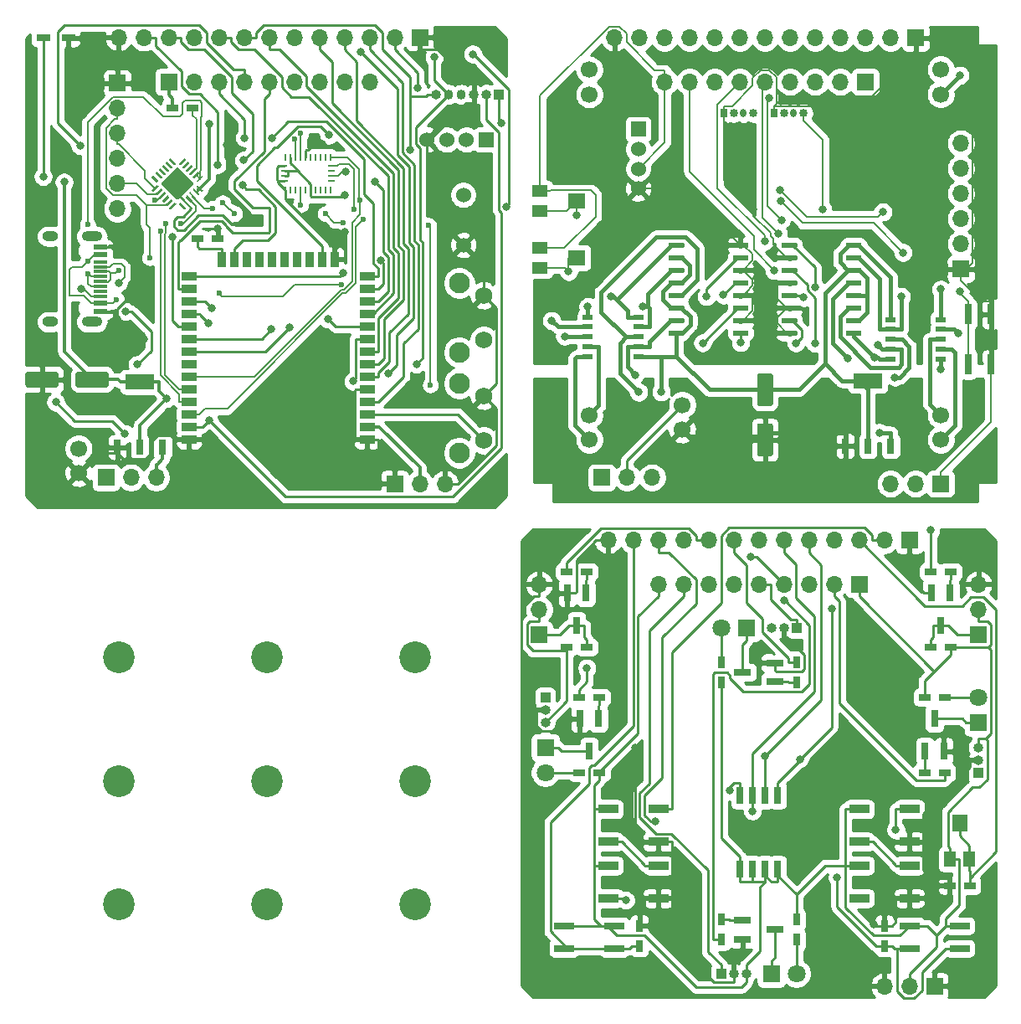
<source format=gtl>
G04 #@! TF.GenerationSoftware,KiCad,Pcbnew,(5.1.5)-3*
G04 #@! TF.CreationDate,2021-04-21T21:21:50+09:00*
G04 #@! TF.ProjectId,animacySwarmRobotics,616e696d-6163-4795-9377-61726d526f62,rev?*
G04 #@! TF.SameCoordinates,Original*
G04 #@! TF.FileFunction,Copper,L1,Top*
G04 #@! TF.FilePolarity,Positive*
%FSLAX46Y46*%
G04 Gerber Fmt 4.6, Leading zero omitted, Abs format (unit mm)*
G04 Created by KiCad (PCBNEW (5.1.5)-3) date 2021-04-21 21:21:50*
%MOMM*%
%LPD*%
G04 APERTURE LIST*
%ADD10C,1.700000*%
%ADD11R,1.500000X1.200000*%
%ADD12R,1.800000X1.600000*%
%ADD13R,1.450000X0.600000*%
%ADD14R,1.450000X0.500000*%
%ADD15R,1.450000X0.300000*%
%ADD16O,2.100000X1.000000*%
%ADD17O,1.600000X1.000000*%
%ADD18R,0.675000X0.254000*%
%ADD19R,0.200000X0.675000*%
%ADD20R,0.600000X0.200000*%
%ADD21R,0.675000X0.170000*%
%ADD22R,0.675000X0.200000*%
%ADD23R,0.200000X0.800000*%
%ADD24R,0.254000X0.675000*%
%ADD25R,0.175000X0.675000*%
%ADD26C,0.100000*%
%ADD27O,1.700000X1.700000*%
%ADD28R,1.700000X1.700000*%
%ADD29C,1.524000*%
%ADD30R,1.200000X0.800000*%
%ADD31R,0.760000X1.800000*%
%ADD32R,2.000000X0.750000*%
%ADD33R,3.000000X1.524000*%
%ADD34R,0.800000X1.524000*%
%ADD35R,0.900000X1.500000*%
%ADD36R,1.524000X0.900000*%
%ADD37R,1.524000X1.524000*%
%ADD38C,2.100000*%
%ADD39C,1.750000*%
%ADD40R,1.400000X0.800000*%
%ADD41R,1.800000X1.800000*%
%ADD42C,1.800000*%
%ADD43R,1.000000X1.000000*%
%ADD44O,1.000000X1.000000*%
%ADD45O,0.900000X1.000000*%
%ADD46C,3.210000*%
%ADD47R,1.800000X0.800000*%
%ADD48R,0.800000X1.800000*%
%ADD49R,0.800000X1.200000*%
%ADD50R,1.600000X1.800000*%
%ADD51R,1.200000X1.500000*%
%ADD52R,2.000000X0.900000*%
%ADD53R,1.100000X0.510000*%
%ADD54R,0.750000X2.000000*%
%ADD55O,0.850000X0.850000*%
%ADD56O,0.700000X0.850000*%
%ADD57R,0.700000X0.850000*%
%ADD58C,0.800000*%
%ADD59C,0.600000*%
%ADD60C,0.250000*%
%ADD61C,0.175200*%
%ADD62C,0.199800*%
%ADD63C,0.300000*%
%ADD64C,0.200000*%
%ADD65C,0.400000*%
%ADD66C,0.254000*%
G04 APERTURE END LIST*
D10*
X138430000Y-55265000D03*
X138430000Y-57765000D03*
D11*
X97900000Y-67580000D03*
X97900000Y-69580000D03*
D12*
X101600000Y-68580000D03*
D11*
X97900000Y-73295000D03*
X97900000Y-75295000D03*
D12*
X101600000Y-74295000D03*
D13*
X53448000Y-79704000D03*
D14*
X53448000Y-78904000D03*
D13*
X53448000Y-74004000D03*
D14*
X53448000Y-73204000D03*
X53448000Y-73204000D03*
D13*
X53448000Y-74004000D03*
D14*
X53448000Y-78904000D03*
D13*
X53448000Y-79704000D03*
D15*
X53448000Y-74704000D03*
X53448000Y-75204000D03*
X53448000Y-75704000D03*
X53448000Y-76704000D03*
X53448000Y-77204000D03*
X53448000Y-77704000D03*
X53448000Y-78204000D03*
X53448000Y-76204000D03*
D16*
X52533000Y-80774000D03*
X52533000Y-72134000D03*
D17*
X48353000Y-72134000D03*
X48353000Y-80774000D03*
D18*
X76809500Y-65036000D03*
D19*
X72172000Y-67448500D03*
D20*
X72034500Y-65036000D03*
D19*
X72172000Y-64123500D03*
D21*
X72034500Y-65536000D03*
X72034500Y-66036000D03*
D22*
X72034500Y-66536000D03*
D19*
X72672000Y-64123500D03*
D23*
X73172000Y-64123500D03*
D19*
X73672000Y-64123500D03*
D23*
X74172000Y-64123500D03*
D24*
X74672000Y-64123500D03*
X75172000Y-64123500D03*
X75672000Y-64123500D03*
X76172000Y-64123500D03*
X76672000Y-64123500D03*
X72672000Y-67448500D03*
X73172000Y-67448500D03*
X73672000Y-67448500D03*
D19*
X74172000Y-67448500D03*
D25*
X74672000Y-67448500D03*
D19*
X75172000Y-67448500D03*
D24*
X75672000Y-67448500D03*
X76172000Y-67448500D03*
X76672000Y-67448500D03*
D18*
X76809500Y-65536000D03*
X76809500Y-66036000D03*
X76809500Y-66536000D03*
G04 #@! TA.AperFunction,SMDPad,CuDef*
D26*
G36*
X61236583Y-65201488D02*
G01*
X61258949Y-65204806D01*
X61280882Y-65210300D01*
X61302170Y-65217917D01*
X61322610Y-65227584D01*
X61342003Y-65239208D01*
X61360164Y-65252677D01*
X61376917Y-65267862D01*
X62748138Y-66639083D01*
X62763323Y-66655836D01*
X62776792Y-66673997D01*
X62788416Y-66693390D01*
X62798083Y-66713830D01*
X62805700Y-66735118D01*
X62811194Y-66757051D01*
X62814512Y-66779417D01*
X62815621Y-66802000D01*
X62814512Y-66824583D01*
X62811194Y-66846949D01*
X62805700Y-66868882D01*
X62798083Y-66890170D01*
X62788416Y-66910610D01*
X62776792Y-66930003D01*
X62763323Y-66948164D01*
X62748138Y-66964917D01*
X61376917Y-68336138D01*
X61360164Y-68351323D01*
X61342003Y-68364792D01*
X61322610Y-68376416D01*
X61302170Y-68386083D01*
X61280882Y-68393700D01*
X61258949Y-68399194D01*
X61236583Y-68402512D01*
X61214000Y-68403621D01*
X61191417Y-68402512D01*
X61169051Y-68399194D01*
X61147118Y-68393700D01*
X61125830Y-68386083D01*
X61105390Y-68376416D01*
X61085997Y-68364792D01*
X61067836Y-68351323D01*
X61051083Y-68336138D01*
X59679862Y-66964917D01*
X59664677Y-66948164D01*
X59651208Y-66930003D01*
X59639584Y-66910610D01*
X59629917Y-66890170D01*
X59622300Y-66868882D01*
X59616806Y-66846949D01*
X59613488Y-66824583D01*
X59612379Y-66802000D01*
X59613488Y-66779417D01*
X59616806Y-66757051D01*
X59622300Y-66735118D01*
X59629917Y-66713830D01*
X59639584Y-66693390D01*
X59651208Y-66673997D01*
X59664677Y-66655836D01*
X59679862Y-66639083D01*
X61051083Y-65267862D01*
X61067836Y-65252677D01*
X61085997Y-65239208D01*
X61105390Y-65227584D01*
X61125830Y-65217917D01*
X61147118Y-65210300D01*
X61169051Y-65204806D01*
X61191417Y-65201488D01*
X61214000Y-65200379D01*
X61236583Y-65201488D01*
G37*
G04 #@! TD.AperFunction*
G04 #@! TA.AperFunction,SMDPad,CuDef*
G36*
X61502969Y-68702022D02*
G01*
X61509036Y-68702922D01*
X61514986Y-68704412D01*
X61520761Y-68706479D01*
X61526305Y-68709101D01*
X61531566Y-68712254D01*
X61536493Y-68715908D01*
X61541037Y-68720027D01*
X62036012Y-69215002D01*
X62040131Y-69219546D01*
X62043785Y-69224473D01*
X62046938Y-69229734D01*
X62049560Y-69235278D01*
X62051627Y-69241053D01*
X62053117Y-69247003D01*
X62054017Y-69253070D01*
X62054318Y-69259196D01*
X62054017Y-69265322D01*
X62053117Y-69271389D01*
X62051627Y-69277339D01*
X62049560Y-69283114D01*
X62046938Y-69288658D01*
X62043785Y-69293919D01*
X62040131Y-69298846D01*
X62036012Y-69303390D01*
X61947623Y-69391779D01*
X61943079Y-69395898D01*
X61938152Y-69399552D01*
X61932891Y-69402705D01*
X61927347Y-69405327D01*
X61921572Y-69407394D01*
X61915622Y-69408884D01*
X61909555Y-69409784D01*
X61903429Y-69410085D01*
X61897303Y-69409784D01*
X61891236Y-69408884D01*
X61885286Y-69407394D01*
X61879511Y-69405327D01*
X61873967Y-69402705D01*
X61868706Y-69399552D01*
X61863779Y-69395898D01*
X61859235Y-69391779D01*
X61364260Y-68896804D01*
X61360141Y-68892260D01*
X61356487Y-68887333D01*
X61353334Y-68882072D01*
X61350712Y-68876528D01*
X61348645Y-68870753D01*
X61347155Y-68864803D01*
X61346255Y-68858736D01*
X61345954Y-68852610D01*
X61346255Y-68846484D01*
X61347155Y-68840417D01*
X61348645Y-68834467D01*
X61350712Y-68828692D01*
X61353334Y-68823148D01*
X61356487Y-68817887D01*
X61360141Y-68812960D01*
X61364260Y-68808416D01*
X61452649Y-68720027D01*
X61457193Y-68715908D01*
X61462120Y-68712254D01*
X61467381Y-68709101D01*
X61472925Y-68706479D01*
X61478700Y-68704412D01*
X61484650Y-68702922D01*
X61490717Y-68702022D01*
X61496843Y-68701721D01*
X61502969Y-68702022D01*
G37*
G04 #@! TD.AperFunction*
G04 #@! TA.AperFunction,SMDPad,CuDef*
G36*
X61828167Y-68367128D02*
G01*
X61832414Y-68367758D01*
X61836579Y-68368801D01*
X61840621Y-68370247D01*
X61844503Y-68372083D01*
X61848185Y-68374290D01*
X61851634Y-68376848D01*
X61854815Y-68379731D01*
X62376307Y-68901223D01*
X62379190Y-68904404D01*
X62381748Y-68907853D01*
X62383955Y-68911535D01*
X62385791Y-68915417D01*
X62387237Y-68919459D01*
X62388280Y-68923624D01*
X62388910Y-68927871D01*
X62389121Y-68932159D01*
X62388910Y-68936447D01*
X62388280Y-68940694D01*
X62387237Y-68944859D01*
X62385791Y-68948901D01*
X62383955Y-68952783D01*
X62381748Y-68956465D01*
X62379190Y-68959914D01*
X62376307Y-68963095D01*
X62314435Y-69024967D01*
X62311254Y-69027850D01*
X62307805Y-69030408D01*
X62304123Y-69032615D01*
X62300241Y-69034451D01*
X62296199Y-69035897D01*
X62292034Y-69036940D01*
X62287787Y-69037570D01*
X62283499Y-69037781D01*
X62279211Y-69037570D01*
X62274964Y-69036940D01*
X62270799Y-69035897D01*
X62266757Y-69034451D01*
X62262875Y-69032615D01*
X62259193Y-69030408D01*
X62255744Y-69027850D01*
X62252563Y-69024967D01*
X61731071Y-68503475D01*
X61728188Y-68500294D01*
X61725630Y-68496845D01*
X61723423Y-68493163D01*
X61721587Y-68489281D01*
X61720141Y-68485239D01*
X61719098Y-68481074D01*
X61718468Y-68476827D01*
X61718257Y-68472539D01*
X61718468Y-68468251D01*
X61719098Y-68464004D01*
X61720141Y-68459839D01*
X61721587Y-68455797D01*
X61723423Y-68451915D01*
X61725630Y-68448233D01*
X61728188Y-68444784D01*
X61731071Y-68441603D01*
X61792943Y-68379731D01*
X61796124Y-68376848D01*
X61799573Y-68374290D01*
X61803255Y-68372083D01*
X61807137Y-68370247D01*
X61811179Y-68368801D01*
X61815344Y-68367758D01*
X61819591Y-68367128D01*
X61823879Y-68366917D01*
X61828167Y-68367128D01*
G37*
G04 #@! TD.AperFunction*
G04 #@! TA.AperFunction,SMDPad,CuDef*
G36*
X62210076Y-67994915D02*
G01*
X62216143Y-67995815D01*
X62222093Y-67997305D01*
X62227868Y-67999372D01*
X62233412Y-68001994D01*
X62238673Y-68005147D01*
X62243600Y-68008801D01*
X62248144Y-68012920D01*
X62743119Y-68507895D01*
X62747238Y-68512439D01*
X62750892Y-68517366D01*
X62754045Y-68522627D01*
X62756667Y-68528171D01*
X62758734Y-68533946D01*
X62760224Y-68539896D01*
X62761124Y-68545963D01*
X62761425Y-68552089D01*
X62761124Y-68558215D01*
X62760224Y-68564282D01*
X62758734Y-68570232D01*
X62756667Y-68576007D01*
X62754045Y-68581551D01*
X62750892Y-68586812D01*
X62747238Y-68591739D01*
X62743119Y-68596283D01*
X62654730Y-68684672D01*
X62650186Y-68688791D01*
X62645259Y-68692445D01*
X62639998Y-68695598D01*
X62634454Y-68698220D01*
X62628679Y-68700287D01*
X62622729Y-68701777D01*
X62616662Y-68702677D01*
X62610536Y-68702978D01*
X62604410Y-68702677D01*
X62598343Y-68701777D01*
X62592393Y-68700287D01*
X62586618Y-68698220D01*
X62581074Y-68695598D01*
X62575813Y-68692445D01*
X62570886Y-68688791D01*
X62566342Y-68684672D01*
X62071367Y-68189697D01*
X62067248Y-68185153D01*
X62063594Y-68180226D01*
X62060441Y-68174965D01*
X62057819Y-68169421D01*
X62055752Y-68163646D01*
X62054262Y-68157696D01*
X62053362Y-68151629D01*
X62053061Y-68145503D01*
X62053362Y-68139377D01*
X62054262Y-68133310D01*
X62055752Y-68127360D01*
X62057819Y-68121585D01*
X62060441Y-68116041D01*
X62063594Y-68110780D01*
X62067248Y-68105853D01*
X62071367Y-68101309D01*
X62159756Y-68012920D01*
X62164300Y-68008801D01*
X62169227Y-68005147D01*
X62174488Y-68001994D01*
X62180032Y-67999372D01*
X62185807Y-67997305D01*
X62191757Y-67995815D01*
X62197824Y-67994915D01*
X62203950Y-67994614D01*
X62210076Y-67994915D01*
G37*
G04 #@! TD.AperFunction*
G04 #@! TA.AperFunction,SMDPad,CuDef*
G36*
X62544726Y-67653802D02*
G01*
X62549580Y-67654522D01*
X62554339Y-67655714D01*
X62558959Y-67657367D01*
X62563395Y-67659465D01*
X62567604Y-67661988D01*
X62571545Y-67664910D01*
X62575180Y-67668206D01*
X63087833Y-68180859D01*
X63091129Y-68184494D01*
X63094051Y-68188435D01*
X63096574Y-68192644D01*
X63098672Y-68197080D01*
X63100325Y-68201700D01*
X63101517Y-68206459D01*
X63102237Y-68211313D01*
X63102478Y-68216214D01*
X63102237Y-68221115D01*
X63101517Y-68225969D01*
X63100325Y-68230728D01*
X63098672Y-68235348D01*
X63096574Y-68239784D01*
X63094051Y-68243993D01*
X63091129Y-68247934D01*
X63087833Y-68251569D01*
X63017122Y-68322280D01*
X63013487Y-68325576D01*
X63009546Y-68328498D01*
X63005337Y-68331021D01*
X63000901Y-68333119D01*
X62996281Y-68334772D01*
X62991522Y-68335964D01*
X62986668Y-68336684D01*
X62981767Y-68336925D01*
X62976866Y-68336684D01*
X62972012Y-68335964D01*
X62967253Y-68334772D01*
X62962633Y-68333119D01*
X62958197Y-68331021D01*
X62953988Y-68328498D01*
X62950047Y-68325576D01*
X62946412Y-68322280D01*
X62433759Y-67809627D01*
X62430463Y-67805992D01*
X62427541Y-67802051D01*
X62425018Y-67797842D01*
X62422920Y-67793406D01*
X62421267Y-67788786D01*
X62420075Y-67784027D01*
X62419355Y-67779173D01*
X62419114Y-67774272D01*
X62419355Y-67769371D01*
X62420075Y-67764517D01*
X62421267Y-67759758D01*
X62422920Y-67755138D01*
X62425018Y-67750702D01*
X62427541Y-67746493D01*
X62430463Y-67742552D01*
X62433759Y-67738917D01*
X62504470Y-67668206D01*
X62508105Y-67664910D01*
X62512046Y-67661988D01*
X62516255Y-67659465D01*
X62520691Y-67657367D01*
X62525311Y-67655714D01*
X62530070Y-67654522D01*
X62534924Y-67653802D01*
X62539825Y-67653561D01*
X62544726Y-67653802D01*
G37*
G04 #@! TD.AperFunction*
G04 #@! TA.AperFunction,SMDPad,CuDef*
G36*
X62879376Y-67312688D02*
G01*
X62883016Y-67313228D01*
X62886586Y-67314122D01*
X62890051Y-67315362D01*
X62893377Y-67316935D01*
X62896534Y-67318827D01*
X62899490Y-67321019D01*
X62902217Y-67323490D01*
X63432548Y-67853821D01*
X63435019Y-67856548D01*
X63437211Y-67859504D01*
X63439103Y-67862661D01*
X63440676Y-67865987D01*
X63441916Y-67869452D01*
X63442810Y-67873022D01*
X63443350Y-67876662D01*
X63443531Y-67880338D01*
X63443350Y-67884014D01*
X63442810Y-67887654D01*
X63441916Y-67891224D01*
X63440676Y-67894689D01*
X63439103Y-67898015D01*
X63437211Y-67901172D01*
X63435019Y-67904128D01*
X63432548Y-67906855D01*
X63379515Y-67959888D01*
X63376788Y-67962359D01*
X63373832Y-67964551D01*
X63370675Y-67966443D01*
X63367349Y-67968016D01*
X63363884Y-67969256D01*
X63360314Y-67970150D01*
X63356674Y-67970690D01*
X63352998Y-67970871D01*
X63349322Y-67970690D01*
X63345682Y-67970150D01*
X63342112Y-67969256D01*
X63338647Y-67968016D01*
X63335321Y-67966443D01*
X63332164Y-67964551D01*
X63329208Y-67962359D01*
X63326481Y-67959888D01*
X62796150Y-67429557D01*
X62793679Y-67426830D01*
X62791487Y-67423874D01*
X62789595Y-67420717D01*
X62788022Y-67417391D01*
X62786782Y-67413926D01*
X62785888Y-67410356D01*
X62785348Y-67406716D01*
X62785167Y-67403040D01*
X62785348Y-67399364D01*
X62785888Y-67395724D01*
X62786782Y-67392154D01*
X62788022Y-67388689D01*
X62789595Y-67385363D01*
X62791487Y-67382206D01*
X62793679Y-67379250D01*
X62796150Y-67376523D01*
X62849183Y-67323490D01*
X62851910Y-67321019D01*
X62854866Y-67318827D01*
X62858023Y-67316935D01*
X62861349Y-67315362D01*
X62864814Y-67314122D01*
X62868384Y-67313228D01*
X62872024Y-67312688D01*
X62875700Y-67312507D01*
X62879376Y-67312688D01*
G37*
G04 #@! TD.AperFunction*
G04 #@! TA.AperFunction,SMDPad,CuDef*
G36*
X63251220Y-66961754D02*
G01*
X63255467Y-66962384D01*
X63259632Y-66963427D01*
X63263674Y-66964873D01*
X63267556Y-66966709D01*
X63271238Y-66968916D01*
X63274687Y-66971474D01*
X63277868Y-66974357D01*
X63781682Y-67478171D01*
X63784565Y-67481352D01*
X63787123Y-67484801D01*
X63789330Y-67488483D01*
X63791166Y-67492365D01*
X63792612Y-67496407D01*
X63793655Y-67500572D01*
X63794285Y-67504819D01*
X63794496Y-67509107D01*
X63794285Y-67513395D01*
X63793655Y-67517642D01*
X63792612Y-67521807D01*
X63791166Y-67525849D01*
X63789330Y-67529731D01*
X63787123Y-67533413D01*
X63784565Y-67536862D01*
X63781682Y-67540043D01*
X63719810Y-67601915D01*
X63716629Y-67604798D01*
X63713180Y-67607356D01*
X63709498Y-67609563D01*
X63705616Y-67611399D01*
X63701574Y-67612845D01*
X63697409Y-67613888D01*
X63693162Y-67614518D01*
X63688874Y-67614729D01*
X63684586Y-67614518D01*
X63680339Y-67613888D01*
X63676174Y-67612845D01*
X63672132Y-67611399D01*
X63668250Y-67609563D01*
X63664568Y-67607356D01*
X63661119Y-67604798D01*
X63657938Y-67601915D01*
X63154124Y-67098101D01*
X63151241Y-67094920D01*
X63148683Y-67091471D01*
X63146476Y-67087789D01*
X63144640Y-67083907D01*
X63143194Y-67079865D01*
X63142151Y-67075700D01*
X63141521Y-67071453D01*
X63141310Y-67067165D01*
X63141521Y-67062877D01*
X63142151Y-67058630D01*
X63143194Y-67054465D01*
X63144640Y-67050423D01*
X63146476Y-67046541D01*
X63148683Y-67042859D01*
X63151241Y-67039410D01*
X63154124Y-67036229D01*
X63215996Y-66974357D01*
X63219177Y-66971474D01*
X63222626Y-66968916D01*
X63226308Y-66966709D01*
X63230190Y-66964873D01*
X63234232Y-66963427D01*
X63238397Y-66962384D01*
X63242644Y-66961754D01*
X63246932Y-66961543D01*
X63251220Y-66961754D01*
G37*
G04 #@! TD.AperFunction*
G04 #@! TA.AperFunction,SMDPad,CuDef*
G36*
X63693775Y-65974423D02*
G01*
X63698629Y-65975143D01*
X63703388Y-65976335D01*
X63708008Y-65977988D01*
X63712444Y-65980086D01*
X63716653Y-65982609D01*
X63720594Y-65985531D01*
X63724229Y-65988827D01*
X63794940Y-66059538D01*
X63798236Y-66063173D01*
X63801158Y-66067114D01*
X63803681Y-66071323D01*
X63805779Y-66075759D01*
X63807432Y-66080379D01*
X63808624Y-66085138D01*
X63809344Y-66089992D01*
X63809585Y-66094893D01*
X63809344Y-66099794D01*
X63808624Y-66104648D01*
X63807432Y-66109407D01*
X63805779Y-66114027D01*
X63803681Y-66118463D01*
X63801158Y-66122672D01*
X63798236Y-66126613D01*
X63794940Y-66130248D01*
X63282287Y-66642901D01*
X63278652Y-66646197D01*
X63274711Y-66649119D01*
X63270502Y-66651642D01*
X63266066Y-66653740D01*
X63261446Y-66655393D01*
X63256687Y-66656585D01*
X63251833Y-66657305D01*
X63246932Y-66657546D01*
X63242031Y-66657305D01*
X63237177Y-66656585D01*
X63232418Y-66655393D01*
X63227798Y-66653740D01*
X63223362Y-66651642D01*
X63219153Y-66649119D01*
X63215212Y-66646197D01*
X63211577Y-66642901D01*
X63140866Y-66572190D01*
X63137570Y-66568555D01*
X63134648Y-66564614D01*
X63132125Y-66560405D01*
X63130027Y-66555969D01*
X63128374Y-66551349D01*
X63127182Y-66546590D01*
X63126462Y-66541736D01*
X63126221Y-66536835D01*
X63126462Y-66531934D01*
X63127182Y-66527080D01*
X63128374Y-66522321D01*
X63130027Y-66517701D01*
X63132125Y-66513265D01*
X63134648Y-66509056D01*
X63137570Y-66505115D01*
X63140866Y-66501480D01*
X63653519Y-65988827D01*
X63657154Y-65985531D01*
X63661095Y-65982609D01*
X63665304Y-65980086D01*
X63669740Y-65977988D01*
X63674360Y-65976335D01*
X63679119Y-65975143D01*
X63683973Y-65974423D01*
X63688874Y-65974182D01*
X63693775Y-65974423D01*
G37*
G04 #@! TD.AperFunction*
G04 #@! TA.AperFunction,SMDPad,CuDef*
G36*
X63323768Y-65608430D02*
G01*
X63329835Y-65609330D01*
X63335785Y-65610820D01*
X63341560Y-65612887D01*
X63347104Y-65615509D01*
X63352365Y-65618662D01*
X63357292Y-65622316D01*
X63361836Y-65626435D01*
X63450225Y-65714824D01*
X63454344Y-65719368D01*
X63457998Y-65724295D01*
X63461151Y-65729556D01*
X63463773Y-65735100D01*
X63465840Y-65740875D01*
X63467330Y-65746825D01*
X63468230Y-65752892D01*
X63468531Y-65759018D01*
X63468230Y-65765144D01*
X63467330Y-65771211D01*
X63465840Y-65777161D01*
X63463773Y-65782936D01*
X63461151Y-65788480D01*
X63457998Y-65793741D01*
X63454344Y-65798668D01*
X63450225Y-65803212D01*
X62955250Y-66298187D01*
X62950706Y-66302306D01*
X62945779Y-66305960D01*
X62940518Y-66309113D01*
X62934974Y-66311735D01*
X62929199Y-66313802D01*
X62923249Y-66315292D01*
X62917182Y-66316192D01*
X62911056Y-66316493D01*
X62904930Y-66316192D01*
X62898863Y-66315292D01*
X62892913Y-66313802D01*
X62887138Y-66311735D01*
X62881594Y-66309113D01*
X62876333Y-66305960D01*
X62871406Y-66302306D01*
X62866862Y-66298187D01*
X62778473Y-66209798D01*
X62774354Y-66205254D01*
X62770700Y-66200327D01*
X62767547Y-66195066D01*
X62764925Y-66189522D01*
X62762858Y-66183747D01*
X62761368Y-66177797D01*
X62760468Y-66171730D01*
X62760167Y-66165604D01*
X62760468Y-66159478D01*
X62761368Y-66153411D01*
X62762858Y-66147461D01*
X62764925Y-66141686D01*
X62767547Y-66136142D01*
X62770700Y-66130881D01*
X62774354Y-66125954D01*
X62778473Y-66121410D01*
X63273448Y-65626435D01*
X63277992Y-65622316D01*
X63282919Y-65618662D01*
X63288180Y-65615509D01*
X63293724Y-65612887D01*
X63299499Y-65610820D01*
X63305449Y-65609330D01*
X63311516Y-65608430D01*
X63317642Y-65608129D01*
X63323768Y-65608430D01*
G37*
G04 #@! TD.AperFunction*
G04 #@! TA.AperFunction,SMDPad,CuDef*
G36*
X62970215Y-65254876D02*
G01*
X62976282Y-65255776D01*
X62982232Y-65257266D01*
X62988007Y-65259333D01*
X62993551Y-65261955D01*
X62998812Y-65265108D01*
X63003739Y-65268762D01*
X63008283Y-65272881D01*
X63096672Y-65361270D01*
X63100791Y-65365814D01*
X63104445Y-65370741D01*
X63107598Y-65376002D01*
X63110220Y-65381546D01*
X63112287Y-65387321D01*
X63113777Y-65393271D01*
X63114677Y-65399338D01*
X63114978Y-65405464D01*
X63114677Y-65411590D01*
X63113777Y-65417657D01*
X63112287Y-65423607D01*
X63110220Y-65429382D01*
X63107598Y-65434926D01*
X63104445Y-65440187D01*
X63100791Y-65445114D01*
X63096672Y-65449658D01*
X62601697Y-65944633D01*
X62597153Y-65948752D01*
X62592226Y-65952406D01*
X62586965Y-65955559D01*
X62581421Y-65958181D01*
X62575646Y-65960248D01*
X62569696Y-65961738D01*
X62563629Y-65962638D01*
X62557503Y-65962939D01*
X62551377Y-65962638D01*
X62545310Y-65961738D01*
X62539360Y-65960248D01*
X62533585Y-65958181D01*
X62528041Y-65955559D01*
X62522780Y-65952406D01*
X62517853Y-65948752D01*
X62513309Y-65944633D01*
X62424920Y-65856244D01*
X62420801Y-65851700D01*
X62417147Y-65846773D01*
X62413994Y-65841512D01*
X62411372Y-65835968D01*
X62409305Y-65830193D01*
X62407815Y-65824243D01*
X62406915Y-65818176D01*
X62406614Y-65812050D01*
X62406915Y-65805924D01*
X62407815Y-65799857D01*
X62409305Y-65793907D01*
X62411372Y-65788132D01*
X62413994Y-65782588D01*
X62417147Y-65777327D01*
X62420801Y-65772400D01*
X62424920Y-65767856D01*
X62919895Y-65272881D01*
X62924439Y-65268762D01*
X62929366Y-65265108D01*
X62934627Y-65261955D01*
X62940171Y-65259333D01*
X62945946Y-65257266D01*
X62951896Y-65255776D01*
X62957963Y-65254876D01*
X62964089Y-65254575D01*
X62970215Y-65254876D01*
G37*
G04 #@! TD.AperFunction*
G04 #@! TA.AperFunction,SMDPad,CuDef*
G36*
X62616662Y-64901323D02*
G01*
X62622729Y-64902223D01*
X62628679Y-64903713D01*
X62634454Y-64905780D01*
X62639998Y-64908402D01*
X62645259Y-64911555D01*
X62650186Y-64915209D01*
X62654730Y-64919328D01*
X62743119Y-65007717D01*
X62747238Y-65012261D01*
X62750892Y-65017188D01*
X62754045Y-65022449D01*
X62756667Y-65027993D01*
X62758734Y-65033768D01*
X62760224Y-65039718D01*
X62761124Y-65045785D01*
X62761425Y-65051911D01*
X62761124Y-65058037D01*
X62760224Y-65064104D01*
X62758734Y-65070054D01*
X62756667Y-65075829D01*
X62754045Y-65081373D01*
X62750892Y-65086634D01*
X62747238Y-65091561D01*
X62743119Y-65096105D01*
X62248144Y-65591080D01*
X62243600Y-65595199D01*
X62238673Y-65598853D01*
X62233412Y-65602006D01*
X62227868Y-65604628D01*
X62222093Y-65606695D01*
X62216143Y-65608185D01*
X62210076Y-65609085D01*
X62203950Y-65609386D01*
X62197824Y-65609085D01*
X62191757Y-65608185D01*
X62185807Y-65606695D01*
X62180032Y-65604628D01*
X62174488Y-65602006D01*
X62169227Y-65598853D01*
X62164300Y-65595199D01*
X62159756Y-65591080D01*
X62071367Y-65502691D01*
X62067248Y-65498147D01*
X62063594Y-65493220D01*
X62060441Y-65487959D01*
X62057819Y-65482415D01*
X62055752Y-65476640D01*
X62054262Y-65470690D01*
X62053362Y-65464623D01*
X62053061Y-65458497D01*
X62053362Y-65452371D01*
X62054262Y-65446304D01*
X62055752Y-65440354D01*
X62057819Y-65434579D01*
X62060441Y-65429035D01*
X62063594Y-65423774D01*
X62067248Y-65418847D01*
X62071367Y-65414303D01*
X62566342Y-64919328D01*
X62570886Y-64915209D01*
X62575813Y-64911555D01*
X62581074Y-64908402D01*
X62586618Y-64905780D01*
X62592393Y-64903713D01*
X62598343Y-64902223D01*
X62604410Y-64901323D01*
X62610536Y-64901022D01*
X62616662Y-64901323D01*
G37*
G04 #@! TD.AperFunction*
G04 #@! TA.AperFunction,SMDPad,CuDef*
G36*
X62263108Y-64547770D02*
G01*
X62269175Y-64548670D01*
X62275125Y-64550160D01*
X62280900Y-64552227D01*
X62286444Y-64554849D01*
X62291705Y-64558002D01*
X62296632Y-64561656D01*
X62301176Y-64565775D01*
X62389565Y-64654164D01*
X62393684Y-64658708D01*
X62397338Y-64663635D01*
X62400491Y-64668896D01*
X62403113Y-64674440D01*
X62405180Y-64680215D01*
X62406670Y-64686165D01*
X62407570Y-64692232D01*
X62407871Y-64698358D01*
X62407570Y-64704484D01*
X62406670Y-64710551D01*
X62405180Y-64716501D01*
X62403113Y-64722276D01*
X62400491Y-64727820D01*
X62397338Y-64733081D01*
X62393684Y-64738008D01*
X62389565Y-64742552D01*
X61894590Y-65237527D01*
X61890046Y-65241646D01*
X61885119Y-65245300D01*
X61879858Y-65248453D01*
X61874314Y-65251075D01*
X61868539Y-65253142D01*
X61862589Y-65254632D01*
X61856522Y-65255532D01*
X61850396Y-65255833D01*
X61844270Y-65255532D01*
X61838203Y-65254632D01*
X61832253Y-65253142D01*
X61826478Y-65251075D01*
X61820934Y-65248453D01*
X61815673Y-65245300D01*
X61810746Y-65241646D01*
X61806202Y-65237527D01*
X61717813Y-65149138D01*
X61713694Y-65144594D01*
X61710040Y-65139667D01*
X61706887Y-65134406D01*
X61704265Y-65128862D01*
X61702198Y-65123087D01*
X61700708Y-65117137D01*
X61699808Y-65111070D01*
X61699507Y-65104944D01*
X61699808Y-65098818D01*
X61700708Y-65092751D01*
X61702198Y-65086801D01*
X61704265Y-65081026D01*
X61706887Y-65075482D01*
X61710040Y-65070221D01*
X61713694Y-65065294D01*
X61717813Y-65060750D01*
X62212788Y-64565775D01*
X62217332Y-64561656D01*
X62222259Y-64558002D01*
X62227520Y-64554849D01*
X62233064Y-64552227D01*
X62238839Y-64550160D01*
X62244789Y-64548670D01*
X62250856Y-64547770D01*
X62256982Y-64547469D01*
X62263108Y-64547770D01*
G37*
G04 #@! TD.AperFunction*
G04 #@! TA.AperFunction,SMDPad,CuDef*
G36*
X61909555Y-64194216D02*
G01*
X61915622Y-64195116D01*
X61921572Y-64196606D01*
X61927347Y-64198673D01*
X61932891Y-64201295D01*
X61938152Y-64204448D01*
X61943079Y-64208102D01*
X61947623Y-64212221D01*
X62036012Y-64300610D01*
X62040131Y-64305154D01*
X62043785Y-64310081D01*
X62046938Y-64315342D01*
X62049560Y-64320886D01*
X62051627Y-64326661D01*
X62053117Y-64332611D01*
X62054017Y-64338678D01*
X62054318Y-64344804D01*
X62054017Y-64350930D01*
X62053117Y-64356997D01*
X62051627Y-64362947D01*
X62049560Y-64368722D01*
X62046938Y-64374266D01*
X62043785Y-64379527D01*
X62040131Y-64384454D01*
X62036012Y-64388998D01*
X61541037Y-64883973D01*
X61536493Y-64888092D01*
X61531566Y-64891746D01*
X61526305Y-64894899D01*
X61520761Y-64897521D01*
X61514986Y-64899588D01*
X61509036Y-64901078D01*
X61502969Y-64901978D01*
X61496843Y-64902279D01*
X61490717Y-64901978D01*
X61484650Y-64901078D01*
X61478700Y-64899588D01*
X61472925Y-64897521D01*
X61467381Y-64894899D01*
X61462120Y-64891746D01*
X61457193Y-64888092D01*
X61452649Y-64883973D01*
X61364260Y-64795584D01*
X61360141Y-64791040D01*
X61356487Y-64786113D01*
X61353334Y-64780852D01*
X61350712Y-64775308D01*
X61348645Y-64769533D01*
X61347155Y-64763583D01*
X61346255Y-64757516D01*
X61345954Y-64751390D01*
X61346255Y-64745264D01*
X61347155Y-64739197D01*
X61348645Y-64733247D01*
X61350712Y-64727472D01*
X61353334Y-64721928D01*
X61356487Y-64716667D01*
X61360141Y-64711740D01*
X61364260Y-64707196D01*
X61859235Y-64212221D01*
X61863779Y-64208102D01*
X61868706Y-64204448D01*
X61873967Y-64201295D01*
X61879511Y-64198673D01*
X61885286Y-64196606D01*
X61891236Y-64195116D01*
X61897303Y-64194216D01*
X61903429Y-64193915D01*
X61909555Y-64194216D01*
G37*
G04 #@! TD.AperFunction*
G04 #@! TA.AperFunction,SMDPad,CuDef*
G36*
X60530697Y-64194216D02*
G01*
X60536764Y-64195116D01*
X60542714Y-64196606D01*
X60548489Y-64198673D01*
X60554033Y-64201295D01*
X60559294Y-64204448D01*
X60564221Y-64208102D01*
X60568765Y-64212221D01*
X61063740Y-64707196D01*
X61067859Y-64711740D01*
X61071513Y-64716667D01*
X61074666Y-64721928D01*
X61077288Y-64727472D01*
X61079355Y-64733247D01*
X61080845Y-64739197D01*
X61081745Y-64745264D01*
X61082046Y-64751390D01*
X61081745Y-64757516D01*
X61080845Y-64763583D01*
X61079355Y-64769533D01*
X61077288Y-64775308D01*
X61074666Y-64780852D01*
X61071513Y-64786113D01*
X61067859Y-64791040D01*
X61063740Y-64795584D01*
X60975351Y-64883973D01*
X60970807Y-64888092D01*
X60965880Y-64891746D01*
X60960619Y-64894899D01*
X60955075Y-64897521D01*
X60949300Y-64899588D01*
X60943350Y-64901078D01*
X60937283Y-64901978D01*
X60931157Y-64902279D01*
X60925031Y-64901978D01*
X60918964Y-64901078D01*
X60913014Y-64899588D01*
X60907239Y-64897521D01*
X60901695Y-64894899D01*
X60896434Y-64891746D01*
X60891507Y-64888092D01*
X60886963Y-64883973D01*
X60391988Y-64388998D01*
X60387869Y-64384454D01*
X60384215Y-64379527D01*
X60381062Y-64374266D01*
X60378440Y-64368722D01*
X60376373Y-64362947D01*
X60374883Y-64356997D01*
X60373983Y-64350930D01*
X60373682Y-64344804D01*
X60373983Y-64338678D01*
X60374883Y-64332611D01*
X60376373Y-64326661D01*
X60378440Y-64320886D01*
X60381062Y-64315342D01*
X60384215Y-64310081D01*
X60387869Y-64305154D01*
X60391988Y-64300610D01*
X60480377Y-64212221D01*
X60484921Y-64208102D01*
X60489848Y-64204448D01*
X60495109Y-64201295D01*
X60500653Y-64198673D01*
X60506428Y-64196606D01*
X60512378Y-64195116D01*
X60518445Y-64194216D01*
X60524571Y-64193915D01*
X60530697Y-64194216D01*
G37*
G04 #@! TD.AperFunction*
G04 #@! TA.AperFunction,SMDPad,CuDef*
G36*
X60177144Y-64547770D02*
G01*
X60183211Y-64548670D01*
X60189161Y-64550160D01*
X60194936Y-64552227D01*
X60200480Y-64554849D01*
X60205741Y-64558002D01*
X60210668Y-64561656D01*
X60215212Y-64565775D01*
X60710187Y-65060750D01*
X60714306Y-65065294D01*
X60717960Y-65070221D01*
X60721113Y-65075482D01*
X60723735Y-65081026D01*
X60725802Y-65086801D01*
X60727292Y-65092751D01*
X60728192Y-65098818D01*
X60728493Y-65104944D01*
X60728192Y-65111070D01*
X60727292Y-65117137D01*
X60725802Y-65123087D01*
X60723735Y-65128862D01*
X60721113Y-65134406D01*
X60717960Y-65139667D01*
X60714306Y-65144594D01*
X60710187Y-65149138D01*
X60621798Y-65237527D01*
X60617254Y-65241646D01*
X60612327Y-65245300D01*
X60607066Y-65248453D01*
X60601522Y-65251075D01*
X60595747Y-65253142D01*
X60589797Y-65254632D01*
X60583730Y-65255532D01*
X60577604Y-65255833D01*
X60571478Y-65255532D01*
X60565411Y-65254632D01*
X60559461Y-65253142D01*
X60553686Y-65251075D01*
X60548142Y-65248453D01*
X60542881Y-65245300D01*
X60537954Y-65241646D01*
X60533410Y-65237527D01*
X60038435Y-64742552D01*
X60034316Y-64738008D01*
X60030662Y-64733081D01*
X60027509Y-64727820D01*
X60024887Y-64722276D01*
X60022820Y-64716501D01*
X60021330Y-64710551D01*
X60020430Y-64704484D01*
X60020129Y-64698358D01*
X60020430Y-64692232D01*
X60021330Y-64686165D01*
X60022820Y-64680215D01*
X60024887Y-64674440D01*
X60027509Y-64668896D01*
X60030662Y-64663635D01*
X60034316Y-64658708D01*
X60038435Y-64654164D01*
X60126824Y-64565775D01*
X60131368Y-64561656D01*
X60136295Y-64558002D01*
X60141556Y-64554849D01*
X60147100Y-64552227D01*
X60152875Y-64550160D01*
X60158825Y-64548670D01*
X60164892Y-64547770D01*
X60171018Y-64547469D01*
X60177144Y-64547770D01*
G37*
G04 #@! TD.AperFunction*
G04 #@! TA.AperFunction,SMDPad,CuDef*
G36*
X59823590Y-64901323D02*
G01*
X59829657Y-64902223D01*
X59835607Y-64903713D01*
X59841382Y-64905780D01*
X59846926Y-64908402D01*
X59852187Y-64911555D01*
X59857114Y-64915209D01*
X59861658Y-64919328D01*
X60356633Y-65414303D01*
X60360752Y-65418847D01*
X60364406Y-65423774D01*
X60367559Y-65429035D01*
X60370181Y-65434579D01*
X60372248Y-65440354D01*
X60373738Y-65446304D01*
X60374638Y-65452371D01*
X60374939Y-65458497D01*
X60374638Y-65464623D01*
X60373738Y-65470690D01*
X60372248Y-65476640D01*
X60370181Y-65482415D01*
X60367559Y-65487959D01*
X60364406Y-65493220D01*
X60360752Y-65498147D01*
X60356633Y-65502691D01*
X60268244Y-65591080D01*
X60263700Y-65595199D01*
X60258773Y-65598853D01*
X60253512Y-65602006D01*
X60247968Y-65604628D01*
X60242193Y-65606695D01*
X60236243Y-65608185D01*
X60230176Y-65609085D01*
X60224050Y-65609386D01*
X60217924Y-65609085D01*
X60211857Y-65608185D01*
X60205907Y-65606695D01*
X60200132Y-65604628D01*
X60194588Y-65602006D01*
X60189327Y-65598853D01*
X60184400Y-65595199D01*
X60179856Y-65591080D01*
X59684881Y-65096105D01*
X59680762Y-65091561D01*
X59677108Y-65086634D01*
X59673955Y-65081373D01*
X59671333Y-65075829D01*
X59669266Y-65070054D01*
X59667776Y-65064104D01*
X59666876Y-65058037D01*
X59666575Y-65051911D01*
X59666876Y-65045785D01*
X59667776Y-65039718D01*
X59669266Y-65033768D01*
X59671333Y-65027993D01*
X59673955Y-65022449D01*
X59677108Y-65017188D01*
X59680762Y-65012261D01*
X59684881Y-65007717D01*
X59773270Y-64919328D01*
X59777814Y-64915209D01*
X59782741Y-64911555D01*
X59788002Y-64908402D01*
X59793546Y-64905780D01*
X59799321Y-64903713D01*
X59805271Y-64902223D01*
X59811338Y-64901323D01*
X59817464Y-64901022D01*
X59823590Y-64901323D01*
G37*
G04 #@! TD.AperFunction*
G04 #@! TA.AperFunction,SMDPad,CuDef*
G36*
X59470037Y-65254876D02*
G01*
X59476104Y-65255776D01*
X59482054Y-65257266D01*
X59487829Y-65259333D01*
X59493373Y-65261955D01*
X59498634Y-65265108D01*
X59503561Y-65268762D01*
X59508105Y-65272881D01*
X60003080Y-65767856D01*
X60007199Y-65772400D01*
X60010853Y-65777327D01*
X60014006Y-65782588D01*
X60016628Y-65788132D01*
X60018695Y-65793907D01*
X60020185Y-65799857D01*
X60021085Y-65805924D01*
X60021386Y-65812050D01*
X60021085Y-65818176D01*
X60020185Y-65824243D01*
X60018695Y-65830193D01*
X60016628Y-65835968D01*
X60014006Y-65841512D01*
X60010853Y-65846773D01*
X60007199Y-65851700D01*
X60003080Y-65856244D01*
X59914691Y-65944633D01*
X59910147Y-65948752D01*
X59905220Y-65952406D01*
X59899959Y-65955559D01*
X59894415Y-65958181D01*
X59888640Y-65960248D01*
X59882690Y-65961738D01*
X59876623Y-65962638D01*
X59870497Y-65962939D01*
X59864371Y-65962638D01*
X59858304Y-65961738D01*
X59852354Y-65960248D01*
X59846579Y-65958181D01*
X59841035Y-65955559D01*
X59835774Y-65952406D01*
X59830847Y-65948752D01*
X59826303Y-65944633D01*
X59331328Y-65449658D01*
X59327209Y-65445114D01*
X59323555Y-65440187D01*
X59320402Y-65434926D01*
X59317780Y-65429382D01*
X59315713Y-65423607D01*
X59314223Y-65417657D01*
X59313323Y-65411590D01*
X59313022Y-65405464D01*
X59313323Y-65399338D01*
X59314223Y-65393271D01*
X59315713Y-65387321D01*
X59317780Y-65381546D01*
X59320402Y-65376002D01*
X59323555Y-65370741D01*
X59327209Y-65365814D01*
X59331328Y-65361270D01*
X59419717Y-65272881D01*
X59424261Y-65268762D01*
X59429188Y-65265108D01*
X59434449Y-65261955D01*
X59439993Y-65259333D01*
X59445768Y-65257266D01*
X59451718Y-65255776D01*
X59457785Y-65254876D01*
X59463911Y-65254575D01*
X59470037Y-65254876D01*
G37*
G04 #@! TD.AperFunction*
G04 #@! TA.AperFunction,SMDPad,CuDef*
G36*
X59116484Y-65608430D02*
G01*
X59122551Y-65609330D01*
X59128501Y-65610820D01*
X59134276Y-65612887D01*
X59139820Y-65615509D01*
X59145081Y-65618662D01*
X59150008Y-65622316D01*
X59154552Y-65626435D01*
X59649527Y-66121410D01*
X59653646Y-66125954D01*
X59657300Y-66130881D01*
X59660453Y-66136142D01*
X59663075Y-66141686D01*
X59665142Y-66147461D01*
X59666632Y-66153411D01*
X59667532Y-66159478D01*
X59667833Y-66165604D01*
X59667532Y-66171730D01*
X59666632Y-66177797D01*
X59665142Y-66183747D01*
X59663075Y-66189522D01*
X59660453Y-66195066D01*
X59657300Y-66200327D01*
X59653646Y-66205254D01*
X59649527Y-66209798D01*
X59561138Y-66298187D01*
X59556594Y-66302306D01*
X59551667Y-66305960D01*
X59546406Y-66309113D01*
X59540862Y-66311735D01*
X59535087Y-66313802D01*
X59529137Y-66315292D01*
X59523070Y-66316192D01*
X59516944Y-66316493D01*
X59510818Y-66316192D01*
X59504751Y-66315292D01*
X59498801Y-66313802D01*
X59493026Y-66311735D01*
X59487482Y-66309113D01*
X59482221Y-66305960D01*
X59477294Y-66302306D01*
X59472750Y-66298187D01*
X58977775Y-65803212D01*
X58973656Y-65798668D01*
X58970002Y-65793741D01*
X58966849Y-65788480D01*
X58964227Y-65782936D01*
X58962160Y-65777161D01*
X58960670Y-65771211D01*
X58959770Y-65765144D01*
X58959469Y-65759018D01*
X58959770Y-65752892D01*
X58960670Y-65746825D01*
X58962160Y-65740875D01*
X58964227Y-65735100D01*
X58966849Y-65729556D01*
X58970002Y-65724295D01*
X58973656Y-65719368D01*
X58977775Y-65714824D01*
X59066164Y-65626435D01*
X59070708Y-65622316D01*
X59075635Y-65618662D01*
X59080896Y-65615509D01*
X59086440Y-65612887D01*
X59092215Y-65610820D01*
X59098165Y-65609330D01*
X59104232Y-65608430D01*
X59110358Y-65608129D01*
X59116484Y-65608430D01*
G37*
G04 #@! TD.AperFunction*
G04 #@! TA.AperFunction,SMDPad,CuDef*
G36*
X58762930Y-65961983D02*
G01*
X58768997Y-65962883D01*
X58774947Y-65964373D01*
X58780722Y-65966440D01*
X58786266Y-65969062D01*
X58791527Y-65972215D01*
X58796454Y-65975869D01*
X58800998Y-65979988D01*
X59295973Y-66474963D01*
X59300092Y-66479507D01*
X59303746Y-66484434D01*
X59306899Y-66489695D01*
X59309521Y-66495239D01*
X59311588Y-66501014D01*
X59313078Y-66506964D01*
X59313978Y-66513031D01*
X59314279Y-66519157D01*
X59313978Y-66525283D01*
X59313078Y-66531350D01*
X59311588Y-66537300D01*
X59309521Y-66543075D01*
X59306899Y-66548619D01*
X59303746Y-66553880D01*
X59300092Y-66558807D01*
X59295973Y-66563351D01*
X59207584Y-66651740D01*
X59203040Y-66655859D01*
X59198113Y-66659513D01*
X59192852Y-66662666D01*
X59187308Y-66665288D01*
X59181533Y-66667355D01*
X59175583Y-66668845D01*
X59169516Y-66669745D01*
X59163390Y-66670046D01*
X59157264Y-66669745D01*
X59151197Y-66668845D01*
X59145247Y-66667355D01*
X59139472Y-66665288D01*
X59133928Y-66662666D01*
X59128667Y-66659513D01*
X59123740Y-66655859D01*
X59119196Y-66651740D01*
X58624221Y-66156765D01*
X58620102Y-66152221D01*
X58616448Y-66147294D01*
X58613295Y-66142033D01*
X58610673Y-66136489D01*
X58608606Y-66130714D01*
X58607116Y-66124764D01*
X58606216Y-66118697D01*
X58605915Y-66112571D01*
X58606216Y-66106445D01*
X58607116Y-66100378D01*
X58608606Y-66094428D01*
X58610673Y-66088653D01*
X58613295Y-66083109D01*
X58616448Y-66077848D01*
X58620102Y-66072921D01*
X58624221Y-66068377D01*
X58712610Y-65979988D01*
X58717154Y-65975869D01*
X58722081Y-65972215D01*
X58727342Y-65969062D01*
X58732886Y-65966440D01*
X58738661Y-65964373D01*
X58744611Y-65962883D01*
X58750678Y-65961983D01*
X58756804Y-65961682D01*
X58762930Y-65961983D01*
G37*
G04 #@! TD.AperFunction*
G04 #@! TA.AperFunction,SMDPad,CuDef*
G36*
X59169516Y-66934255D02*
G01*
X59175583Y-66935155D01*
X59181533Y-66936645D01*
X59187308Y-66938712D01*
X59192852Y-66941334D01*
X59198113Y-66944487D01*
X59203040Y-66948141D01*
X59207584Y-66952260D01*
X59295973Y-67040649D01*
X59300092Y-67045193D01*
X59303746Y-67050120D01*
X59306899Y-67055381D01*
X59309521Y-67060925D01*
X59311588Y-67066700D01*
X59313078Y-67072650D01*
X59313978Y-67078717D01*
X59314279Y-67084843D01*
X59313978Y-67090969D01*
X59313078Y-67097036D01*
X59311588Y-67102986D01*
X59309521Y-67108761D01*
X59306899Y-67114305D01*
X59303746Y-67119566D01*
X59300092Y-67124493D01*
X59295973Y-67129037D01*
X58800998Y-67624012D01*
X58796454Y-67628131D01*
X58791527Y-67631785D01*
X58786266Y-67634938D01*
X58780722Y-67637560D01*
X58774947Y-67639627D01*
X58768997Y-67641117D01*
X58762930Y-67642017D01*
X58756804Y-67642318D01*
X58750678Y-67642017D01*
X58744611Y-67641117D01*
X58738661Y-67639627D01*
X58732886Y-67637560D01*
X58727342Y-67634938D01*
X58722081Y-67631785D01*
X58717154Y-67628131D01*
X58712610Y-67624012D01*
X58624221Y-67535623D01*
X58620102Y-67531079D01*
X58616448Y-67526152D01*
X58613295Y-67520891D01*
X58610673Y-67515347D01*
X58608606Y-67509572D01*
X58607116Y-67503622D01*
X58606216Y-67497555D01*
X58605915Y-67491429D01*
X58606216Y-67485303D01*
X58607116Y-67479236D01*
X58608606Y-67473286D01*
X58610673Y-67467511D01*
X58613295Y-67461967D01*
X58616448Y-67456706D01*
X58620102Y-67451779D01*
X58624221Y-67447235D01*
X59119196Y-66952260D01*
X59123740Y-66948141D01*
X59128667Y-66944487D01*
X59133928Y-66941334D01*
X59139472Y-66938712D01*
X59145247Y-66936645D01*
X59151197Y-66935155D01*
X59157264Y-66934255D01*
X59163390Y-66933954D01*
X59169516Y-66934255D01*
G37*
G04 #@! TD.AperFunction*
G04 #@! TA.AperFunction,SMDPad,CuDef*
G36*
X59523070Y-67287808D02*
G01*
X59529137Y-67288708D01*
X59535087Y-67290198D01*
X59540862Y-67292265D01*
X59546406Y-67294887D01*
X59551667Y-67298040D01*
X59556594Y-67301694D01*
X59561138Y-67305813D01*
X59649527Y-67394202D01*
X59653646Y-67398746D01*
X59657300Y-67403673D01*
X59660453Y-67408934D01*
X59663075Y-67414478D01*
X59665142Y-67420253D01*
X59666632Y-67426203D01*
X59667532Y-67432270D01*
X59667833Y-67438396D01*
X59667532Y-67444522D01*
X59666632Y-67450589D01*
X59665142Y-67456539D01*
X59663075Y-67462314D01*
X59660453Y-67467858D01*
X59657300Y-67473119D01*
X59653646Y-67478046D01*
X59649527Y-67482590D01*
X59154552Y-67977565D01*
X59150008Y-67981684D01*
X59145081Y-67985338D01*
X59139820Y-67988491D01*
X59134276Y-67991113D01*
X59128501Y-67993180D01*
X59122551Y-67994670D01*
X59116484Y-67995570D01*
X59110358Y-67995871D01*
X59104232Y-67995570D01*
X59098165Y-67994670D01*
X59092215Y-67993180D01*
X59086440Y-67991113D01*
X59080896Y-67988491D01*
X59075635Y-67985338D01*
X59070708Y-67981684D01*
X59066164Y-67977565D01*
X58977775Y-67889176D01*
X58973656Y-67884632D01*
X58970002Y-67879705D01*
X58966849Y-67874444D01*
X58964227Y-67868900D01*
X58962160Y-67863125D01*
X58960670Y-67857175D01*
X58959770Y-67851108D01*
X58959469Y-67844982D01*
X58959770Y-67838856D01*
X58960670Y-67832789D01*
X58962160Y-67826839D01*
X58964227Y-67821064D01*
X58966849Y-67815520D01*
X58970002Y-67810259D01*
X58973656Y-67805332D01*
X58977775Y-67800788D01*
X59472750Y-67305813D01*
X59477294Y-67301694D01*
X59482221Y-67298040D01*
X59487482Y-67294887D01*
X59493026Y-67292265D01*
X59498801Y-67290198D01*
X59504751Y-67288708D01*
X59510818Y-67287808D01*
X59516944Y-67287507D01*
X59523070Y-67287808D01*
G37*
G04 #@! TD.AperFunction*
G04 #@! TA.AperFunction,SMDPad,CuDef*
G36*
X59876623Y-67641362D02*
G01*
X59882690Y-67642262D01*
X59888640Y-67643752D01*
X59894415Y-67645819D01*
X59899959Y-67648441D01*
X59905220Y-67651594D01*
X59910147Y-67655248D01*
X59914691Y-67659367D01*
X60003080Y-67747756D01*
X60007199Y-67752300D01*
X60010853Y-67757227D01*
X60014006Y-67762488D01*
X60016628Y-67768032D01*
X60018695Y-67773807D01*
X60020185Y-67779757D01*
X60021085Y-67785824D01*
X60021386Y-67791950D01*
X60021085Y-67798076D01*
X60020185Y-67804143D01*
X60018695Y-67810093D01*
X60016628Y-67815868D01*
X60014006Y-67821412D01*
X60010853Y-67826673D01*
X60007199Y-67831600D01*
X60003080Y-67836144D01*
X59508105Y-68331119D01*
X59503561Y-68335238D01*
X59498634Y-68338892D01*
X59493373Y-68342045D01*
X59487829Y-68344667D01*
X59482054Y-68346734D01*
X59476104Y-68348224D01*
X59470037Y-68349124D01*
X59463911Y-68349425D01*
X59457785Y-68349124D01*
X59451718Y-68348224D01*
X59445768Y-68346734D01*
X59439993Y-68344667D01*
X59434449Y-68342045D01*
X59429188Y-68338892D01*
X59424261Y-68335238D01*
X59419717Y-68331119D01*
X59331328Y-68242730D01*
X59327209Y-68238186D01*
X59323555Y-68233259D01*
X59320402Y-68227998D01*
X59317780Y-68222454D01*
X59315713Y-68216679D01*
X59314223Y-68210729D01*
X59313323Y-68204662D01*
X59313022Y-68198536D01*
X59313323Y-68192410D01*
X59314223Y-68186343D01*
X59315713Y-68180393D01*
X59317780Y-68174618D01*
X59320402Y-68169074D01*
X59323555Y-68163813D01*
X59327209Y-68158886D01*
X59331328Y-68154342D01*
X59826303Y-67659367D01*
X59830847Y-67655248D01*
X59835774Y-67651594D01*
X59841035Y-67648441D01*
X59846579Y-67645819D01*
X59852354Y-67643752D01*
X59858304Y-67642262D01*
X59864371Y-67641362D01*
X59870497Y-67641061D01*
X59876623Y-67641362D01*
G37*
G04 #@! TD.AperFunction*
G04 #@! TA.AperFunction,SMDPad,CuDef*
G36*
X60230176Y-67994915D02*
G01*
X60236243Y-67995815D01*
X60242193Y-67997305D01*
X60247968Y-67999372D01*
X60253512Y-68001994D01*
X60258773Y-68005147D01*
X60263700Y-68008801D01*
X60268244Y-68012920D01*
X60356633Y-68101309D01*
X60360752Y-68105853D01*
X60364406Y-68110780D01*
X60367559Y-68116041D01*
X60370181Y-68121585D01*
X60372248Y-68127360D01*
X60373738Y-68133310D01*
X60374638Y-68139377D01*
X60374939Y-68145503D01*
X60374638Y-68151629D01*
X60373738Y-68157696D01*
X60372248Y-68163646D01*
X60370181Y-68169421D01*
X60367559Y-68174965D01*
X60364406Y-68180226D01*
X60360752Y-68185153D01*
X60356633Y-68189697D01*
X59861658Y-68684672D01*
X59857114Y-68688791D01*
X59852187Y-68692445D01*
X59846926Y-68695598D01*
X59841382Y-68698220D01*
X59835607Y-68700287D01*
X59829657Y-68701777D01*
X59823590Y-68702677D01*
X59817464Y-68702978D01*
X59811338Y-68702677D01*
X59805271Y-68701777D01*
X59799321Y-68700287D01*
X59793546Y-68698220D01*
X59788002Y-68695598D01*
X59782741Y-68692445D01*
X59777814Y-68688791D01*
X59773270Y-68684672D01*
X59684881Y-68596283D01*
X59680762Y-68591739D01*
X59677108Y-68586812D01*
X59673955Y-68581551D01*
X59671333Y-68576007D01*
X59669266Y-68570232D01*
X59667776Y-68564282D01*
X59666876Y-68558215D01*
X59666575Y-68552089D01*
X59666876Y-68545963D01*
X59667776Y-68539896D01*
X59669266Y-68533946D01*
X59671333Y-68528171D01*
X59673955Y-68522627D01*
X59677108Y-68517366D01*
X59680762Y-68512439D01*
X59684881Y-68507895D01*
X60179856Y-68012920D01*
X60184400Y-68008801D01*
X60189327Y-68005147D01*
X60194588Y-68001994D01*
X60200132Y-67999372D01*
X60205907Y-67997305D01*
X60211857Y-67995815D01*
X60217924Y-67994915D01*
X60224050Y-67994614D01*
X60230176Y-67994915D01*
G37*
G04 #@! TD.AperFunction*
G04 #@! TA.AperFunction,SMDPad,CuDef*
G36*
X60583730Y-68348468D02*
G01*
X60589797Y-68349368D01*
X60595747Y-68350858D01*
X60601522Y-68352925D01*
X60607066Y-68355547D01*
X60612327Y-68358700D01*
X60617254Y-68362354D01*
X60621798Y-68366473D01*
X60710187Y-68454862D01*
X60714306Y-68459406D01*
X60717960Y-68464333D01*
X60721113Y-68469594D01*
X60723735Y-68475138D01*
X60725802Y-68480913D01*
X60727292Y-68486863D01*
X60728192Y-68492930D01*
X60728493Y-68499056D01*
X60728192Y-68505182D01*
X60727292Y-68511249D01*
X60725802Y-68517199D01*
X60723735Y-68522974D01*
X60721113Y-68528518D01*
X60717960Y-68533779D01*
X60714306Y-68538706D01*
X60710187Y-68543250D01*
X60215212Y-69038225D01*
X60210668Y-69042344D01*
X60205741Y-69045998D01*
X60200480Y-69049151D01*
X60194936Y-69051773D01*
X60189161Y-69053840D01*
X60183211Y-69055330D01*
X60177144Y-69056230D01*
X60171018Y-69056531D01*
X60164892Y-69056230D01*
X60158825Y-69055330D01*
X60152875Y-69053840D01*
X60147100Y-69051773D01*
X60141556Y-69049151D01*
X60136295Y-69045998D01*
X60131368Y-69042344D01*
X60126824Y-69038225D01*
X60038435Y-68949836D01*
X60034316Y-68945292D01*
X60030662Y-68940365D01*
X60027509Y-68935104D01*
X60024887Y-68929560D01*
X60022820Y-68923785D01*
X60021330Y-68917835D01*
X60020430Y-68911768D01*
X60020129Y-68905642D01*
X60020430Y-68899516D01*
X60021330Y-68893449D01*
X60022820Y-68887499D01*
X60024887Y-68881724D01*
X60027509Y-68876180D01*
X60030662Y-68870919D01*
X60034316Y-68865992D01*
X60038435Y-68861448D01*
X60533410Y-68366473D01*
X60537954Y-68362354D01*
X60542881Y-68358700D01*
X60548142Y-68355547D01*
X60553686Y-68352925D01*
X60559461Y-68350858D01*
X60565411Y-68349368D01*
X60571478Y-68348468D01*
X60577604Y-68348167D01*
X60583730Y-68348468D01*
G37*
G04 #@! TD.AperFunction*
G04 #@! TA.AperFunction,SMDPad,CuDef*
G36*
X60937283Y-68702022D02*
G01*
X60943350Y-68702922D01*
X60949300Y-68704412D01*
X60955075Y-68706479D01*
X60960619Y-68709101D01*
X60965880Y-68712254D01*
X60970807Y-68715908D01*
X60975351Y-68720027D01*
X61063740Y-68808416D01*
X61067859Y-68812960D01*
X61071513Y-68817887D01*
X61074666Y-68823148D01*
X61077288Y-68828692D01*
X61079355Y-68834467D01*
X61080845Y-68840417D01*
X61081745Y-68846484D01*
X61082046Y-68852610D01*
X61081745Y-68858736D01*
X61080845Y-68864803D01*
X61079355Y-68870753D01*
X61077288Y-68876528D01*
X61074666Y-68882072D01*
X61071513Y-68887333D01*
X61067859Y-68892260D01*
X61063740Y-68896804D01*
X60568765Y-69391779D01*
X60564221Y-69395898D01*
X60559294Y-69399552D01*
X60554033Y-69402705D01*
X60548489Y-69405327D01*
X60542714Y-69407394D01*
X60536764Y-69408884D01*
X60530697Y-69409784D01*
X60524571Y-69410085D01*
X60518445Y-69409784D01*
X60512378Y-69408884D01*
X60506428Y-69407394D01*
X60500653Y-69405327D01*
X60495109Y-69402705D01*
X60489848Y-69399552D01*
X60484921Y-69395898D01*
X60480377Y-69391779D01*
X60391988Y-69303390D01*
X60387869Y-69298846D01*
X60384215Y-69293919D01*
X60381062Y-69288658D01*
X60378440Y-69283114D01*
X60376373Y-69277339D01*
X60374883Y-69271389D01*
X60373983Y-69265322D01*
X60373682Y-69259196D01*
X60373983Y-69253070D01*
X60374883Y-69247003D01*
X60376373Y-69241053D01*
X60378440Y-69235278D01*
X60381062Y-69229734D01*
X60384215Y-69224473D01*
X60387869Y-69219546D01*
X60391988Y-69215002D01*
X60886963Y-68720027D01*
X60891507Y-68715908D01*
X60896434Y-68712254D01*
X60901695Y-68709101D01*
X60907239Y-68706479D01*
X60913014Y-68704412D01*
X60918964Y-68702922D01*
X60925031Y-68702022D01*
X60931157Y-68701721D01*
X60937283Y-68702022D01*
G37*
G04 #@! TD.AperFunction*
D27*
X59055000Y-96520000D03*
X56515000Y-96520000D03*
D28*
X53975000Y-96520000D03*
D10*
X51200000Y-93579000D03*
X51200000Y-96079000D03*
D29*
X90130000Y-67945000D03*
X90130000Y-73025000D03*
D30*
X63265000Y-72390000D03*
X65297000Y-72390000D03*
D31*
X121920000Y-136144000D03*
X120650000Y-136144000D03*
X118110000Y-136144000D03*
X119380000Y-136144000D03*
X119380000Y-128651000D03*
X118110000Y-128651000D03*
X120650000Y-128651000D03*
X121920000Y-128651000D03*
D32*
X140335000Y-141859000D03*
X140335000Y-144145000D03*
X135255000Y-144145000D03*
X135255000Y-141859000D03*
X105410000Y-141859000D03*
X105410000Y-144145000D03*
X100330000Y-144145000D03*
X100330000Y-141859000D03*
D33*
X57404000Y-86853200D03*
D34*
X59718000Y-93457200D03*
X57418000Y-93457200D03*
X55118000Y-93457200D03*
D35*
X65661000Y-74470000D03*
X66931000Y-74470000D03*
X68201000Y-74470000D03*
X69471000Y-74470000D03*
X70741000Y-74470000D03*
X72011000Y-74470000D03*
X73281000Y-74470000D03*
X74551000Y-74470000D03*
X75821000Y-74470000D03*
D36*
X80391000Y-76160000D03*
X80391000Y-77430000D03*
X80391000Y-78700000D03*
X80391000Y-79970000D03*
X80391000Y-81240000D03*
X80391000Y-82510000D03*
X80391000Y-83780000D03*
X80391000Y-85050000D03*
X80391000Y-86320000D03*
X80391000Y-87590000D03*
X80391000Y-88860000D03*
X80391000Y-90130000D03*
X80391000Y-91400000D03*
X80391000Y-92670000D03*
D35*
X77091000Y-74470000D03*
D36*
X62391000Y-92670000D03*
X62391000Y-91400000D03*
X62391000Y-90130000D03*
X62391000Y-88860000D03*
X62391000Y-87590000D03*
X62391000Y-86320000D03*
X62391000Y-85050000D03*
X62391000Y-83780000D03*
X62391000Y-82510000D03*
X62391000Y-81240000D03*
X62391000Y-79970000D03*
X62391000Y-78700000D03*
X62391000Y-77430000D03*
X62391000Y-76160000D03*
D27*
X55245000Y-52030000D03*
X57785000Y-52030000D03*
X60325000Y-52030000D03*
X62865000Y-52030000D03*
X65405000Y-52030000D03*
X67945000Y-52030000D03*
X70485000Y-52030000D03*
X73025000Y-52030000D03*
X75565000Y-52030000D03*
X78105000Y-52030000D03*
X80645000Y-52030000D03*
X83185000Y-52030000D03*
D28*
X85725000Y-52030000D03*
D27*
X55118000Y-69342000D03*
X55118000Y-66802000D03*
X55118000Y-64262000D03*
X55118000Y-61722000D03*
X55118000Y-59182000D03*
D28*
X55118000Y-56642000D03*
D29*
X86456000Y-62357000D03*
X88456000Y-62357000D03*
X90456000Y-62357000D03*
D37*
X92456000Y-62357000D03*
D27*
X80645000Y-56515000D03*
X78105000Y-56515000D03*
X75565000Y-56515000D03*
X73025000Y-56515000D03*
X70485000Y-56515000D03*
X67945000Y-56515000D03*
X65405000Y-56515000D03*
X62865000Y-56515000D03*
D28*
X60325000Y-56515000D03*
D38*
X89712000Y-87015000D03*
D39*
X92202000Y-88265000D03*
X92202000Y-92765000D03*
D38*
X89712000Y-94025000D03*
X89712000Y-76855000D03*
D39*
X92202000Y-78105000D03*
X92202000Y-82605000D03*
D38*
X89712000Y-83865000D03*
D40*
X47625000Y-52070000D03*
X50165000Y-52070000D03*
D41*
X118745000Y-111760000D03*
D42*
X116205000Y-111760000D03*
X142240000Y-118745000D03*
D41*
X142240000Y-121285000D03*
X121285000Y-146685000D03*
D42*
X123825000Y-146685000D03*
X98425000Y-126365000D03*
D41*
X98425000Y-123825000D03*
D43*
X93726000Y-57785000D03*
D44*
X92456000Y-57785000D03*
X91186000Y-57785000D03*
D45*
X89916000Y-57785000D03*
X88646000Y-57785000D03*
D44*
X87376000Y-57785000D03*
D28*
X135255000Y-102870000D03*
D27*
X132715000Y-102870000D03*
X130175000Y-102870000D03*
X127635000Y-102870000D03*
X125095000Y-102870000D03*
X122555000Y-102870000D03*
X120015000Y-102870000D03*
X117475000Y-102870000D03*
X114935000Y-102870000D03*
X112395000Y-102870000D03*
X109855000Y-102870000D03*
X107315000Y-102870000D03*
X104775000Y-102870000D03*
X88265000Y-97155000D03*
X85725000Y-97155000D03*
D28*
X83185000Y-97155000D03*
X137795000Y-147955000D03*
D27*
X135255000Y-147955000D03*
X132715000Y-147955000D03*
D28*
X130175000Y-107315000D03*
D27*
X127635000Y-107315000D03*
X125095000Y-107315000D03*
X122555000Y-107315000D03*
X120015000Y-107315000D03*
X117475000Y-107315000D03*
X114935000Y-107315000D03*
X112395000Y-107315000D03*
X109855000Y-107315000D03*
D46*
X85250000Y-114695000D03*
X55250000Y-127195000D03*
X70250000Y-114695000D03*
X85250000Y-139695000D03*
X70250000Y-127195000D03*
X55250000Y-139695000D03*
X70250000Y-139695000D03*
X85250000Y-127195000D03*
X55250000Y-114695000D03*
D10*
X112268000Y-89174000D03*
X112268000Y-91674000D03*
D27*
X133350000Y-97155000D03*
X135890000Y-97155000D03*
D28*
X138430000Y-97155000D03*
D10*
X138430000Y-92690000D03*
X138430000Y-90190000D03*
X102870000Y-92690000D03*
X102870000Y-90190000D03*
X102870000Y-57785000D03*
X102870000Y-55285000D03*
D27*
X105410000Y-52070000D03*
X107950000Y-52070000D03*
X110490000Y-52070000D03*
X113030000Y-52070000D03*
X115570000Y-52070000D03*
X118110000Y-52070000D03*
X120650000Y-52070000D03*
X123190000Y-52070000D03*
X125730000Y-52070000D03*
X128270000Y-52070000D03*
X130810000Y-52070000D03*
X133350000Y-52070000D03*
D28*
X135890000Y-52070000D03*
D27*
X110490000Y-56515000D03*
X113030000Y-56515000D03*
X115570000Y-56515000D03*
X118110000Y-56515000D03*
X120650000Y-56515000D03*
X123190000Y-56515000D03*
X125730000Y-56515000D03*
X128270000Y-56515000D03*
D28*
X130810000Y-56515000D03*
X140462000Y-75438000D03*
D27*
X140462000Y-72898000D03*
X140462000Y-70358000D03*
X140462000Y-67818000D03*
X140462000Y-65278000D03*
X140462000Y-62738000D03*
D37*
X107823000Y-61310000D03*
D29*
X107823000Y-63310000D03*
X107823000Y-65310000D03*
X107823000Y-67310000D03*
D28*
X97790000Y-112395000D03*
D27*
X97790000Y-109855000D03*
X97790000Y-107315000D03*
X142240000Y-107315000D03*
X142240000Y-109855000D03*
D28*
X142240000Y-112395000D03*
D47*
X118365000Y-116205000D03*
X121665000Y-115255000D03*
X121665000Y-117155000D03*
D48*
X136845000Y-124205000D03*
X138745000Y-124205000D03*
X137795000Y-120905000D03*
D47*
X121665000Y-142240000D03*
X118365000Y-143190000D03*
X118365000Y-141290000D03*
D48*
X103820000Y-120905000D03*
X101920000Y-120905000D03*
X102870000Y-124205000D03*
X101600000Y-111505000D03*
X100650000Y-108205000D03*
X102550000Y-108205000D03*
X139380000Y-108205000D03*
X137480000Y-108205000D03*
X138430000Y-111505000D03*
D49*
X116205000Y-117221000D03*
X116205000Y-115189000D03*
D30*
X138811000Y-118745000D03*
X136779000Y-118745000D03*
D49*
X123825000Y-141224000D03*
X123825000Y-143256000D03*
D30*
X101854000Y-126365000D03*
X103886000Y-126365000D03*
D49*
X123825000Y-117221000D03*
X123825000Y-115189000D03*
D30*
X138811000Y-126365000D03*
X136779000Y-126365000D03*
D49*
X116205000Y-141224000D03*
X116205000Y-143256000D03*
D30*
X101854000Y-118745000D03*
X103886000Y-118745000D03*
X100584000Y-106045000D03*
X102616000Y-106045000D03*
X139446000Y-106045000D03*
X137414000Y-106045000D03*
X102616000Y-113665000D03*
X100584000Y-113665000D03*
X139446000Y-113665000D03*
X137414000Y-113665000D03*
X139319000Y-137795000D03*
X141351000Y-137795000D03*
X60706000Y-59182000D03*
X62738000Y-59182000D03*
D50*
X140335000Y-131445000D03*
D51*
X141335000Y-135145000D03*
X139335000Y-135145000D03*
D28*
X104140000Y-96520000D03*
D27*
X106680000Y-96520000D03*
X109220000Y-96520000D03*
D44*
X121285000Y-111760000D03*
X122555000Y-111760000D03*
D43*
X123825000Y-111760000D03*
X98425000Y-118745000D03*
D44*
X98425000Y-120015000D03*
X98425000Y-121285000D03*
D43*
X142240000Y-126365000D03*
D44*
X142240000Y-125095000D03*
X142240000Y-123825000D03*
X118745000Y-146685000D03*
X117475000Y-146685000D03*
D43*
X116205000Y-146685000D03*
D52*
X109855000Y-130048000D03*
X109855000Y-133350000D03*
X104775000Y-133350000D03*
X104775000Y-130048000D03*
X104775000Y-135763000D03*
X104775000Y-139065000D03*
X109855000Y-139065000D03*
X109855000Y-135763000D03*
X135255000Y-130048000D03*
X135255000Y-133350000D03*
X130175000Y-133350000D03*
X130175000Y-130048000D03*
X130175000Y-135763000D03*
X130175000Y-139065000D03*
X135255000Y-139065000D03*
X135255000Y-135763000D03*
D34*
X128778000Y-93345000D03*
X131078000Y-93345000D03*
X133378000Y-93345000D03*
D33*
X131064000Y-86741000D03*
D53*
X138440000Y-80550000D03*
X138440000Y-81550000D03*
X133340000Y-84550000D03*
X138440000Y-82550000D03*
X138440000Y-83550000D03*
X138440000Y-84550000D03*
X133340000Y-83550000D03*
X133340000Y-82550000D03*
X133340000Y-81550000D03*
X133340000Y-80550000D03*
X107833000Y-84296000D03*
X107833000Y-83296000D03*
X107833000Y-82296000D03*
X107833000Y-81296000D03*
X102733000Y-80296000D03*
X102733000Y-81296000D03*
X102733000Y-82296000D03*
X107833000Y-80296000D03*
X102733000Y-83296000D03*
X102733000Y-84296000D03*
G04 #@! TA.AperFunction,SMDPad,CuDef*
D26*
G36*
X130290977Y-72750662D02*
G01*
X130304325Y-72752642D01*
X130317414Y-72755921D01*
X130330119Y-72760467D01*
X130342317Y-72766236D01*
X130353891Y-72773173D01*
X130364729Y-72781211D01*
X130374727Y-72790273D01*
X130383789Y-72800271D01*
X130391827Y-72811109D01*
X130398764Y-72822683D01*
X130404533Y-72834881D01*
X130409079Y-72847586D01*
X130412358Y-72860675D01*
X130414338Y-72874023D01*
X130415000Y-72887500D01*
X130415000Y-73162500D01*
X130414338Y-73175977D01*
X130412358Y-73189325D01*
X130409079Y-73202414D01*
X130404533Y-73215119D01*
X130398764Y-73227317D01*
X130391827Y-73238891D01*
X130383789Y-73249729D01*
X130374727Y-73259727D01*
X130364729Y-73268789D01*
X130353891Y-73276827D01*
X130342317Y-73283764D01*
X130330119Y-73289533D01*
X130317414Y-73294079D01*
X130304325Y-73297358D01*
X130290977Y-73299338D01*
X130277500Y-73300000D01*
X128952500Y-73300000D01*
X128939023Y-73299338D01*
X128925675Y-73297358D01*
X128912586Y-73294079D01*
X128899881Y-73289533D01*
X128887683Y-73283764D01*
X128876109Y-73276827D01*
X128865271Y-73268789D01*
X128855273Y-73259727D01*
X128846211Y-73249729D01*
X128838173Y-73238891D01*
X128831236Y-73227317D01*
X128825467Y-73215119D01*
X128820921Y-73202414D01*
X128817642Y-73189325D01*
X128815662Y-73175977D01*
X128815000Y-73162500D01*
X128815000Y-72887500D01*
X128815662Y-72874023D01*
X128817642Y-72860675D01*
X128820921Y-72847586D01*
X128825467Y-72834881D01*
X128831236Y-72822683D01*
X128838173Y-72811109D01*
X128846211Y-72800271D01*
X128855273Y-72790273D01*
X128865271Y-72781211D01*
X128876109Y-72773173D01*
X128887683Y-72766236D01*
X128899881Y-72760467D01*
X128912586Y-72755921D01*
X128925675Y-72752642D01*
X128939023Y-72750662D01*
X128952500Y-72750000D01*
X130277500Y-72750000D01*
X130290977Y-72750662D01*
G37*
G04 #@! TD.AperFunction*
G04 #@! TA.AperFunction,SMDPad,CuDef*
G36*
X130290977Y-74020662D02*
G01*
X130304325Y-74022642D01*
X130317414Y-74025921D01*
X130330119Y-74030467D01*
X130342317Y-74036236D01*
X130353891Y-74043173D01*
X130364729Y-74051211D01*
X130374727Y-74060273D01*
X130383789Y-74070271D01*
X130391827Y-74081109D01*
X130398764Y-74092683D01*
X130404533Y-74104881D01*
X130409079Y-74117586D01*
X130412358Y-74130675D01*
X130414338Y-74144023D01*
X130415000Y-74157500D01*
X130415000Y-74432500D01*
X130414338Y-74445977D01*
X130412358Y-74459325D01*
X130409079Y-74472414D01*
X130404533Y-74485119D01*
X130398764Y-74497317D01*
X130391827Y-74508891D01*
X130383789Y-74519729D01*
X130374727Y-74529727D01*
X130364729Y-74538789D01*
X130353891Y-74546827D01*
X130342317Y-74553764D01*
X130330119Y-74559533D01*
X130317414Y-74564079D01*
X130304325Y-74567358D01*
X130290977Y-74569338D01*
X130277500Y-74570000D01*
X128952500Y-74570000D01*
X128939023Y-74569338D01*
X128925675Y-74567358D01*
X128912586Y-74564079D01*
X128899881Y-74559533D01*
X128887683Y-74553764D01*
X128876109Y-74546827D01*
X128865271Y-74538789D01*
X128855273Y-74529727D01*
X128846211Y-74519729D01*
X128838173Y-74508891D01*
X128831236Y-74497317D01*
X128825467Y-74485119D01*
X128820921Y-74472414D01*
X128817642Y-74459325D01*
X128815662Y-74445977D01*
X128815000Y-74432500D01*
X128815000Y-74157500D01*
X128815662Y-74144023D01*
X128817642Y-74130675D01*
X128820921Y-74117586D01*
X128825467Y-74104881D01*
X128831236Y-74092683D01*
X128838173Y-74081109D01*
X128846211Y-74070271D01*
X128855273Y-74060273D01*
X128865271Y-74051211D01*
X128876109Y-74043173D01*
X128887683Y-74036236D01*
X128899881Y-74030467D01*
X128912586Y-74025921D01*
X128925675Y-74022642D01*
X128939023Y-74020662D01*
X128952500Y-74020000D01*
X130277500Y-74020000D01*
X130290977Y-74020662D01*
G37*
G04 #@! TD.AperFunction*
G04 #@! TA.AperFunction,SMDPad,CuDef*
G36*
X130290977Y-75290662D02*
G01*
X130304325Y-75292642D01*
X130317414Y-75295921D01*
X130330119Y-75300467D01*
X130342317Y-75306236D01*
X130353891Y-75313173D01*
X130364729Y-75321211D01*
X130374727Y-75330273D01*
X130383789Y-75340271D01*
X130391827Y-75351109D01*
X130398764Y-75362683D01*
X130404533Y-75374881D01*
X130409079Y-75387586D01*
X130412358Y-75400675D01*
X130414338Y-75414023D01*
X130415000Y-75427500D01*
X130415000Y-75702500D01*
X130414338Y-75715977D01*
X130412358Y-75729325D01*
X130409079Y-75742414D01*
X130404533Y-75755119D01*
X130398764Y-75767317D01*
X130391827Y-75778891D01*
X130383789Y-75789729D01*
X130374727Y-75799727D01*
X130364729Y-75808789D01*
X130353891Y-75816827D01*
X130342317Y-75823764D01*
X130330119Y-75829533D01*
X130317414Y-75834079D01*
X130304325Y-75837358D01*
X130290977Y-75839338D01*
X130277500Y-75840000D01*
X128952500Y-75840000D01*
X128939023Y-75839338D01*
X128925675Y-75837358D01*
X128912586Y-75834079D01*
X128899881Y-75829533D01*
X128887683Y-75823764D01*
X128876109Y-75816827D01*
X128865271Y-75808789D01*
X128855273Y-75799727D01*
X128846211Y-75789729D01*
X128838173Y-75778891D01*
X128831236Y-75767317D01*
X128825467Y-75755119D01*
X128820921Y-75742414D01*
X128817642Y-75729325D01*
X128815662Y-75715977D01*
X128815000Y-75702500D01*
X128815000Y-75427500D01*
X128815662Y-75414023D01*
X128817642Y-75400675D01*
X128820921Y-75387586D01*
X128825467Y-75374881D01*
X128831236Y-75362683D01*
X128838173Y-75351109D01*
X128846211Y-75340271D01*
X128855273Y-75330273D01*
X128865271Y-75321211D01*
X128876109Y-75313173D01*
X128887683Y-75306236D01*
X128899881Y-75300467D01*
X128912586Y-75295921D01*
X128925675Y-75292642D01*
X128939023Y-75290662D01*
X128952500Y-75290000D01*
X130277500Y-75290000D01*
X130290977Y-75290662D01*
G37*
G04 #@! TD.AperFunction*
G04 #@! TA.AperFunction,SMDPad,CuDef*
G36*
X130290977Y-76560662D02*
G01*
X130304325Y-76562642D01*
X130317414Y-76565921D01*
X130330119Y-76570467D01*
X130342317Y-76576236D01*
X130353891Y-76583173D01*
X130364729Y-76591211D01*
X130374727Y-76600273D01*
X130383789Y-76610271D01*
X130391827Y-76621109D01*
X130398764Y-76632683D01*
X130404533Y-76644881D01*
X130409079Y-76657586D01*
X130412358Y-76670675D01*
X130414338Y-76684023D01*
X130415000Y-76697500D01*
X130415000Y-76972500D01*
X130414338Y-76985977D01*
X130412358Y-76999325D01*
X130409079Y-77012414D01*
X130404533Y-77025119D01*
X130398764Y-77037317D01*
X130391827Y-77048891D01*
X130383789Y-77059729D01*
X130374727Y-77069727D01*
X130364729Y-77078789D01*
X130353891Y-77086827D01*
X130342317Y-77093764D01*
X130330119Y-77099533D01*
X130317414Y-77104079D01*
X130304325Y-77107358D01*
X130290977Y-77109338D01*
X130277500Y-77110000D01*
X128952500Y-77110000D01*
X128939023Y-77109338D01*
X128925675Y-77107358D01*
X128912586Y-77104079D01*
X128899881Y-77099533D01*
X128887683Y-77093764D01*
X128876109Y-77086827D01*
X128865271Y-77078789D01*
X128855273Y-77069727D01*
X128846211Y-77059729D01*
X128838173Y-77048891D01*
X128831236Y-77037317D01*
X128825467Y-77025119D01*
X128820921Y-77012414D01*
X128817642Y-76999325D01*
X128815662Y-76985977D01*
X128815000Y-76972500D01*
X128815000Y-76697500D01*
X128815662Y-76684023D01*
X128817642Y-76670675D01*
X128820921Y-76657586D01*
X128825467Y-76644881D01*
X128831236Y-76632683D01*
X128838173Y-76621109D01*
X128846211Y-76610271D01*
X128855273Y-76600273D01*
X128865271Y-76591211D01*
X128876109Y-76583173D01*
X128887683Y-76576236D01*
X128899881Y-76570467D01*
X128912586Y-76565921D01*
X128925675Y-76562642D01*
X128939023Y-76560662D01*
X128952500Y-76560000D01*
X130277500Y-76560000D01*
X130290977Y-76560662D01*
G37*
G04 #@! TD.AperFunction*
G04 #@! TA.AperFunction,SMDPad,CuDef*
G36*
X130290977Y-77830662D02*
G01*
X130304325Y-77832642D01*
X130317414Y-77835921D01*
X130330119Y-77840467D01*
X130342317Y-77846236D01*
X130353891Y-77853173D01*
X130364729Y-77861211D01*
X130374727Y-77870273D01*
X130383789Y-77880271D01*
X130391827Y-77891109D01*
X130398764Y-77902683D01*
X130404533Y-77914881D01*
X130409079Y-77927586D01*
X130412358Y-77940675D01*
X130414338Y-77954023D01*
X130415000Y-77967500D01*
X130415000Y-78242500D01*
X130414338Y-78255977D01*
X130412358Y-78269325D01*
X130409079Y-78282414D01*
X130404533Y-78295119D01*
X130398764Y-78307317D01*
X130391827Y-78318891D01*
X130383789Y-78329729D01*
X130374727Y-78339727D01*
X130364729Y-78348789D01*
X130353891Y-78356827D01*
X130342317Y-78363764D01*
X130330119Y-78369533D01*
X130317414Y-78374079D01*
X130304325Y-78377358D01*
X130290977Y-78379338D01*
X130277500Y-78380000D01*
X128952500Y-78380000D01*
X128939023Y-78379338D01*
X128925675Y-78377358D01*
X128912586Y-78374079D01*
X128899881Y-78369533D01*
X128887683Y-78363764D01*
X128876109Y-78356827D01*
X128865271Y-78348789D01*
X128855273Y-78339727D01*
X128846211Y-78329729D01*
X128838173Y-78318891D01*
X128831236Y-78307317D01*
X128825467Y-78295119D01*
X128820921Y-78282414D01*
X128817642Y-78269325D01*
X128815662Y-78255977D01*
X128815000Y-78242500D01*
X128815000Y-77967500D01*
X128815662Y-77954023D01*
X128817642Y-77940675D01*
X128820921Y-77927586D01*
X128825467Y-77914881D01*
X128831236Y-77902683D01*
X128838173Y-77891109D01*
X128846211Y-77880271D01*
X128855273Y-77870273D01*
X128865271Y-77861211D01*
X128876109Y-77853173D01*
X128887683Y-77846236D01*
X128899881Y-77840467D01*
X128912586Y-77835921D01*
X128925675Y-77832642D01*
X128939023Y-77830662D01*
X128952500Y-77830000D01*
X130277500Y-77830000D01*
X130290977Y-77830662D01*
G37*
G04 #@! TD.AperFunction*
G04 #@! TA.AperFunction,SMDPad,CuDef*
G36*
X130290977Y-79100662D02*
G01*
X130304325Y-79102642D01*
X130317414Y-79105921D01*
X130330119Y-79110467D01*
X130342317Y-79116236D01*
X130353891Y-79123173D01*
X130364729Y-79131211D01*
X130374727Y-79140273D01*
X130383789Y-79150271D01*
X130391827Y-79161109D01*
X130398764Y-79172683D01*
X130404533Y-79184881D01*
X130409079Y-79197586D01*
X130412358Y-79210675D01*
X130414338Y-79224023D01*
X130415000Y-79237500D01*
X130415000Y-79512500D01*
X130414338Y-79525977D01*
X130412358Y-79539325D01*
X130409079Y-79552414D01*
X130404533Y-79565119D01*
X130398764Y-79577317D01*
X130391827Y-79588891D01*
X130383789Y-79599729D01*
X130374727Y-79609727D01*
X130364729Y-79618789D01*
X130353891Y-79626827D01*
X130342317Y-79633764D01*
X130330119Y-79639533D01*
X130317414Y-79644079D01*
X130304325Y-79647358D01*
X130290977Y-79649338D01*
X130277500Y-79650000D01*
X128952500Y-79650000D01*
X128939023Y-79649338D01*
X128925675Y-79647358D01*
X128912586Y-79644079D01*
X128899881Y-79639533D01*
X128887683Y-79633764D01*
X128876109Y-79626827D01*
X128865271Y-79618789D01*
X128855273Y-79609727D01*
X128846211Y-79599729D01*
X128838173Y-79588891D01*
X128831236Y-79577317D01*
X128825467Y-79565119D01*
X128820921Y-79552414D01*
X128817642Y-79539325D01*
X128815662Y-79525977D01*
X128815000Y-79512500D01*
X128815000Y-79237500D01*
X128815662Y-79224023D01*
X128817642Y-79210675D01*
X128820921Y-79197586D01*
X128825467Y-79184881D01*
X128831236Y-79172683D01*
X128838173Y-79161109D01*
X128846211Y-79150271D01*
X128855273Y-79140273D01*
X128865271Y-79131211D01*
X128876109Y-79123173D01*
X128887683Y-79116236D01*
X128899881Y-79110467D01*
X128912586Y-79105921D01*
X128925675Y-79102642D01*
X128939023Y-79100662D01*
X128952500Y-79100000D01*
X130277500Y-79100000D01*
X130290977Y-79100662D01*
G37*
G04 #@! TD.AperFunction*
G04 #@! TA.AperFunction,SMDPad,CuDef*
G36*
X130290977Y-80370662D02*
G01*
X130304325Y-80372642D01*
X130317414Y-80375921D01*
X130330119Y-80380467D01*
X130342317Y-80386236D01*
X130353891Y-80393173D01*
X130364729Y-80401211D01*
X130374727Y-80410273D01*
X130383789Y-80420271D01*
X130391827Y-80431109D01*
X130398764Y-80442683D01*
X130404533Y-80454881D01*
X130409079Y-80467586D01*
X130412358Y-80480675D01*
X130414338Y-80494023D01*
X130415000Y-80507500D01*
X130415000Y-80782500D01*
X130414338Y-80795977D01*
X130412358Y-80809325D01*
X130409079Y-80822414D01*
X130404533Y-80835119D01*
X130398764Y-80847317D01*
X130391827Y-80858891D01*
X130383789Y-80869729D01*
X130374727Y-80879727D01*
X130364729Y-80888789D01*
X130353891Y-80896827D01*
X130342317Y-80903764D01*
X130330119Y-80909533D01*
X130317414Y-80914079D01*
X130304325Y-80917358D01*
X130290977Y-80919338D01*
X130277500Y-80920000D01*
X128952500Y-80920000D01*
X128939023Y-80919338D01*
X128925675Y-80917358D01*
X128912586Y-80914079D01*
X128899881Y-80909533D01*
X128887683Y-80903764D01*
X128876109Y-80896827D01*
X128865271Y-80888789D01*
X128855273Y-80879727D01*
X128846211Y-80869729D01*
X128838173Y-80858891D01*
X128831236Y-80847317D01*
X128825467Y-80835119D01*
X128820921Y-80822414D01*
X128817642Y-80809325D01*
X128815662Y-80795977D01*
X128815000Y-80782500D01*
X128815000Y-80507500D01*
X128815662Y-80494023D01*
X128817642Y-80480675D01*
X128820921Y-80467586D01*
X128825467Y-80454881D01*
X128831236Y-80442683D01*
X128838173Y-80431109D01*
X128846211Y-80420271D01*
X128855273Y-80410273D01*
X128865271Y-80401211D01*
X128876109Y-80393173D01*
X128887683Y-80386236D01*
X128899881Y-80380467D01*
X128912586Y-80375921D01*
X128925675Y-80372642D01*
X128939023Y-80370662D01*
X128952500Y-80370000D01*
X130277500Y-80370000D01*
X130290977Y-80370662D01*
G37*
G04 #@! TD.AperFunction*
G04 #@! TA.AperFunction,SMDPad,CuDef*
G36*
X130290977Y-81640662D02*
G01*
X130304325Y-81642642D01*
X130317414Y-81645921D01*
X130330119Y-81650467D01*
X130342317Y-81656236D01*
X130353891Y-81663173D01*
X130364729Y-81671211D01*
X130374727Y-81680273D01*
X130383789Y-81690271D01*
X130391827Y-81701109D01*
X130398764Y-81712683D01*
X130404533Y-81724881D01*
X130409079Y-81737586D01*
X130412358Y-81750675D01*
X130414338Y-81764023D01*
X130415000Y-81777500D01*
X130415000Y-82052500D01*
X130414338Y-82065977D01*
X130412358Y-82079325D01*
X130409079Y-82092414D01*
X130404533Y-82105119D01*
X130398764Y-82117317D01*
X130391827Y-82128891D01*
X130383789Y-82139729D01*
X130374727Y-82149727D01*
X130364729Y-82158789D01*
X130353891Y-82166827D01*
X130342317Y-82173764D01*
X130330119Y-82179533D01*
X130317414Y-82184079D01*
X130304325Y-82187358D01*
X130290977Y-82189338D01*
X130277500Y-82190000D01*
X128952500Y-82190000D01*
X128939023Y-82189338D01*
X128925675Y-82187358D01*
X128912586Y-82184079D01*
X128899881Y-82179533D01*
X128887683Y-82173764D01*
X128876109Y-82166827D01*
X128865271Y-82158789D01*
X128855273Y-82149727D01*
X128846211Y-82139729D01*
X128838173Y-82128891D01*
X128831236Y-82117317D01*
X128825467Y-82105119D01*
X128820921Y-82092414D01*
X128817642Y-82079325D01*
X128815662Y-82065977D01*
X128815000Y-82052500D01*
X128815000Y-81777500D01*
X128815662Y-81764023D01*
X128817642Y-81750675D01*
X128820921Y-81737586D01*
X128825467Y-81724881D01*
X128831236Y-81712683D01*
X128838173Y-81701109D01*
X128846211Y-81690271D01*
X128855273Y-81680273D01*
X128865271Y-81671211D01*
X128876109Y-81663173D01*
X128887683Y-81656236D01*
X128899881Y-81650467D01*
X128912586Y-81645921D01*
X128925675Y-81642642D01*
X128939023Y-81640662D01*
X128952500Y-81640000D01*
X130277500Y-81640000D01*
X130290977Y-81640662D01*
G37*
G04 #@! TD.AperFunction*
G04 #@! TA.AperFunction,SMDPad,CuDef*
G36*
X123790977Y-81640662D02*
G01*
X123804325Y-81642642D01*
X123817414Y-81645921D01*
X123830119Y-81650467D01*
X123842317Y-81656236D01*
X123853891Y-81663173D01*
X123864729Y-81671211D01*
X123874727Y-81680273D01*
X123883789Y-81690271D01*
X123891827Y-81701109D01*
X123898764Y-81712683D01*
X123904533Y-81724881D01*
X123909079Y-81737586D01*
X123912358Y-81750675D01*
X123914338Y-81764023D01*
X123915000Y-81777500D01*
X123915000Y-82052500D01*
X123914338Y-82065977D01*
X123912358Y-82079325D01*
X123909079Y-82092414D01*
X123904533Y-82105119D01*
X123898764Y-82117317D01*
X123891827Y-82128891D01*
X123883789Y-82139729D01*
X123874727Y-82149727D01*
X123864729Y-82158789D01*
X123853891Y-82166827D01*
X123842317Y-82173764D01*
X123830119Y-82179533D01*
X123817414Y-82184079D01*
X123804325Y-82187358D01*
X123790977Y-82189338D01*
X123777500Y-82190000D01*
X122452500Y-82190000D01*
X122439023Y-82189338D01*
X122425675Y-82187358D01*
X122412586Y-82184079D01*
X122399881Y-82179533D01*
X122387683Y-82173764D01*
X122376109Y-82166827D01*
X122365271Y-82158789D01*
X122355273Y-82149727D01*
X122346211Y-82139729D01*
X122338173Y-82128891D01*
X122331236Y-82117317D01*
X122325467Y-82105119D01*
X122320921Y-82092414D01*
X122317642Y-82079325D01*
X122315662Y-82065977D01*
X122315000Y-82052500D01*
X122315000Y-81777500D01*
X122315662Y-81764023D01*
X122317642Y-81750675D01*
X122320921Y-81737586D01*
X122325467Y-81724881D01*
X122331236Y-81712683D01*
X122338173Y-81701109D01*
X122346211Y-81690271D01*
X122355273Y-81680273D01*
X122365271Y-81671211D01*
X122376109Y-81663173D01*
X122387683Y-81656236D01*
X122399881Y-81650467D01*
X122412586Y-81645921D01*
X122425675Y-81642642D01*
X122439023Y-81640662D01*
X122452500Y-81640000D01*
X123777500Y-81640000D01*
X123790977Y-81640662D01*
G37*
G04 #@! TD.AperFunction*
G04 #@! TA.AperFunction,SMDPad,CuDef*
G36*
X123790977Y-80370662D02*
G01*
X123804325Y-80372642D01*
X123817414Y-80375921D01*
X123830119Y-80380467D01*
X123842317Y-80386236D01*
X123853891Y-80393173D01*
X123864729Y-80401211D01*
X123874727Y-80410273D01*
X123883789Y-80420271D01*
X123891827Y-80431109D01*
X123898764Y-80442683D01*
X123904533Y-80454881D01*
X123909079Y-80467586D01*
X123912358Y-80480675D01*
X123914338Y-80494023D01*
X123915000Y-80507500D01*
X123915000Y-80782500D01*
X123914338Y-80795977D01*
X123912358Y-80809325D01*
X123909079Y-80822414D01*
X123904533Y-80835119D01*
X123898764Y-80847317D01*
X123891827Y-80858891D01*
X123883789Y-80869729D01*
X123874727Y-80879727D01*
X123864729Y-80888789D01*
X123853891Y-80896827D01*
X123842317Y-80903764D01*
X123830119Y-80909533D01*
X123817414Y-80914079D01*
X123804325Y-80917358D01*
X123790977Y-80919338D01*
X123777500Y-80920000D01*
X122452500Y-80920000D01*
X122439023Y-80919338D01*
X122425675Y-80917358D01*
X122412586Y-80914079D01*
X122399881Y-80909533D01*
X122387683Y-80903764D01*
X122376109Y-80896827D01*
X122365271Y-80888789D01*
X122355273Y-80879727D01*
X122346211Y-80869729D01*
X122338173Y-80858891D01*
X122331236Y-80847317D01*
X122325467Y-80835119D01*
X122320921Y-80822414D01*
X122317642Y-80809325D01*
X122315662Y-80795977D01*
X122315000Y-80782500D01*
X122315000Y-80507500D01*
X122315662Y-80494023D01*
X122317642Y-80480675D01*
X122320921Y-80467586D01*
X122325467Y-80454881D01*
X122331236Y-80442683D01*
X122338173Y-80431109D01*
X122346211Y-80420271D01*
X122355273Y-80410273D01*
X122365271Y-80401211D01*
X122376109Y-80393173D01*
X122387683Y-80386236D01*
X122399881Y-80380467D01*
X122412586Y-80375921D01*
X122425675Y-80372642D01*
X122439023Y-80370662D01*
X122452500Y-80370000D01*
X123777500Y-80370000D01*
X123790977Y-80370662D01*
G37*
G04 #@! TD.AperFunction*
G04 #@! TA.AperFunction,SMDPad,CuDef*
G36*
X123790977Y-79100662D02*
G01*
X123804325Y-79102642D01*
X123817414Y-79105921D01*
X123830119Y-79110467D01*
X123842317Y-79116236D01*
X123853891Y-79123173D01*
X123864729Y-79131211D01*
X123874727Y-79140273D01*
X123883789Y-79150271D01*
X123891827Y-79161109D01*
X123898764Y-79172683D01*
X123904533Y-79184881D01*
X123909079Y-79197586D01*
X123912358Y-79210675D01*
X123914338Y-79224023D01*
X123915000Y-79237500D01*
X123915000Y-79512500D01*
X123914338Y-79525977D01*
X123912358Y-79539325D01*
X123909079Y-79552414D01*
X123904533Y-79565119D01*
X123898764Y-79577317D01*
X123891827Y-79588891D01*
X123883789Y-79599729D01*
X123874727Y-79609727D01*
X123864729Y-79618789D01*
X123853891Y-79626827D01*
X123842317Y-79633764D01*
X123830119Y-79639533D01*
X123817414Y-79644079D01*
X123804325Y-79647358D01*
X123790977Y-79649338D01*
X123777500Y-79650000D01*
X122452500Y-79650000D01*
X122439023Y-79649338D01*
X122425675Y-79647358D01*
X122412586Y-79644079D01*
X122399881Y-79639533D01*
X122387683Y-79633764D01*
X122376109Y-79626827D01*
X122365271Y-79618789D01*
X122355273Y-79609727D01*
X122346211Y-79599729D01*
X122338173Y-79588891D01*
X122331236Y-79577317D01*
X122325467Y-79565119D01*
X122320921Y-79552414D01*
X122317642Y-79539325D01*
X122315662Y-79525977D01*
X122315000Y-79512500D01*
X122315000Y-79237500D01*
X122315662Y-79224023D01*
X122317642Y-79210675D01*
X122320921Y-79197586D01*
X122325467Y-79184881D01*
X122331236Y-79172683D01*
X122338173Y-79161109D01*
X122346211Y-79150271D01*
X122355273Y-79140273D01*
X122365271Y-79131211D01*
X122376109Y-79123173D01*
X122387683Y-79116236D01*
X122399881Y-79110467D01*
X122412586Y-79105921D01*
X122425675Y-79102642D01*
X122439023Y-79100662D01*
X122452500Y-79100000D01*
X123777500Y-79100000D01*
X123790977Y-79100662D01*
G37*
G04 #@! TD.AperFunction*
G04 #@! TA.AperFunction,SMDPad,CuDef*
G36*
X123790977Y-77830662D02*
G01*
X123804325Y-77832642D01*
X123817414Y-77835921D01*
X123830119Y-77840467D01*
X123842317Y-77846236D01*
X123853891Y-77853173D01*
X123864729Y-77861211D01*
X123874727Y-77870273D01*
X123883789Y-77880271D01*
X123891827Y-77891109D01*
X123898764Y-77902683D01*
X123904533Y-77914881D01*
X123909079Y-77927586D01*
X123912358Y-77940675D01*
X123914338Y-77954023D01*
X123915000Y-77967500D01*
X123915000Y-78242500D01*
X123914338Y-78255977D01*
X123912358Y-78269325D01*
X123909079Y-78282414D01*
X123904533Y-78295119D01*
X123898764Y-78307317D01*
X123891827Y-78318891D01*
X123883789Y-78329729D01*
X123874727Y-78339727D01*
X123864729Y-78348789D01*
X123853891Y-78356827D01*
X123842317Y-78363764D01*
X123830119Y-78369533D01*
X123817414Y-78374079D01*
X123804325Y-78377358D01*
X123790977Y-78379338D01*
X123777500Y-78380000D01*
X122452500Y-78380000D01*
X122439023Y-78379338D01*
X122425675Y-78377358D01*
X122412586Y-78374079D01*
X122399881Y-78369533D01*
X122387683Y-78363764D01*
X122376109Y-78356827D01*
X122365271Y-78348789D01*
X122355273Y-78339727D01*
X122346211Y-78329729D01*
X122338173Y-78318891D01*
X122331236Y-78307317D01*
X122325467Y-78295119D01*
X122320921Y-78282414D01*
X122317642Y-78269325D01*
X122315662Y-78255977D01*
X122315000Y-78242500D01*
X122315000Y-77967500D01*
X122315662Y-77954023D01*
X122317642Y-77940675D01*
X122320921Y-77927586D01*
X122325467Y-77914881D01*
X122331236Y-77902683D01*
X122338173Y-77891109D01*
X122346211Y-77880271D01*
X122355273Y-77870273D01*
X122365271Y-77861211D01*
X122376109Y-77853173D01*
X122387683Y-77846236D01*
X122399881Y-77840467D01*
X122412586Y-77835921D01*
X122425675Y-77832642D01*
X122439023Y-77830662D01*
X122452500Y-77830000D01*
X123777500Y-77830000D01*
X123790977Y-77830662D01*
G37*
G04 #@! TD.AperFunction*
G04 #@! TA.AperFunction,SMDPad,CuDef*
G36*
X123790977Y-76560662D02*
G01*
X123804325Y-76562642D01*
X123817414Y-76565921D01*
X123830119Y-76570467D01*
X123842317Y-76576236D01*
X123853891Y-76583173D01*
X123864729Y-76591211D01*
X123874727Y-76600273D01*
X123883789Y-76610271D01*
X123891827Y-76621109D01*
X123898764Y-76632683D01*
X123904533Y-76644881D01*
X123909079Y-76657586D01*
X123912358Y-76670675D01*
X123914338Y-76684023D01*
X123915000Y-76697500D01*
X123915000Y-76972500D01*
X123914338Y-76985977D01*
X123912358Y-76999325D01*
X123909079Y-77012414D01*
X123904533Y-77025119D01*
X123898764Y-77037317D01*
X123891827Y-77048891D01*
X123883789Y-77059729D01*
X123874727Y-77069727D01*
X123864729Y-77078789D01*
X123853891Y-77086827D01*
X123842317Y-77093764D01*
X123830119Y-77099533D01*
X123817414Y-77104079D01*
X123804325Y-77107358D01*
X123790977Y-77109338D01*
X123777500Y-77110000D01*
X122452500Y-77110000D01*
X122439023Y-77109338D01*
X122425675Y-77107358D01*
X122412586Y-77104079D01*
X122399881Y-77099533D01*
X122387683Y-77093764D01*
X122376109Y-77086827D01*
X122365271Y-77078789D01*
X122355273Y-77069727D01*
X122346211Y-77059729D01*
X122338173Y-77048891D01*
X122331236Y-77037317D01*
X122325467Y-77025119D01*
X122320921Y-77012414D01*
X122317642Y-76999325D01*
X122315662Y-76985977D01*
X122315000Y-76972500D01*
X122315000Y-76697500D01*
X122315662Y-76684023D01*
X122317642Y-76670675D01*
X122320921Y-76657586D01*
X122325467Y-76644881D01*
X122331236Y-76632683D01*
X122338173Y-76621109D01*
X122346211Y-76610271D01*
X122355273Y-76600273D01*
X122365271Y-76591211D01*
X122376109Y-76583173D01*
X122387683Y-76576236D01*
X122399881Y-76570467D01*
X122412586Y-76565921D01*
X122425675Y-76562642D01*
X122439023Y-76560662D01*
X122452500Y-76560000D01*
X123777500Y-76560000D01*
X123790977Y-76560662D01*
G37*
G04 #@! TD.AperFunction*
G04 #@! TA.AperFunction,SMDPad,CuDef*
G36*
X123790977Y-75290662D02*
G01*
X123804325Y-75292642D01*
X123817414Y-75295921D01*
X123830119Y-75300467D01*
X123842317Y-75306236D01*
X123853891Y-75313173D01*
X123864729Y-75321211D01*
X123874727Y-75330273D01*
X123883789Y-75340271D01*
X123891827Y-75351109D01*
X123898764Y-75362683D01*
X123904533Y-75374881D01*
X123909079Y-75387586D01*
X123912358Y-75400675D01*
X123914338Y-75414023D01*
X123915000Y-75427500D01*
X123915000Y-75702500D01*
X123914338Y-75715977D01*
X123912358Y-75729325D01*
X123909079Y-75742414D01*
X123904533Y-75755119D01*
X123898764Y-75767317D01*
X123891827Y-75778891D01*
X123883789Y-75789729D01*
X123874727Y-75799727D01*
X123864729Y-75808789D01*
X123853891Y-75816827D01*
X123842317Y-75823764D01*
X123830119Y-75829533D01*
X123817414Y-75834079D01*
X123804325Y-75837358D01*
X123790977Y-75839338D01*
X123777500Y-75840000D01*
X122452500Y-75840000D01*
X122439023Y-75839338D01*
X122425675Y-75837358D01*
X122412586Y-75834079D01*
X122399881Y-75829533D01*
X122387683Y-75823764D01*
X122376109Y-75816827D01*
X122365271Y-75808789D01*
X122355273Y-75799727D01*
X122346211Y-75789729D01*
X122338173Y-75778891D01*
X122331236Y-75767317D01*
X122325467Y-75755119D01*
X122320921Y-75742414D01*
X122317642Y-75729325D01*
X122315662Y-75715977D01*
X122315000Y-75702500D01*
X122315000Y-75427500D01*
X122315662Y-75414023D01*
X122317642Y-75400675D01*
X122320921Y-75387586D01*
X122325467Y-75374881D01*
X122331236Y-75362683D01*
X122338173Y-75351109D01*
X122346211Y-75340271D01*
X122355273Y-75330273D01*
X122365271Y-75321211D01*
X122376109Y-75313173D01*
X122387683Y-75306236D01*
X122399881Y-75300467D01*
X122412586Y-75295921D01*
X122425675Y-75292642D01*
X122439023Y-75290662D01*
X122452500Y-75290000D01*
X123777500Y-75290000D01*
X123790977Y-75290662D01*
G37*
G04 #@! TD.AperFunction*
G04 #@! TA.AperFunction,SMDPad,CuDef*
G36*
X123790977Y-74020662D02*
G01*
X123804325Y-74022642D01*
X123817414Y-74025921D01*
X123830119Y-74030467D01*
X123842317Y-74036236D01*
X123853891Y-74043173D01*
X123864729Y-74051211D01*
X123874727Y-74060273D01*
X123883789Y-74070271D01*
X123891827Y-74081109D01*
X123898764Y-74092683D01*
X123904533Y-74104881D01*
X123909079Y-74117586D01*
X123912358Y-74130675D01*
X123914338Y-74144023D01*
X123915000Y-74157500D01*
X123915000Y-74432500D01*
X123914338Y-74445977D01*
X123912358Y-74459325D01*
X123909079Y-74472414D01*
X123904533Y-74485119D01*
X123898764Y-74497317D01*
X123891827Y-74508891D01*
X123883789Y-74519729D01*
X123874727Y-74529727D01*
X123864729Y-74538789D01*
X123853891Y-74546827D01*
X123842317Y-74553764D01*
X123830119Y-74559533D01*
X123817414Y-74564079D01*
X123804325Y-74567358D01*
X123790977Y-74569338D01*
X123777500Y-74570000D01*
X122452500Y-74570000D01*
X122439023Y-74569338D01*
X122425675Y-74567358D01*
X122412586Y-74564079D01*
X122399881Y-74559533D01*
X122387683Y-74553764D01*
X122376109Y-74546827D01*
X122365271Y-74538789D01*
X122355273Y-74529727D01*
X122346211Y-74519729D01*
X122338173Y-74508891D01*
X122331236Y-74497317D01*
X122325467Y-74485119D01*
X122320921Y-74472414D01*
X122317642Y-74459325D01*
X122315662Y-74445977D01*
X122315000Y-74432500D01*
X122315000Y-74157500D01*
X122315662Y-74144023D01*
X122317642Y-74130675D01*
X122320921Y-74117586D01*
X122325467Y-74104881D01*
X122331236Y-74092683D01*
X122338173Y-74081109D01*
X122346211Y-74070271D01*
X122355273Y-74060273D01*
X122365271Y-74051211D01*
X122376109Y-74043173D01*
X122387683Y-74036236D01*
X122399881Y-74030467D01*
X122412586Y-74025921D01*
X122425675Y-74022642D01*
X122439023Y-74020662D01*
X122452500Y-74020000D01*
X123777500Y-74020000D01*
X123790977Y-74020662D01*
G37*
G04 #@! TD.AperFunction*
G04 #@! TA.AperFunction,SMDPad,CuDef*
G36*
X123790977Y-72750662D02*
G01*
X123804325Y-72752642D01*
X123817414Y-72755921D01*
X123830119Y-72760467D01*
X123842317Y-72766236D01*
X123853891Y-72773173D01*
X123864729Y-72781211D01*
X123874727Y-72790273D01*
X123883789Y-72800271D01*
X123891827Y-72811109D01*
X123898764Y-72822683D01*
X123904533Y-72834881D01*
X123909079Y-72847586D01*
X123912358Y-72860675D01*
X123914338Y-72874023D01*
X123915000Y-72887500D01*
X123915000Y-73162500D01*
X123914338Y-73175977D01*
X123912358Y-73189325D01*
X123909079Y-73202414D01*
X123904533Y-73215119D01*
X123898764Y-73227317D01*
X123891827Y-73238891D01*
X123883789Y-73249729D01*
X123874727Y-73259727D01*
X123864729Y-73268789D01*
X123853891Y-73276827D01*
X123842317Y-73283764D01*
X123830119Y-73289533D01*
X123817414Y-73294079D01*
X123804325Y-73297358D01*
X123790977Y-73299338D01*
X123777500Y-73300000D01*
X122452500Y-73300000D01*
X122439023Y-73299338D01*
X122425675Y-73297358D01*
X122412586Y-73294079D01*
X122399881Y-73289533D01*
X122387683Y-73283764D01*
X122376109Y-73276827D01*
X122365271Y-73268789D01*
X122355273Y-73259727D01*
X122346211Y-73249729D01*
X122338173Y-73238891D01*
X122331236Y-73227317D01*
X122325467Y-73215119D01*
X122320921Y-73202414D01*
X122317642Y-73189325D01*
X122315662Y-73175977D01*
X122315000Y-73162500D01*
X122315000Y-72887500D01*
X122315662Y-72874023D01*
X122317642Y-72860675D01*
X122320921Y-72847586D01*
X122325467Y-72834881D01*
X122331236Y-72822683D01*
X122338173Y-72811109D01*
X122346211Y-72800271D01*
X122355273Y-72790273D01*
X122365271Y-72781211D01*
X122376109Y-72773173D01*
X122387683Y-72766236D01*
X122399881Y-72760467D01*
X122412586Y-72755921D01*
X122425675Y-72752642D01*
X122439023Y-72750662D01*
X122452500Y-72750000D01*
X123777500Y-72750000D01*
X123790977Y-72750662D01*
G37*
G04 #@! TD.AperFunction*
G04 #@! TA.AperFunction,SMDPad,CuDef*
G36*
X118860977Y-81640662D02*
G01*
X118874325Y-81642642D01*
X118887414Y-81645921D01*
X118900119Y-81650467D01*
X118912317Y-81656236D01*
X118923891Y-81663173D01*
X118934729Y-81671211D01*
X118944727Y-81680273D01*
X118953789Y-81690271D01*
X118961827Y-81701109D01*
X118968764Y-81712683D01*
X118974533Y-81724881D01*
X118979079Y-81737586D01*
X118982358Y-81750675D01*
X118984338Y-81764023D01*
X118985000Y-81777500D01*
X118985000Y-82052500D01*
X118984338Y-82065977D01*
X118982358Y-82079325D01*
X118979079Y-82092414D01*
X118974533Y-82105119D01*
X118968764Y-82117317D01*
X118961827Y-82128891D01*
X118953789Y-82139729D01*
X118944727Y-82149727D01*
X118934729Y-82158789D01*
X118923891Y-82166827D01*
X118912317Y-82173764D01*
X118900119Y-82179533D01*
X118887414Y-82184079D01*
X118874325Y-82187358D01*
X118860977Y-82189338D01*
X118847500Y-82190000D01*
X117522500Y-82190000D01*
X117509023Y-82189338D01*
X117495675Y-82187358D01*
X117482586Y-82184079D01*
X117469881Y-82179533D01*
X117457683Y-82173764D01*
X117446109Y-82166827D01*
X117435271Y-82158789D01*
X117425273Y-82149727D01*
X117416211Y-82139729D01*
X117408173Y-82128891D01*
X117401236Y-82117317D01*
X117395467Y-82105119D01*
X117390921Y-82092414D01*
X117387642Y-82079325D01*
X117385662Y-82065977D01*
X117385000Y-82052500D01*
X117385000Y-81777500D01*
X117385662Y-81764023D01*
X117387642Y-81750675D01*
X117390921Y-81737586D01*
X117395467Y-81724881D01*
X117401236Y-81712683D01*
X117408173Y-81701109D01*
X117416211Y-81690271D01*
X117425273Y-81680273D01*
X117435271Y-81671211D01*
X117446109Y-81663173D01*
X117457683Y-81656236D01*
X117469881Y-81650467D01*
X117482586Y-81645921D01*
X117495675Y-81642642D01*
X117509023Y-81640662D01*
X117522500Y-81640000D01*
X118847500Y-81640000D01*
X118860977Y-81640662D01*
G37*
G04 #@! TD.AperFunction*
G04 #@! TA.AperFunction,SMDPad,CuDef*
G36*
X118860977Y-80370662D02*
G01*
X118874325Y-80372642D01*
X118887414Y-80375921D01*
X118900119Y-80380467D01*
X118912317Y-80386236D01*
X118923891Y-80393173D01*
X118934729Y-80401211D01*
X118944727Y-80410273D01*
X118953789Y-80420271D01*
X118961827Y-80431109D01*
X118968764Y-80442683D01*
X118974533Y-80454881D01*
X118979079Y-80467586D01*
X118982358Y-80480675D01*
X118984338Y-80494023D01*
X118985000Y-80507500D01*
X118985000Y-80782500D01*
X118984338Y-80795977D01*
X118982358Y-80809325D01*
X118979079Y-80822414D01*
X118974533Y-80835119D01*
X118968764Y-80847317D01*
X118961827Y-80858891D01*
X118953789Y-80869729D01*
X118944727Y-80879727D01*
X118934729Y-80888789D01*
X118923891Y-80896827D01*
X118912317Y-80903764D01*
X118900119Y-80909533D01*
X118887414Y-80914079D01*
X118874325Y-80917358D01*
X118860977Y-80919338D01*
X118847500Y-80920000D01*
X117522500Y-80920000D01*
X117509023Y-80919338D01*
X117495675Y-80917358D01*
X117482586Y-80914079D01*
X117469881Y-80909533D01*
X117457683Y-80903764D01*
X117446109Y-80896827D01*
X117435271Y-80888789D01*
X117425273Y-80879727D01*
X117416211Y-80869729D01*
X117408173Y-80858891D01*
X117401236Y-80847317D01*
X117395467Y-80835119D01*
X117390921Y-80822414D01*
X117387642Y-80809325D01*
X117385662Y-80795977D01*
X117385000Y-80782500D01*
X117385000Y-80507500D01*
X117385662Y-80494023D01*
X117387642Y-80480675D01*
X117390921Y-80467586D01*
X117395467Y-80454881D01*
X117401236Y-80442683D01*
X117408173Y-80431109D01*
X117416211Y-80420271D01*
X117425273Y-80410273D01*
X117435271Y-80401211D01*
X117446109Y-80393173D01*
X117457683Y-80386236D01*
X117469881Y-80380467D01*
X117482586Y-80375921D01*
X117495675Y-80372642D01*
X117509023Y-80370662D01*
X117522500Y-80370000D01*
X118847500Y-80370000D01*
X118860977Y-80370662D01*
G37*
G04 #@! TD.AperFunction*
G04 #@! TA.AperFunction,SMDPad,CuDef*
G36*
X118860977Y-79100662D02*
G01*
X118874325Y-79102642D01*
X118887414Y-79105921D01*
X118900119Y-79110467D01*
X118912317Y-79116236D01*
X118923891Y-79123173D01*
X118934729Y-79131211D01*
X118944727Y-79140273D01*
X118953789Y-79150271D01*
X118961827Y-79161109D01*
X118968764Y-79172683D01*
X118974533Y-79184881D01*
X118979079Y-79197586D01*
X118982358Y-79210675D01*
X118984338Y-79224023D01*
X118985000Y-79237500D01*
X118985000Y-79512500D01*
X118984338Y-79525977D01*
X118982358Y-79539325D01*
X118979079Y-79552414D01*
X118974533Y-79565119D01*
X118968764Y-79577317D01*
X118961827Y-79588891D01*
X118953789Y-79599729D01*
X118944727Y-79609727D01*
X118934729Y-79618789D01*
X118923891Y-79626827D01*
X118912317Y-79633764D01*
X118900119Y-79639533D01*
X118887414Y-79644079D01*
X118874325Y-79647358D01*
X118860977Y-79649338D01*
X118847500Y-79650000D01*
X117522500Y-79650000D01*
X117509023Y-79649338D01*
X117495675Y-79647358D01*
X117482586Y-79644079D01*
X117469881Y-79639533D01*
X117457683Y-79633764D01*
X117446109Y-79626827D01*
X117435271Y-79618789D01*
X117425273Y-79609727D01*
X117416211Y-79599729D01*
X117408173Y-79588891D01*
X117401236Y-79577317D01*
X117395467Y-79565119D01*
X117390921Y-79552414D01*
X117387642Y-79539325D01*
X117385662Y-79525977D01*
X117385000Y-79512500D01*
X117385000Y-79237500D01*
X117385662Y-79224023D01*
X117387642Y-79210675D01*
X117390921Y-79197586D01*
X117395467Y-79184881D01*
X117401236Y-79172683D01*
X117408173Y-79161109D01*
X117416211Y-79150271D01*
X117425273Y-79140273D01*
X117435271Y-79131211D01*
X117446109Y-79123173D01*
X117457683Y-79116236D01*
X117469881Y-79110467D01*
X117482586Y-79105921D01*
X117495675Y-79102642D01*
X117509023Y-79100662D01*
X117522500Y-79100000D01*
X118847500Y-79100000D01*
X118860977Y-79100662D01*
G37*
G04 #@! TD.AperFunction*
G04 #@! TA.AperFunction,SMDPad,CuDef*
G36*
X118860977Y-77830662D02*
G01*
X118874325Y-77832642D01*
X118887414Y-77835921D01*
X118900119Y-77840467D01*
X118912317Y-77846236D01*
X118923891Y-77853173D01*
X118934729Y-77861211D01*
X118944727Y-77870273D01*
X118953789Y-77880271D01*
X118961827Y-77891109D01*
X118968764Y-77902683D01*
X118974533Y-77914881D01*
X118979079Y-77927586D01*
X118982358Y-77940675D01*
X118984338Y-77954023D01*
X118985000Y-77967500D01*
X118985000Y-78242500D01*
X118984338Y-78255977D01*
X118982358Y-78269325D01*
X118979079Y-78282414D01*
X118974533Y-78295119D01*
X118968764Y-78307317D01*
X118961827Y-78318891D01*
X118953789Y-78329729D01*
X118944727Y-78339727D01*
X118934729Y-78348789D01*
X118923891Y-78356827D01*
X118912317Y-78363764D01*
X118900119Y-78369533D01*
X118887414Y-78374079D01*
X118874325Y-78377358D01*
X118860977Y-78379338D01*
X118847500Y-78380000D01*
X117522500Y-78380000D01*
X117509023Y-78379338D01*
X117495675Y-78377358D01*
X117482586Y-78374079D01*
X117469881Y-78369533D01*
X117457683Y-78363764D01*
X117446109Y-78356827D01*
X117435271Y-78348789D01*
X117425273Y-78339727D01*
X117416211Y-78329729D01*
X117408173Y-78318891D01*
X117401236Y-78307317D01*
X117395467Y-78295119D01*
X117390921Y-78282414D01*
X117387642Y-78269325D01*
X117385662Y-78255977D01*
X117385000Y-78242500D01*
X117385000Y-77967500D01*
X117385662Y-77954023D01*
X117387642Y-77940675D01*
X117390921Y-77927586D01*
X117395467Y-77914881D01*
X117401236Y-77902683D01*
X117408173Y-77891109D01*
X117416211Y-77880271D01*
X117425273Y-77870273D01*
X117435271Y-77861211D01*
X117446109Y-77853173D01*
X117457683Y-77846236D01*
X117469881Y-77840467D01*
X117482586Y-77835921D01*
X117495675Y-77832642D01*
X117509023Y-77830662D01*
X117522500Y-77830000D01*
X118847500Y-77830000D01*
X118860977Y-77830662D01*
G37*
G04 #@! TD.AperFunction*
G04 #@! TA.AperFunction,SMDPad,CuDef*
G36*
X118860977Y-76560662D02*
G01*
X118874325Y-76562642D01*
X118887414Y-76565921D01*
X118900119Y-76570467D01*
X118912317Y-76576236D01*
X118923891Y-76583173D01*
X118934729Y-76591211D01*
X118944727Y-76600273D01*
X118953789Y-76610271D01*
X118961827Y-76621109D01*
X118968764Y-76632683D01*
X118974533Y-76644881D01*
X118979079Y-76657586D01*
X118982358Y-76670675D01*
X118984338Y-76684023D01*
X118985000Y-76697500D01*
X118985000Y-76972500D01*
X118984338Y-76985977D01*
X118982358Y-76999325D01*
X118979079Y-77012414D01*
X118974533Y-77025119D01*
X118968764Y-77037317D01*
X118961827Y-77048891D01*
X118953789Y-77059729D01*
X118944727Y-77069727D01*
X118934729Y-77078789D01*
X118923891Y-77086827D01*
X118912317Y-77093764D01*
X118900119Y-77099533D01*
X118887414Y-77104079D01*
X118874325Y-77107358D01*
X118860977Y-77109338D01*
X118847500Y-77110000D01*
X117522500Y-77110000D01*
X117509023Y-77109338D01*
X117495675Y-77107358D01*
X117482586Y-77104079D01*
X117469881Y-77099533D01*
X117457683Y-77093764D01*
X117446109Y-77086827D01*
X117435271Y-77078789D01*
X117425273Y-77069727D01*
X117416211Y-77059729D01*
X117408173Y-77048891D01*
X117401236Y-77037317D01*
X117395467Y-77025119D01*
X117390921Y-77012414D01*
X117387642Y-76999325D01*
X117385662Y-76985977D01*
X117385000Y-76972500D01*
X117385000Y-76697500D01*
X117385662Y-76684023D01*
X117387642Y-76670675D01*
X117390921Y-76657586D01*
X117395467Y-76644881D01*
X117401236Y-76632683D01*
X117408173Y-76621109D01*
X117416211Y-76610271D01*
X117425273Y-76600273D01*
X117435271Y-76591211D01*
X117446109Y-76583173D01*
X117457683Y-76576236D01*
X117469881Y-76570467D01*
X117482586Y-76565921D01*
X117495675Y-76562642D01*
X117509023Y-76560662D01*
X117522500Y-76560000D01*
X118847500Y-76560000D01*
X118860977Y-76560662D01*
G37*
G04 #@! TD.AperFunction*
G04 #@! TA.AperFunction,SMDPad,CuDef*
G36*
X118860977Y-75290662D02*
G01*
X118874325Y-75292642D01*
X118887414Y-75295921D01*
X118900119Y-75300467D01*
X118912317Y-75306236D01*
X118923891Y-75313173D01*
X118934729Y-75321211D01*
X118944727Y-75330273D01*
X118953789Y-75340271D01*
X118961827Y-75351109D01*
X118968764Y-75362683D01*
X118974533Y-75374881D01*
X118979079Y-75387586D01*
X118982358Y-75400675D01*
X118984338Y-75414023D01*
X118985000Y-75427500D01*
X118985000Y-75702500D01*
X118984338Y-75715977D01*
X118982358Y-75729325D01*
X118979079Y-75742414D01*
X118974533Y-75755119D01*
X118968764Y-75767317D01*
X118961827Y-75778891D01*
X118953789Y-75789729D01*
X118944727Y-75799727D01*
X118934729Y-75808789D01*
X118923891Y-75816827D01*
X118912317Y-75823764D01*
X118900119Y-75829533D01*
X118887414Y-75834079D01*
X118874325Y-75837358D01*
X118860977Y-75839338D01*
X118847500Y-75840000D01*
X117522500Y-75840000D01*
X117509023Y-75839338D01*
X117495675Y-75837358D01*
X117482586Y-75834079D01*
X117469881Y-75829533D01*
X117457683Y-75823764D01*
X117446109Y-75816827D01*
X117435271Y-75808789D01*
X117425273Y-75799727D01*
X117416211Y-75789729D01*
X117408173Y-75778891D01*
X117401236Y-75767317D01*
X117395467Y-75755119D01*
X117390921Y-75742414D01*
X117387642Y-75729325D01*
X117385662Y-75715977D01*
X117385000Y-75702500D01*
X117385000Y-75427500D01*
X117385662Y-75414023D01*
X117387642Y-75400675D01*
X117390921Y-75387586D01*
X117395467Y-75374881D01*
X117401236Y-75362683D01*
X117408173Y-75351109D01*
X117416211Y-75340271D01*
X117425273Y-75330273D01*
X117435271Y-75321211D01*
X117446109Y-75313173D01*
X117457683Y-75306236D01*
X117469881Y-75300467D01*
X117482586Y-75295921D01*
X117495675Y-75292642D01*
X117509023Y-75290662D01*
X117522500Y-75290000D01*
X118847500Y-75290000D01*
X118860977Y-75290662D01*
G37*
G04 #@! TD.AperFunction*
G04 #@! TA.AperFunction,SMDPad,CuDef*
G36*
X118860977Y-74020662D02*
G01*
X118874325Y-74022642D01*
X118887414Y-74025921D01*
X118900119Y-74030467D01*
X118912317Y-74036236D01*
X118923891Y-74043173D01*
X118934729Y-74051211D01*
X118944727Y-74060273D01*
X118953789Y-74070271D01*
X118961827Y-74081109D01*
X118968764Y-74092683D01*
X118974533Y-74104881D01*
X118979079Y-74117586D01*
X118982358Y-74130675D01*
X118984338Y-74144023D01*
X118985000Y-74157500D01*
X118985000Y-74432500D01*
X118984338Y-74445977D01*
X118982358Y-74459325D01*
X118979079Y-74472414D01*
X118974533Y-74485119D01*
X118968764Y-74497317D01*
X118961827Y-74508891D01*
X118953789Y-74519729D01*
X118944727Y-74529727D01*
X118934729Y-74538789D01*
X118923891Y-74546827D01*
X118912317Y-74553764D01*
X118900119Y-74559533D01*
X118887414Y-74564079D01*
X118874325Y-74567358D01*
X118860977Y-74569338D01*
X118847500Y-74570000D01*
X117522500Y-74570000D01*
X117509023Y-74569338D01*
X117495675Y-74567358D01*
X117482586Y-74564079D01*
X117469881Y-74559533D01*
X117457683Y-74553764D01*
X117446109Y-74546827D01*
X117435271Y-74538789D01*
X117425273Y-74529727D01*
X117416211Y-74519729D01*
X117408173Y-74508891D01*
X117401236Y-74497317D01*
X117395467Y-74485119D01*
X117390921Y-74472414D01*
X117387642Y-74459325D01*
X117385662Y-74445977D01*
X117385000Y-74432500D01*
X117385000Y-74157500D01*
X117385662Y-74144023D01*
X117387642Y-74130675D01*
X117390921Y-74117586D01*
X117395467Y-74104881D01*
X117401236Y-74092683D01*
X117408173Y-74081109D01*
X117416211Y-74070271D01*
X117425273Y-74060273D01*
X117435271Y-74051211D01*
X117446109Y-74043173D01*
X117457683Y-74036236D01*
X117469881Y-74030467D01*
X117482586Y-74025921D01*
X117495675Y-74022642D01*
X117509023Y-74020662D01*
X117522500Y-74020000D01*
X118847500Y-74020000D01*
X118860977Y-74020662D01*
G37*
G04 #@! TD.AperFunction*
G04 #@! TA.AperFunction,SMDPad,CuDef*
G36*
X118860977Y-72750662D02*
G01*
X118874325Y-72752642D01*
X118887414Y-72755921D01*
X118900119Y-72760467D01*
X118912317Y-72766236D01*
X118923891Y-72773173D01*
X118934729Y-72781211D01*
X118944727Y-72790273D01*
X118953789Y-72800271D01*
X118961827Y-72811109D01*
X118968764Y-72822683D01*
X118974533Y-72834881D01*
X118979079Y-72847586D01*
X118982358Y-72860675D01*
X118984338Y-72874023D01*
X118985000Y-72887500D01*
X118985000Y-73162500D01*
X118984338Y-73175977D01*
X118982358Y-73189325D01*
X118979079Y-73202414D01*
X118974533Y-73215119D01*
X118968764Y-73227317D01*
X118961827Y-73238891D01*
X118953789Y-73249729D01*
X118944727Y-73259727D01*
X118934729Y-73268789D01*
X118923891Y-73276827D01*
X118912317Y-73283764D01*
X118900119Y-73289533D01*
X118887414Y-73294079D01*
X118874325Y-73297358D01*
X118860977Y-73299338D01*
X118847500Y-73300000D01*
X117522500Y-73300000D01*
X117509023Y-73299338D01*
X117495675Y-73297358D01*
X117482586Y-73294079D01*
X117469881Y-73289533D01*
X117457683Y-73283764D01*
X117446109Y-73276827D01*
X117435271Y-73268789D01*
X117425273Y-73259727D01*
X117416211Y-73249729D01*
X117408173Y-73238891D01*
X117401236Y-73227317D01*
X117395467Y-73215119D01*
X117390921Y-73202414D01*
X117387642Y-73189325D01*
X117385662Y-73175977D01*
X117385000Y-73162500D01*
X117385000Y-72887500D01*
X117385662Y-72874023D01*
X117387642Y-72860675D01*
X117390921Y-72847586D01*
X117395467Y-72834881D01*
X117401236Y-72822683D01*
X117408173Y-72811109D01*
X117416211Y-72800271D01*
X117425273Y-72790273D01*
X117435271Y-72781211D01*
X117446109Y-72773173D01*
X117457683Y-72766236D01*
X117469881Y-72760467D01*
X117482586Y-72755921D01*
X117495675Y-72752642D01*
X117509023Y-72750662D01*
X117522500Y-72750000D01*
X118847500Y-72750000D01*
X118860977Y-72750662D01*
G37*
G04 #@! TD.AperFunction*
G04 #@! TA.AperFunction,SMDPad,CuDef*
G36*
X112360977Y-72750662D02*
G01*
X112374325Y-72752642D01*
X112387414Y-72755921D01*
X112400119Y-72760467D01*
X112412317Y-72766236D01*
X112423891Y-72773173D01*
X112434729Y-72781211D01*
X112444727Y-72790273D01*
X112453789Y-72800271D01*
X112461827Y-72811109D01*
X112468764Y-72822683D01*
X112474533Y-72834881D01*
X112479079Y-72847586D01*
X112482358Y-72860675D01*
X112484338Y-72874023D01*
X112485000Y-72887500D01*
X112485000Y-73162500D01*
X112484338Y-73175977D01*
X112482358Y-73189325D01*
X112479079Y-73202414D01*
X112474533Y-73215119D01*
X112468764Y-73227317D01*
X112461827Y-73238891D01*
X112453789Y-73249729D01*
X112444727Y-73259727D01*
X112434729Y-73268789D01*
X112423891Y-73276827D01*
X112412317Y-73283764D01*
X112400119Y-73289533D01*
X112387414Y-73294079D01*
X112374325Y-73297358D01*
X112360977Y-73299338D01*
X112347500Y-73300000D01*
X111022500Y-73300000D01*
X111009023Y-73299338D01*
X110995675Y-73297358D01*
X110982586Y-73294079D01*
X110969881Y-73289533D01*
X110957683Y-73283764D01*
X110946109Y-73276827D01*
X110935271Y-73268789D01*
X110925273Y-73259727D01*
X110916211Y-73249729D01*
X110908173Y-73238891D01*
X110901236Y-73227317D01*
X110895467Y-73215119D01*
X110890921Y-73202414D01*
X110887642Y-73189325D01*
X110885662Y-73175977D01*
X110885000Y-73162500D01*
X110885000Y-72887500D01*
X110885662Y-72874023D01*
X110887642Y-72860675D01*
X110890921Y-72847586D01*
X110895467Y-72834881D01*
X110901236Y-72822683D01*
X110908173Y-72811109D01*
X110916211Y-72800271D01*
X110925273Y-72790273D01*
X110935271Y-72781211D01*
X110946109Y-72773173D01*
X110957683Y-72766236D01*
X110969881Y-72760467D01*
X110982586Y-72755921D01*
X110995675Y-72752642D01*
X111009023Y-72750662D01*
X111022500Y-72750000D01*
X112347500Y-72750000D01*
X112360977Y-72750662D01*
G37*
G04 #@! TD.AperFunction*
G04 #@! TA.AperFunction,SMDPad,CuDef*
G36*
X112360977Y-74020662D02*
G01*
X112374325Y-74022642D01*
X112387414Y-74025921D01*
X112400119Y-74030467D01*
X112412317Y-74036236D01*
X112423891Y-74043173D01*
X112434729Y-74051211D01*
X112444727Y-74060273D01*
X112453789Y-74070271D01*
X112461827Y-74081109D01*
X112468764Y-74092683D01*
X112474533Y-74104881D01*
X112479079Y-74117586D01*
X112482358Y-74130675D01*
X112484338Y-74144023D01*
X112485000Y-74157500D01*
X112485000Y-74432500D01*
X112484338Y-74445977D01*
X112482358Y-74459325D01*
X112479079Y-74472414D01*
X112474533Y-74485119D01*
X112468764Y-74497317D01*
X112461827Y-74508891D01*
X112453789Y-74519729D01*
X112444727Y-74529727D01*
X112434729Y-74538789D01*
X112423891Y-74546827D01*
X112412317Y-74553764D01*
X112400119Y-74559533D01*
X112387414Y-74564079D01*
X112374325Y-74567358D01*
X112360977Y-74569338D01*
X112347500Y-74570000D01*
X111022500Y-74570000D01*
X111009023Y-74569338D01*
X110995675Y-74567358D01*
X110982586Y-74564079D01*
X110969881Y-74559533D01*
X110957683Y-74553764D01*
X110946109Y-74546827D01*
X110935271Y-74538789D01*
X110925273Y-74529727D01*
X110916211Y-74519729D01*
X110908173Y-74508891D01*
X110901236Y-74497317D01*
X110895467Y-74485119D01*
X110890921Y-74472414D01*
X110887642Y-74459325D01*
X110885662Y-74445977D01*
X110885000Y-74432500D01*
X110885000Y-74157500D01*
X110885662Y-74144023D01*
X110887642Y-74130675D01*
X110890921Y-74117586D01*
X110895467Y-74104881D01*
X110901236Y-74092683D01*
X110908173Y-74081109D01*
X110916211Y-74070271D01*
X110925273Y-74060273D01*
X110935271Y-74051211D01*
X110946109Y-74043173D01*
X110957683Y-74036236D01*
X110969881Y-74030467D01*
X110982586Y-74025921D01*
X110995675Y-74022642D01*
X111009023Y-74020662D01*
X111022500Y-74020000D01*
X112347500Y-74020000D01*
X112360977Y-74020662D01*
G37*
G04 #@! TD.AperFunction*
G04 #@! TA.AperFunction,SMDPad,CuDef*
G36*
X112360977Y-75290662D02*
G01*
X112374325Y-75292642D01*
X112387414Y-75295921D01*
X112400119Y-75300467D01*
X112412317Y-75306236D01*
X112423891Y-75313173D01*
X112434729Y-75321211D01*
X112444727Y-75330273D01*
X112453789Y-75340271D01*
X112461827Y-75351109D01*
X112468764Y-75362683D01*
X112474533Y-75374881D01*
X112479079Y-75387586D01*
X112482358Y-75400675D01*
X112484338Y-75414023D01*
X112485000Y-75427500D01*
X112485000Y-75702500D01*
X112484338Y-75715977D01*
X112482358Y-75729325D01*
X112479079Y-75742414D01*
X112474533Y-75755119D01*
X112468764Y-75767317D01*
X112461827Y-75778891D01*
X112453789Y-75789729D01*
X112444727Y-75799727D01*
X112434729Y-75808789D01*
X112423891Y-75816827D01*
X112412317Y-75823764D01*
X112400119Y-75829533D01*
X112387414Y-75834079D01*
X112374325Y-75837358D01*
X112360977Y-75839338D01*
X112347500Y-75840000D01*
X111022500Y-75840000D01*
X111009023Y-75839338D01*
X110995675Y-75837358D01*
X110982586Y-75834079D01*
X110969881Y-75829533D01*
X110957683Y-75823764D01*
X110946109Y-75816827D01*
X110935271Y-75808789D01*
X110925273Y-75799727D01*
X110916211Y-75789729D01*
X110908173Y-75778891D01*
X110901236Y-75767317D01*
X110895467Y-75755119D01*
X110890921Y-75742414D01*
X110887642Y-75729325D01*
X110885662Y-75715977D01*
X110885000Y-75702500D01*
X110885000Y-75427500D01*
X110885662Y-75414023D01*
X110887642Y-75400675D01*
X110890921Y-75387586D01*
X110895467Y-75374881D01*
X110901236Y-75362683D01*
X110908173Y-75351109D01*
X110916211Y-75340271D01*
X110925273Y-75330273D01*
X110935271Y-75321211D01*
X110946109Y-75313173D01*
X110957683Y-75306236D01*
X110969881Y-75300467D01*
X110982586Y-75295921D01*
X110995675Y-75292642D01*
X111009023Y-75290662D01*
X111022500Y-75290000D01*
X112347500Y-75290000D01*
X112360977Y-75290662D01*
G37*
G04 #@! TD.AperFunction*
G04 #@! TA.AperFunction,SMDPad,CuDef*
G36*
X112360977Y-76560662D02*
G01*
X112374325Y-76562642D01*
X112387414Y-76565921D01*
X112400119Y-76570467D01*
X112412317Y-76576236D01*
X112423891Y-76583173D01*
X112434729Y-76591211D01*
X112444727Y-76600273D01*
X112453789Y-76610271D01*
X112461827Y-76621109D01*
X112468764Y-76632683D01*
X112474533Y-76644881D01*
X112479079Y-76657586D01*
X112482358Y-76670675D01*
X112484338Y-76684023D01*
X112485000Y-76697500D01*
X112485000Y-76972500D01*
X112484338Y-76985977D01*
X112482358Y-76999325D01*
X112479079Y-77012414D01*
X112474533Y-77025119D01*
X112468764Y-77037317D01*
X112461827Y-77048891D01*
X112453789Y-77059729D01*
X112444727Y-77069727D01*
X112434729Y-77078789D01*
X112423891Y-77086827D01*
X112412317Y-77093764D01*
X112400119Y-77099533D01*
X112387414Y-77104079D01*
X112374325Y-77107358D01*
X112360977Y-77109338D01*
X112347500Y-77110000D01*
X111022500Y-77110000D01*
X111009023Y-77109338D01*
X110995675Y-77107358D01*
X110982586Y-77104079D01*
X110969881Y-77099533D01*
X110957683Y-77093764D01*
X110946109Y-77086827D01*
X110935271Y-77078789D01*
X110925273Y-77069727D01*
X110916211Y-77059729D01*
X110908173Y-77048891D01*
X110901236Y-77037317D01*
X110895467Y-77025119D01*
X110890921Y-77012414D01*
X110887642Y-76999325D01*
X110885662Y-76985977D01*
X110885000Y-76972500D01*
X110885000Y-76697500D01*
X110885662Y-76684023D01*
X110887642Y-76670675D01*
X110890921Y-76657586D01*
X110895467Y-76644881D01*
X110901236Y-76632683D01*
X110908173Y-76621109D01*
X110916211Y-76610271D01*
X110925273Y-76600273D01*
X110935271Y-76591211D01*
X110946109Y-76583173D01*
X110957683Y-76576236D01*
X110969881Y-76570467D01*
X110982586Y-76565921D01*
X110995675Y-76562642D01*
X111009023Y-76560662D01*
X111022500Y-76560000D01*
X112347500Y-76560000D01*
X112360977Y-76560662D01*
G37*
G04 #@! TD.AperFunction*
G04 #@! TA.AperFunction,SMDPad,CuDef*
G36*
X112360977Y-77830662D02*
G01*
X112374325Y-77832642D01*
X112387414Y-77835921D01*
X112400119Y-77840467D01*
X112412317Y-77846236D01*
X112423891Y-77853173D01*
X112434729Y-77861211D01*
X112444727Y-77870273D01*
X112453789Y-77880271D01*
X112461827Y-77891109D01*
X112468764Y-77902683D01*
X112474533Y-77914881D01*
X112479079Y-77927586D01*
X112482358Y-77940675D01*
X112484338Y-77954023D01*
X112485000Y-77967500D01*
X112485000Y-78242500D01*
X112484338Y-78255977D01*
X112482358Y-78269325D01*
X112479079Y-78282414D01*
X112474533Y-78295119D01*
X112468764Y-78307317D01*
X112461827Y-78318891D01*
X112453789Y-78329729D01*
X112444727Y-78339727D01*
X112434729Y-78348789D01*
X112423891Y-78356827D01*
X112412317Y-78363764D01*
X112400119Y-78369533D01*
X112387414Y-78374079D01*
X112374325Y-78377358D01*
X112360977Y-78379338D01*
X112347500Y-78380000D01*
X111022500Y-78380000D01*
X111009023Y-78379338D01*
X110995675Y-78377358D01*
X110982586Y-78374079D01*
X110969881Y-78369533D01*
X110957683Y-78363764D01*
X110946109Y-78356827D01*
X110935271Y-78348789D01*
X110925273Y-78339727D01*
X110916211Y-78329729D01*
X110908173Y-78318891D01*
X110901236Y-78307317D01*
X110895467Y-78295119D01*
X110890921Y-78282414D01*
X110887642Y-78269325D01*
X110885662Y-78255977D01*
X110885000Y-78242500D01*
X110885000Y-77967500D01*
X110885662Y-77954023D01*
X110887642Y-77940675D01*
X110890921Y-77927586D01*
X110895467Y-77914881D01*
X110901236Y-77902683D01*
X110908173Y-77891109D01*
X110916211Y-77880271D01*
X110925273Y-77870273D01*
X110935271Y-77861211D01*
X110946109Y-77853173D01*
X110957683Y-77846236D01*
X110969881Y-77840467D01*
X110982586Y-77835921D01*
X110995675Y-77832642D01*
X111009023Y-77830662D01*
X111022500Y-77830000D01*
X112347500Y-77830000D01*
X112360977Y-77830662D01*
G37*
G04 #@! TD.AperFunction*
G04 #@! TA.AperFunction,SMDPad,CuDef*
G36*
X112360977Y-79100662D02*
G01*
X112374325Y-79102642D01*
X112387414Y-79105921D01*
X112400119Y-79110467D01*
X112412317Y-79116236D01*
X112423891Y-79123173D01*
X112434729Y-79131211D01*
X112444727Y-79140273D01*
X112453789Y-79150271D01*
X112461827Y-79161109D01*
X112468764Y-79172683D01*
X112474533Y-79184881D01*
X112479079Y-79197586D01*
X112482358Y-79210675D01*
X112484338Y-79224023D01*
X112485000Y-79237500D01*
X112485000Y-79512500D01*
X112484338Y-79525977D01*
X112482358Y-79539325D01*
X112479079Y-79552414D01*
X112474533Y-79565119D01*
X112468764Y-79577317D01*
X112461827Y-79588891D01*
X112453789Y-79599729D01*
X112444727Y-79609727D01*
X112434729Y-79618789D01*
X112423891Y-79626827D01*
X112412317Y-79633764D01*
X112400119Y-79639533D01*
X112387414Y-79644079D01*
X112374325Y-79647358D01*
X112360977Y-79649338D01*
X112347500Y-79650000D01*
X111022500Y-79650000D01*
X111009023Y-79649338D01*
X110995675Y-79647358D01*
X110982586Y-79644079D01*
X110969881Y-79639533D01*
X110957683Y-79633764D01*
X110946109Y-79626827D01*
X110935271Y-79618789D01*
X110925273Y-79609727D01*
X110916211Y-79599729D01*
X110908173Y-79588891D01*
X110901236Y-79577317D01*
X110895467Y-79565119D01*
X110890921Y-79552414D01*
X110887642Y-79539325D01*
X110885662Y-79525977D01*
X110885000Y-79512500D01*
X110885000Y-79237500D01*
X110885662Y-79224023D01*
X110887642Y-79210675D01*
X110890921Y-79197586D01*
X110895467Y-79184881D01*
X110901236Y-79172683D01*
X110908173Y-79161109D01*
X110916211Y-79150271D01*
X110925273Y-79140273D01*
X110935271Y-79131211D01*
X110946109Y-79123173D01*
X110957683Y-79116236D01*
X110969881Y-79110467D01*
X110982586Y-79105921D01*
X110995675Y-79102642D01*
X111009023Y-79100662D01*
X111022500Y-79100000D01*
X112347500Y-79100000D01*
X112360977Y-79100662D01*
G37*
G04 #@! TD.AperFunction*
G04 #@! TA.AperFunction,SMDPad,CuDef*
G36*
X112360977Y-80370662D02*
G01*
X112374325Y-80372642D01*
X112387414Y-80375921D01*
X112400119Y-80380467D01*
X112412317Y-80386236D01*
X112423891Y-80393173D01*
X112434729Y-80401211D01*
X112444727Y-80410273D01*
X112453789Y-80420271D01*
X112461827Y-80431109D01*
X112468764Y-80442683D01*
X112474533Y-80454881D01*
X112479079Y-80467586D01*
X112482358Y-80480675D01*
X112484338Y-80494023D01*
X112485000Y-80507500D01*
X112485000Y-80782500D01*
X112484338Y-80795977D01*
X112482358Y-80809325D01*
X112479079Y-80822414D01*
X112474533Y-80835119D01*
X112468764Y-80847317D01*
X112461827Y-80858891D01*
X112453789Y-80869729D01*
X112444727Y-80879727D01*
X112434729Y-80888789D01*
X112423891Y-80896827D01*
X112412317Y-80903764D01*
X112400119Y-80909533D01*
X112387414Y-80914079D01*
X112374325Y-80917358D01*
X112360977Y-80919338D01*
X112347500Y-80920000D01*
X111022500Y-80920000D01*
X111009023Y-80919338D01*
X110995675Y-80917358D01*
X110982586Y-80914079D01*
X110969881Y-80909533D01*
X110957683Y-80903764D01*
X110946109Y-80896827D01*
X110935271Y-80888789D01*
X110925273Y-80879727D01*
X110916211Y-80869729D01*
X110908173Y-80858891D01*
X110901236Y-80847317D01*
X110895467Y-80835119D01*
X110890921Y-80822414D01*
X110887642Y-80809325D01*
X110885662Y-80795977D01*
X110885000Y-80782500D01*
X110885000Y-80507500D01*
X110885662Y-80494023D01*
X110887642Y-80480675D01*
X110890921Y-80467586D01*
X110895467Y-80454881D01*
X110901236Y-80442683D01*
X110908173Y-80431109D01*
X110916211Y-80420271D01*
X110925273Y-80410273D01*
X110935271Y-80401211D01*
X110946109Y-80393173D01*
X110957683Y-80386236D01*
X110969881Y-80380467D01*
X110982586Y-80375921D01*
X110995675Y-80372642D01*
X111009023Y-80370662D01*
X111022500Y-80370000D01*
X112347500Y-80370000D01*
X112360977Y-80370662D01*
G37*
G04 #@! TD.AperFunction*
G04 #@! TA.AperFunction,SMDPad,CuDef*
G36*
X112360977Y-81640662D02*
G01*
X112374325Y-81642642D01*
X112387414Y-81645921D01*
X112400119Y-81650467D01*
X112412317Y-81656236D01*
X112423891Y-81663173D01*
X112434729Y-81671211D01*
X112444727Y-81680273D01*
X112453789Y-81690271D01*
X112461827Y-81701109D01*
X112468764Y-81712683D01*
X112474533Y-81724881D01*
X112479079Y-81737586D01*
X112482358Y-81750675D01*
X112484338Y-81764023D01*
X112485000Y-81777500D01*
X112485000Y-82052500D01*
X112484338Y-82065977D01*
X112482358Y-82079325D01*
X112479079Y-82092414D01*
X112474533Y-82105119D01*
X112468764Y-82117317D01*
X112461827Y-82128891D01*
X112453789Y-82139729D01*
X112444727Y-82149727D01*
X112434729Y-82158789D01*
X112423891Y-82166827D01*
X112412317Y-82173764D01*
X112400119Y-82179533D01*
X112387414Y-82184079D01*
X112374325Y-82187358D01*
X112360977Y-82189338D01*
X112347500Y-82190000D01*
X111022500Y-82190000D01*
X111009023Y-82189338D01*
X110995675Y-82187358D01*
X110982586Y-82184079D01*
X110969881Y-82179533D01*
X110957683Y-82173764D01*
X110946109Y-82166827D01*
X110935271Y-82158789D01*
X110925273Y-82149727D01*
X110916211Y-82139729D01*
X110908173Y-82128891D01*
X110901236Y-82117317D01*
X110895467Y-82105119D01*
X110890921Y-82092414D01*
X110887642Y-82079325D01*
X110885662Y-82065977D01*
X110885000Y-82052500D01*
X110885000Y-81777500D01*
X110885662Y-81764023D01*
X110887642Y-81750675D01*
X110890921Y-81737586D01*
X110895467Y-81724881D01*
X110901236Y-81712683D01*
X110908173Y-81701109D01*
X110916211Y-81690271D01*
X110925273Y-81680273D01*
X110935271Y-81671211D01*
X110946109Y-81663173D01*
X110957683Y-81656236D01*
X110969881Y-81650467D01*
X110982586Y-81645921D01*
X110995675Y-81642642D01*
X111009023Y-81640662D01*
X111022500Y-81640000D01*
X112347500Y-81640000D01*
X112360977Y-81640662D01*
G37*
G04 #@! TD.AperFunction*
D49*
X132715000Y-143891000D03*
X132715000Y-141859000D03*
X107950000Y-141859000D03*
X107950000Y-143891000D03*
G04 #@! TA.AperFunction,SMDPad,CuDef*
D26*
G36*
X48937504Y-85815204D02*
G01*
X48961773Y-85818804D01*
X48985571Y-85824765D01*
X49008671Y-85833030D01*
X49030849Y-85843520D01*
X49051893Y-85856133D01*
X49071598Y-85870747D01*
X49089777Y-85887223D01*
X49106253Y-85905402D01*
X49120867Y-85925107D01*
X49133480Y-85946151D01*
X49143970Y-85968329D01*
X49152235Y-85991429D01*
X49158196Y-86015227D01*
X49161796Y-86039496D01*
X49163000Y-86064000D01*
X49163000Y-87164000D01*
X49161796Y-87188504D01*
X49158196Y-87212773D01*
X49152235Y-87236571D01*
X49143970Y-87259671D01*
X49133480Y-87281849D01*
X49120867Y-87302893D01*
X49106253Y-87322598D01*
X49089777Y-87340777D01*
X49071598Y-87357253D01*
X49051893Y-87371867D01*
X49030849Y-87384480D01*
X49008671Y-87394970D01*
X48985571Y-87403235D01*
X48961773Y-87409196D01*
X48937504Y-87412796D01*
X48913000Y-87414000D01*
X46088000Y-87414000D01*
X46063496Y-87412796D01*
X46039227Y-87409196D01*
X46015429Y-87403235D01*
X45992329Y-87394970D01*
X45970151Y-87384480D01*
X45949107Y-87371867D01*
X45929402Y-87357253D01*
X45911223Y-87340777D01*
X45894747Y-87322598D01*
X45880133Y-87302893D01*
X45867520Y-87281849D01*
X45857030Y-87259671D01*
X45848765Y-87236571D01*
X45842804Y-87212773D01*
X45839204Y-87188504D01*
X45838000Y-87164000D01*
X45838000Y-86064000D01*
X45839204Y-86039496D01*
X45842804Y-86015227D01*
X45848765Y-85991429D01*
X45857030Y-85968329D01*
X45867520Y-85946151D01*
X45880133Y-85925107D01*
X45894747Y-85905402D01*
X45911223Y-85887223D01*
X45929402Y-85870747D01*
X45949107Y-85856133D01*
X45970151Y-85843520D01*
X45992329Y-85833030D01*
X46015429Y-85824765D01*
X46039227Y-85818804D01*
X46063496Y-85815204D01*
X46088000Y-85814000D01*
X48913000Y-85814000D01*
X48937504Y-85815204D01*
G37*
G04 #@! TD.AperFunction*
G04 #@! TA.AperFunction,SMDPad,CuDef*
G36*
X54012504Y-85815204D02*
G01*
X54036773Y-85818804D01*
X54060571Y-85824765D01*
X54083671Y-85833030D01*
X54105849Y-85843520D01*
X54126893Y-85856133D01*
X54146598Y-85870747D01*
X54164777Y-85887223D01*
X54181253Y-85905402D01*
X54195867Y-85925107D01*
X54208480Y-85946151D01*
X54218970Y-85968329D01*
X54227235Y-85991429D01*
X54233196Y-86015227D01*
X54236796Y-86039496D01*
X54238000Y-86064000D01*
X54238000Y-87164000D01*
X54236796Y-87188504D01*
X54233196Y-87212773D01*
X54227235Y-87236571D01*
X54218970Y-87259671D01*
X54208480Y-87281849D01*
X54195867Y-87302893D01*
X54181253Y-87322598D01*
X54164777Y-87340777D01*
X54146598Y-87357253D01*
X54126893Y-87371867D01*
X54105849Y-87384480D01*
X54083671Y-87394970D01*
X54060571Y-87403235D01*
X54036773Y-87409196D01*
X54012504Y-87412796D01*
X53988000Y-87414000D01*
X51163000Y-87414000D01*
X51138496Y-87412796D01*
X51114227Y-87409196D01*
X51090429Y-87403235D01*
X51067329Y-87394970D01*
X51045151Y-87384480D01*
X51024107Y-87371867D01*
X51004402Y-87357253D01*
X50986223Y-87340777D01*
X50969747Y-87322598D01*
X50955133Y-87302893D01*
X50942520Y-87281849D01*
X50932030Y-87259671D01*
X50923765Y-87236571D01*
X50917804Y-87212773D01*
X50914204Y-87188504D01*
X50913000Y-87164000D01*
X50913000Y-86064000D01*
X50914204Y-86039496D01*
X50917804Y-86015227D01*
X50923765Y-85991429D01*
X50932030Y-85968329D01*
X50942520Y-85946151D01*
X50955133Y-85925107D01*
X50969747Y-85905402D01*
X50986223Y-85887223D01*
X51004402Y-85870747D01*
X51024107Y-85856133D01*
X51045151Y-85843520D01*
X51067329Y-85833030D01*
X51090429Y-85824765D01*
X51114227Y-85818804D01*
X51138496Y-85815204D01*
X51163000Y-85814000D01*
X53988000Y-85814000D01*
X54012504Y-85815204D01*
G37*
G04 #@! TD.AperFunction*
G04 #@! TA.AperFunction,SMDPad,CuDef*
G36*
X121224504Y-85971204D02*
G01*
X121248773Y-85974804D01*
X121272571Y-85980765D01*
X121295671Y-85989030D01*
X121317849Y-85999520D01*
X121338893Y-86012133D01*
X121358598Y-86026747D01*
X121376777Y-86043223D01*
X121393253Y-86061402D01*
X121407867Y-86081107D01*
X121420480Y-86102151D01*
X121430970Y-86124329D01*
X121439235Y-86147429D01*
X121445196Y-86171227D01*
X121448796Y-86195496D01*
X121450000Y-86220000D01*
X121450000Y-89045000D01*
X121448796Y-89069504D01*
X121445196Y-89093773D01*
X121439235Y-89117571D01*
X121430970Y-89140671D01*
X121420480Y-89162849D01*
X121407867Y-89183893D01*
X121393253Y-89203598D01*
X121376777Y-89221777D01*
X121358598Y-89238253D01*
X121338893Y-89252867D01*
X121317849Y-89265480D01*
X121295671Y-89275970D01*
X121272571Y-89284235D01*
X121248773Y-89290196D01*
X121224504Y-89293796D01*
X121200000Y-89295000D01*
X120100000Y-89295000D01*
X120075496Y-89293796D01*
X120051227Y-89290196D01*
X120027429Y-89284235D01*
X120004329Y-89275970D01*
X119982151Y-89265480D01*
X119961107Y-89252867D01*
X119941402Y-89238253D01*
X119923223Y-89221777D01*
X119906747Y-89203598D01*
X119892133Y-89183893D01*
X119879520Y-89162849D01*
X119869030Y-89140671D01*
X119860765Y-89117571D01*
X119854804Y-89093773D01*
X119851204Y-89069504D01*
X119850000Y-89045000D01*
X119850000Y-86220000D01*
X119851204Y-86195496D01*
X119854804Y-86171227D01*
X119860765Y-86147429D01*
X119869030Y-86124329D01*
X119879520Y-86102151D01*
X119892133Y-86081107D01*
X119906747Y-86061402D01*
X119923223Y-86043223D01*
X119941402Y-86026747D01*
X119961107Y-86012133D01*
X119982151Y-85999520D01*
X120004329Y-85989030D01*
X120027429Y-85980765D01*
X120051227Y-85974804D01*
X120075496Y-85971204D01*
X120100000Y-85970000D01*
X121200000Y-85970000D01*
X121224504Y-85971204D01*
G37*
G04 #@! TD.AperFunction*
G04 #@! TA.AperFunction,SMDPad,CuDef*
G36*
X121224504Y-91046204D02*
G01*
X121248773Y-91049804D01*
X121272571Y-91055765D01*
X121295671Y-91064030D01*
X121317849Y-91074520D01*
X121338893Y-91087133D01*
X121358598Y-91101747D01*
X121376777Y-91118223D01*
X121393253Y-91136402D01*
X121407867Y-91156107D01*
X121420480Y-91177151D01*
X121430970Y-91199329D01*
X121439235Y-91222429D01*
X121445196Y-91246227D01*
X121448796Y-91270496D01*
X121450000Y-91295000D01*
X121450000Y-94120000D01*
X121448796Y-94144504D01*
X121445196Y-94168773D01*
X121439235Y-94192571D01*
X121430970Y-94215671D01*
X121420480Y-94237849D01*
X121407867Y-94258893D01*
X121393253Y-94278598D01*
X121376777Y-94296777D01*
X121358598Y-94313253D01*
X121338893Y-94327867D01*
X121317849Y-94340480D01*
X121295671Y-94350970D01*
X121272571Y-94359235D01*
X121248773Y-94365196D01*
X121224504Y-94368796D01*
X121200000Y-94370000D01*
X120100000Y-94370000D01*
X120075496Y-94368796D01*
X120051227Y-94365196D01*
X120027429Y-94359235D01*
X120004329Y-94350970D01*
X119982151Y-94340480D01*
X119961107Y-94327867D01*
X119941402Y-94313253D01*
X119923223Y-94296777D01*
X119906747Y-94278598D01*
X119892133Y-94258893D01*
X119879520Y-94237849D01*
X119869030Y-94215671D01*
X119860765Y-94192571D01*
X119854804Y-94168773D01*
X119851204Y-94144504D01*
X119850000Y-94120000D01*
X119850000Y-91295000D01*
X119851204Y-91270496D01*
X119854804Y-91246227D01*
X119860765Y-91222429D01*
X119869030Y-91199329D01*
X119879520Y-91177151D01*
X119892133Y-91156107D01*
X119906747Y-91136402D01*
X119923223Y-91118223D01*
X119941402Y-91101747D01*
X119961107Y-91087133D01*
X119982151Y-91074520D01*
X120004329Y-91064030D01*
X120027429Y-91055765D01*
X120051227Y-91049804D01*
X120075496Y-91046204D01*
X120100000Y-91045000D01*
X121200000Y-91045000D01*
X121224504Y-91046204D01*
G37*
G04 #@! TD.AperFunction*
D54*
X141224000Y-85090000D03*
X143510000Y-85090000D03*
X143510000Y-80010000D03*
X141224000Y-80010000D03*
D55*
X124555000Y-59690000D03*
D56*
X123555000Y-59690000D03*
D55*
X122555000Y-59690000D03*
D57*
X121555000Y-59690000D03*
X116475000Y-59690000D03*
D55*
X117475000Y-59690000D03*
D56*
X118475000Y-59690000D03*
D55*
X119475000Y-59690000D03*
D58*
X55111500Y-80510000D03*
X75884500Y-62804000D03*
X65297000Y-71336800D03*
X78135400Y-71686100D03*
X57785000Y-82550000D03*
X68580000Y-70485000D03*
X66178400Y-62867300D03*
X49750100Y-66648400D03*
X60100600Y-88536500D03*
X64394500Y-60729800D03*
X78105000Y-67945000D03*
X47625000Y-66085600D03*
D59*
X79976900Y-70448700D03*
X79051400Y-69380400D03*
X79696300Y-68486000D03*
D58*
X93946700Y-60683600D03*
X72558900Y-81309700D03*
X64393200Y-90714000D03*
X85380500Y-85055300D03*
X87181000Y-54016800D03*
X70711700Y-81538400D03*
X60704300Y-72222000D03*
X51362500Y-62947400D03*
X81152600Y-66608000D03*
X84743800Y-63362500D03*
X81779800Y-74528800D03*
X94516300Y-69160700D03*
X91086700Y-53699400D03*
X77934500Y-75837000D03*
X70761400Y-62169400D03*
X67995100Y-62169400D03*
X76522000Y-61891400D03*
X85493600Y-57162500D03*
D59*
X59491900Y-71581500D03*
X60064800Y-70814800D03*
X58918300Y-68468800D03*
X65774000Y-68758500D03*
X66993555Y-69850000D03*
X77997700Y-70726300D03*
X86599700Y-71031100D03*
X86799200Y-87163000D03*
X76200000Y-69850000D03*
X58420000Y-74295000D03*
X65405000Y-77892500D03*
X77817200Y-77008400D03*
D58*
X67779600Y-66981400D03*
X65272400Y-64885200D03*
X64662100Y-79375000D03*
X67897600Y-64438100D03*
X64364400Y-80926000D03*
X82532400Y-86023600D03*
X78978300Y-86796500D03*
X79723800Y-53445900D03*
X76431100Y-80500300D03*
D59*
X52185000Y-75889000D03*
X61553900Y-70809900D03*
X64770000Y-69308500D03*
X55245000Y-75565000D03*
D58*
X133879700Y-132146000D03*
X106562400Y-139256500D03*
D59*
X73672000Y-68951900D03*
X73672000Y-61722000D03*
X73077298Y-62282298D03*
X52130000Y-74671900D03*
X52112800Y-70938000D03*
X55065010Y-78560010D03*
D58*
X119455100Y-69398800D03*
X119586700Y-78254600D03*
X130175000Y-65405000D03*
X132228000Y-91971500D03*
X102733000Y-79227100D03*
X138440000Y-85565100D03*
X110152400Y-87869200D03*
X122258100Y-68574100D03*
X134609500Y-73772500D03*
X140403100Y-77665100D03*
X107479000Y-123813700D03*
X131653000Y-141695400D03*
X127380900Y-109793700D03*
X124164900Y-124988400D03*
X120650000Y-124695200D03*
X119380000Y-130250500D03*
X117054500Y-128197500D03*
X137414000Y-101860000D03*
X127963200Y-136966000D03*
X109574600Y-131327900D03*
X122555000Y-108980300D03*
X102631900Y-115779500D03*
X119186200Y-104536500D03*
X78208000Y-65599100D03*
X138440000Y-77480000D03*
X140169900Y-81915000D03*
X140361752Y-55853248D03*
X126481800Y-69391700D03*
X100382752Y-82246000D03*
X99060000Y-80645000D03*
X121575500Y-75597700D03*
X122311600Y-70479200D03*
X121062800Y-58114800D03*
X120618400Y-72649500D03*
X121993200Y-71877100D03*
X122176400Y-67460400D03*
X132582000Y-69663700D03*
X55245000Y-76835000D03*
X51434035Y-77405000D03*
X100772300Y-75697100D03*
X101600000Y-70004900D03*
X125699900Y-77251400D03*
X125699900Y-82937600D03*
X124574600Y-78319100D03*
X123778000Y-82918900D03*
X118185000Y-82865400D03*
X114350100Y-82915900D03*
X116442000Y-78069700D03*
X114736600Y-78226100D03*
X134440300Y-78224300D03*
X133804700Y-86380400D03*
X129008000Y-84502100D03*
X132039100Y-83105600D03*
X131710300Y-84355400D03*
X107506600Y-86134300D03*
X107873700Y-87884700D03*
X108296900Y-79252200D03*
X105064700Y-78198100D03*
X55991618Y-79735000D03*
X57150000Y-85090000D03*
X48895000Y-88900000D03*
X55880000Y-92075000D03*
D60*
X72169600Y-67449700D02*
X72169600Y-67448500D01*
X54548300Y-79704000D02*
X55111500Y-80267200D01*
X55111500Y-80267200D02*
X55111500Y-80510000D01*
X62585200Y-69233800D02*
X62585200Y-69318100D01*
X62585200Y-69318100D02*
X61768700Y-70134600D01*
X90130000Y-73025000D02*
X86456000Y-69351000D01*
X86456000Y-69351000D02*
X86456000Y-62357000D01*
X53448000Y-79704000D02*
X54548300Y-79704000D01*
X74419900Y-63410600D02*
X75026500Y-62804000D01*
X75026500Y-62804000D02*
X75884500Y-62804000D01*
D61*
X62585200Y-69233800D02*
X62053700Y-68702300D01*
D60*
X65297000Y-71614700D02*
X65297000Y-71336800D01*
X65297000Y-72390000D02*
X65297000Y-71614700D01*
X77091000Y-73473200D02*
X78135400Y-72428800D01*
X78135400Y-72428800D02*
X78135400Y-71686100D01*
X77091000Y-73473200D02*
X77091000Y-73344700D01*
X77091000Y-74470000D02*
X77091000Y-73473200D01*
X91186000Y-56909700D02*
X87517800Y-53241500D01*
X87517800Y-53241500D02*
X86859900Y-53241500D01*
X86859900Y-53241500D02*
X86846100Y-53255300D01*
X86846100Y-53255300D02*
X85725000Y-53255300D01*
X92202000Y-78105000D02*
X92202000Y-75097000D01*
X92202000Y-75097000D02*
X90130000Y-73025000D01*
D62*
X72172000Y-67448500D02*
X72169600Y-67448500D01*
X72169600Y-67450900D02*
X72169600Y-67449700D01*
D60*
X55118000Y-94025800D02*
X55741500Y-94649300D01*
X55741500Y-94649300D02*
X57990800Y-94649300D01*
X57990800Y-94649300D02*
X58394100Y-94246000D01*
X58394100Y-94246000D02*
X58394100Y-93010800D01*
X58394100Y-93010800D02*
X59135100Y-92269800D01*
X59135100Y-92269800D02*
X60853500Y-92269800D01*
X60853500Y-92269800D02*
X61253700Y-92670000D01*
X51200000Y-96079000D02*
X53253200Y-94025800D01*
X53253200Y-94025800D02*
X55118000Y-94025800D01*
X62391000Y-92670000D02*
X61253700Y-92670000D01*
X92202000Y-88265000D02*
X93471400Y-89534400D01*
X93471400Y-89534400D02*
X93471400Y-93292200D01*
X93471400Y-93292200D02*
X89608600Y-97155000D01*
X89608600Y-97155000D02*
X88265000Y-97155000D01*
X92202000Y-88265000D02*
X93468800Y-86998200D01*
X93468800Y-86998200D02*
X93468800Y-79371800D01*
X93468800Y-79371800D02*
X92202000Y-78105000D01*
X55118000Y-93457200D02*
X55118000Y-94025800D01*
X80391000Y-92670000D02*
X79253700Y-92670000D01*
X80391000Y-87590000D02*
X79253700Y-87590000D01*
X79253700Y-87590000D02*
X79182200Y-87661500D01*
X79182200Y-87661500D02*
X79182200Y-92598500D01*
X79182200Y-92598500D02*
X79253700Y-92670000D01*
X83185000Y-97155000D02*
X83185000Y-95929700D01*
X80391000Y-92670000D02*
X81528300Y-92670000D01*
X81528300Y-92670000D02*
X81528300Y-94273000D01*
X81528300Y-94273000D02*
X83185000Y-95929700D01*
X77091000Y-73344700D02*
X72169600Y-68423300D01*
X72169600Y-68423300D02*
X72169600Y-67450900D01*
X91186000Y-57785000D02*
X91186000Y-56909700D01*
X85725000Y-52030000D02*
X85725000Y-53255300D01*
X55118000Y-56642000D02*
X55118000Y-55416700D01*
X55118000Y-55416700D02*
X55245000Y-55289700D01*
X55245000Y-55289700D02*
X55245000Y-52030000D01*
X55245000Y-52030000D02*
X54019700Y-52030000D01*
X50165000Y-52070000D02*
X53979700Y-52070000D01*
X53979700Y-52070000D02*
X54019700Y-52030000D01*
X91186000Y-57785000D02*
X91186000Y-58660300D01*
X91186000Y-58660300D02*
X90392100Y-58660300D01*
X90392100Y-58660300D02*
X86695400Y-62357000D01*
X86695400Y-62357000D02*
X86456000Y-62357000D01*
X47500500Y-86614000D02*
X47500500Y-92379500D01*
X47500500Y-92379500D02*
X51200000Y-96079000D01*
X74169999Y-63485999D02*
X74169999Y-64123500D01*
X74419900Y-63410600D02*
X74245398Y-63410600D01*
X74245398Y-63410600D02*
X74169999Y-63485999D01*
X71321999Y-65198501D02*
X71321999Y-66421001D01*
X72034500Y-65036000D02*
X71484500Y-65036000D01*
X71484500Y-65036000D02*
X71321999Y-65198501D01*
X61214000Y-67862645D02*
X61214000Y-66802000D01*
X61763177Y-68411822D02*
X61214000Y-67862645D01*
X57151500Y-82550000D02*
X55111500Y-80510000D01*
X57785000Y-82550000D02*
X57151500Y-82550000D01*
X71787381Y-66496001D02*
X71831388Y-66540008D01*
X71321999Y-66421001D02*
X71396999Y-66496001D01*
X71831388Y-66540008D02*
X72034500Y-66540008D01*
X71396999Y-66496001D02*
X71787381Y-66496001D01*
X72169999Y-67446499D02*
X72169999Y-67448500D01*
X71396999Y-66496001D02*
X71396999Y-66673499D01*
X71396999Y-66673499D02*
X72169999Y-67446499D01*
X61230198Y-70134600D02*
X61768700Y-70134600D01*
X60878899Y-70485899D02*
X61230198Y-70134600D01*
X61865099Y-71484901D02*
X61229899Y-71484901D01*
X60878899Y-71133901D02*
X60878899Y-70485899D01*
X63366499Y-69983501D02*
X61865099Y-71484901D01*
X61229899Y-71484901D02*
X60878899Y-71133901D01*
X65797823Y-69983501D02*
X63366499Y-69983501D01*
X66699321Y-70884999D02*
X65797823Y-69983501D01*
X67545001Y-70884999D02*
X66699321Y-70884999D01*
X54548300Y-73204000D02*
X53448000Y-73204000D01*
X55111500Y-79468116D02*
X55839616Y-78740000D01*
X54813300Y-73469000D02*
X54548300Y-73204000D01*
X56515000Y-73469000D02*
X54813300Y-73469000D01*
X55111500Y-80510000D02*
X55111500Y-79468116D01*
X56515000Y-78740000D02*
X56515000Y-73469000D01*
X55839616Y-78740000D02*
X56515000Y-78740000D01*
X66178400Y-67448400D02*
X66178400Y-62867300D01*
X68580000Y-70485000D02*
X68580000Y-69850000D01*
X68580000Y-69850000D02*
X66178400Y-67448400D01*
X67945000Y-70485000D02*
X67545001Y-70884999D01*
X68580000Y-70485000D02*
X67945000Y-70485000D01*
D63*
X64394500Y-60729800D02*
X64394500Y-66361500D01*
X64394500Y-66361500D02*
X63467900Y-67288100D01*
X52575500Y-86614000D02*
X49750100Y-83788600D01*
X49750100Y-83788600D02*
X49750100Y-66648400D01*
X55453700Y-86853200D02*
X55214500Y-86614000D01*
X55214500Y-86614000D02*
X52575500Y-86614000D01*
X57404000Y-86853200D02*
X59354300Y-86853200D01*
X60100600Y-88536500D02*
X59354300Y-87790200D01*
X59354300Y-87790200D02*
X59354300Y-86853200D01*
X57418000Y-93457200D02*
X57418000Y-91219100D01*
X57418000Y-91219100D02*
X60100600Y-88536500D01*
X63360300Y-67395700D02*
X63467900Y-67288100D01*
X60706000Y-59182000D02*
X60706000Y-58196300D01*
X60706000Y-58196300D02*
X60325000Y-57815300D01*
X80391000Y-91400000D02*
X81603300Y-91400000D01*
X81603300Y-91400000D02*
X85725000Y-95521700D01*
X85725000Y-95521700D02*
X85725000Y-97155000D01*
X60325000Y-56515000D02*
X60325000Y-57815300D01*
X57404000Y-86853200D02*
X55453700Y-86853200D01*
D60*
X72622000Y-65536000D02*
X72034500Y-65536000D01*
X73372002Y-65536000D02*
X72622000Y-65536000D01*
X74672000Y-66835998D02*
X73372002Y-65536000D01*
X74672000Y-67448500D02*
X74672000Y-66835998D01*
X72259000Y-65536000D02*
X72390000Y-65667000D01*
X72034500Y-65536000D02*
X72259000Y-65536000D01*
X72390000Y-65667000D02*
X72390000Y-66040000D01*
X72038500Y-66040000D02*
X72034500Y-66036000D01*
X72390000Y-66040000D02*
X72038500Y-66040000D01*
X63360300Y-67395738D02*
X63114349Y-67641689D01*
X63360300Y-67395700D02*
X63360300Y-67395738D01*
X72672000Y-64736002D02*
X73372002Y-65436004D01*
X73372002Y-65436004D02*
X73372002Y-65536000D01*
X72672000Y-64123500D02*
X72672000Y-64736002D01*
X77888999Y-68161001D02*
X78105000Y-67945000D01*
X74771999Y-68161001D02*
X77888999Y-68161001D01*
X74672000Y-67448500D02*
X74672000Y-68061002D01*
X74672000Y-68061002D02*
X74771999Y-68161001D01*
D63*
X59055000Y-96520000D02*
X59055000Y-95219700D01*
X59718000Y-93457200D02*
X59718000Y-94669500D01*
X59718000Y-94669500D02*
X59167800Y-95219700D01*
X59167800Y-95219700D02*
X59055000Y-95219700D01*
D60*
X47625000Y-52070000D02*
X47625000Y-66085600D01*
X116205000Y-111760000D02*
X116205000Y-115189000D01*
X142240000Y-118745000D02*
X138811000Y-118745000D01*
D64*
X79051400Y-69380400D02*
X79051400Y-65370700D01*
X79051400Y-65370700D02*
X78529400Y-64848700D01*
X78529400Y-64848700D02*
X77584600Y-64848700D01*
X77584600Y-64848700D02*
X77397300Y-65036000D01*
X63403300Y-90130000D02*
X63972900Y-89560400D01*
X63972900Y-89560400D02*
X66268100Y-89560400D01*
X66268100Y-89560400D02*
X77919500Y-77909000D01*
X77919500Y-77909000D02*
X78221700Y-77909000D01*
X78221700Y-77909000D02*
X79278600Y-76852100D01*
X79278600Y-76852100D02*
X79278600Y-71147000D01*
X79278600Y-71147000D02*
X79976900Y-70448700D01*
X62391000Y-90130000D02*
X63403300Y-90130000D01*
X76809500Y-65036000D02*
X77397300Y-65036000D01*
X79696300Y-68486000D02*
X79591200Y-68380900D01*
X79591200Y-68380900D02*
X79591200Y-65342800D01*
X79591200Y-65342800D02*
X78371900Y-64123500D01*
X78371900Y-64123500D02*
X76672000Y-64123500D01*
X79696300Y-68486000D02*
X79696300Y-69951100D01*
X79696300Y-69951100D02*
X78924700Y-70722700D01*
X78924700Y-70722700D02*
X78924700Y-76710600D01*
X78924700Y-76710600D02*
X78076600Y-77558700D01*
X78076600Y-77558700D02*
X77774400Y-77558700D01*
X77774400Y-77558700D02*
X69013100Y-86320000D01*
X69013100Y-86320000D02*
X62391000Y-86320000D01*
D60*
X93726000Y-57785000D02*
X93726000Y-60462900D01*
X93726000Y-60462900D02*
X93946700Y-60683600D01*
X72558900Y-81309700D02*
X70088600Y-83780000D01*
X70088600Y-83780000D02*
X62391000Y-83780000D01*
X92456000Y-57785000D02*
X92456000Y-60302300D01*
X92456000Y-60302300D02*
X93741000Y-61587300D01*
X93741000Y-61587300D02*
X93741000Y-69481800D01*
X93741000Y-69481800D02*
X93974900Y-69715700D01*
X93974900Y-69715700D02*
X93974900Y-93563000D01*
X93974900Y-93563000D02*
X89075700Y-98462200D01*
X89075700Y-98462200D02*
X72141400Y-98462200D01*
X72141400Y-98462200D02*
X64393200Y-90714000D01*
X62391000Y-91400000D02*
X63707200Y-91400000D01*
X63707200Y-91400000D02*
X64393200Y-90714000D01*
X85380500Y-85055300D02*
X86057200Y-84378600D01*
X86057200Y-84378600D02*
X86057200Y-72756500D01*
X86057200Y-72756500D02*
X85720400Y-72419700D01*
X85720400Y-72419700D02*
X85720400Y-63242600D01*
X85720400Y-63242600D02*
X85307900Y-62830100D01*
X85307900Y-62830100D02*
X85307900Y-61098100D01*
X85307900Y-61098100D02*
X88621000Y-57785000D01*
X87181000Y-54016800D02*
X87181000Y-56345000D01*
X87181000Y-56345000D02*
X88621000Y-57785000D01*
X88621000Y-57785000D02*
X88646000Y-57785000D01*
X62391000Y-82510000D02*
X69740100Y-82510000D01*
X69740100Y-82510000D02*
X70711700Y-81538400D01*
X67945000Y-55289700D02*
X66868200Y-55289700D01*
X66868200Y-55289700D02*
X64135000Y-52556500D01*
X64135000Y-52556500D02*
X64135000Y-51517200D01*
X64135000Y-51517200D02*
X63391800Y-50774000D01*
X63391800Y-50774000D02*
X49760500Y-50774000D01*
X49760500Y-50774000D02*
X49089600Y-51444900D01*
X49089600Y-51444900D02*
X49089600Y-60674500D01*
X49089600Y-60674500D02*
X51362500Y-62947400D01*
X67945000Y-56515000D02*
X67945000Y-55289700D01*
X62391000Y-81240000D02*
X61253700Y-81240000D01*
X60704300Y-72222000D02*
X60704300Y-80690600D01*
X60704300Y-80690600D02*
X61253700Y-81240000D01*
X81528300Y-78700000D02*
X82555100Y-77673200D01*
X82555100Y-77673200D02*
X82555100Y-74207700D01*
X82555100Y-74207700D02*
X82031200Y-73683800D01*
X82031200Y-73683800D02*
X82031200Y-67486600D01*
X82031200Y-67486600D02*
X81152600Y-66608000D01*
X84743800Y-57937800D02*
X84743800Y-63362500D01*
X69170300Y-52030000D02*
X69170300Y-51522200D01*
X69170300Y-51522200D02*
X69891300Y-50801200D01*
X69891300Y-50801200D02*
X81162400Y-50801200D01*
X81162400Y-50801200D02*
X81915000Y-51553800D01*
X81915000Y-51553800D02*
X81915000Y-53199300D01*
X81915000Y-53199300D02*
X84718300Y-56002600D01*
X84718300Y-56002600D02*
X84718300Y-57912300D01*
X84718300Y-57912300D02*
X84743800Y-57937800D01*
X86500700Y-57785000D02*
X86347900Y-57937800D01*
X86347900Y-57937800D02*
X84743800Y-57937800D01*
X80391000Y-78700000D02*
X81528300Y-78700000D01*
X67945000Y-52030000D02*
X69170300Y-52030000D01*
X87376000Y-57785000D02*
X86500700Y-57785000D01*
X67004599Y-67353401D02*
X67004599Y-66506601D01*
X70485000Y-69215000D02*
X68866198Y-69215000D01*
X70485000Y-71682880D02*
X70485000Y-69215000D01*
X70412880Y-71755000D02*
X70485000Y-71682880D01*
X66801798Y-71755000D02*
X70412880Y-71755000D01*
X68866198Y-69215000D02*
X67004599Y-67353401D01*
X69986100Y-63525100D02*
X69986100Y-58239200D01*
X61253700Y-72769100D02*
X61479600Y-72543200D01*
X70485000Y-57740300D02*
X70485000Y-56515000D01*
X62391000Y-77430000D02*
X61253700Y-77430000D01*
X61253700Y-77430000D02*
X61253700Y-72769100D01*
X66103399Y-71056601D02*
X66801798Y-71755000D01*
X67004599Y-66506601D02*
X69986100Y-63525100D01*
X69986100Y-58239200D02*
X70485000Y-57740300D01*
X65669001Y-70561799D02*
X66103399Y-70996197D01*
X64924999Y-70561799D02*
X65669001Y-70561799D01*
X66103399Y-70996197D02*
X66103399Y-71056601D01*
X61479600Y-72543200D02*
X61513920Y-72543200D01*
X63495321Y-70561799D02*
X64924999Y-70561799D01*
X61513920Y-72543200D02*
X63495321Y-70561799D01*
X91086700Y-53699400D02*
X91180600Y-53699400D01*
X91180600Y-53699400D02*
X94777500Y-57296300D01*
X94777500Y-57296300D02*
X94777500Y-68899500D01*
X94777500Y-68899500D02*
X94516300Y-69160700D01*
X80391000Y-77430000D02*
X81528300Y-77430000D01*
X81779800Y-74528800D02*
X82031200Y-74780200D01*
X82031200Y-74780200D02*
X82031200Y-76927100D01*
X82031200Y-76927100D02*
X81528300Y-77430000D01*
X80391000Y-79970000D02*
X80985800Y-79970000D01*
X80985800Y-79970000D02*
X83055400Y-77900400D01*
X83055400Y-77900400D02*
X83055400Y-74000300D01*
X83055400Y-74000300D02*
X82559400Y-73504300D01*
X82559400Y-73504300D02*
X82559400Y-66055700D01*
X82559400Y-66055700D02*
X74529900Y-58026200D01*
X74529900Y-58026200D02*
X72762500Y-58026200D01*
X72762500Y-58026200D02*
X71755000Y-57018700D01*
X71755000Y-57018700D02*
X71755000Y-56011100D01*
X71755000Y-56011100D02*
X68999200Y-53255300D01*
X68999200Y-53255300D02*
X67396000Y-53255300D01*
X67396000Y-53255300D02*
X66630300Y-52489600D01*
X66630300Y-52489600D02*
X66630300Y-52030000D01*
X65405000Y-52030000D02*
X66630300Y-52030000D01*
X81528300Y-85050000D02*
X82140000Y-84438300D01*
X82140000Y-84438300D02*
X82140000Y-80481300D01*
X82140000Y-80481300D02*
X84056000Y-78565300D01*
X84056000Y-78565300D02*
X84056000Y-73585700D01*
X84056000Y-73585700D02*
X83588800Y-73118500D01*
X83588800Y-73118500D02*
X83588800Y-65426700D01*
X83588800Y-65426700D02*
X76835000Y-58672900D01*
X76835000Y-58672900D02*
X76835000Y-54525300D01*
X76835000Y-54525300D02*
X75565000Y-53255300D01*
X75565000Y-52030000D02*
X75565000Y-53255300D01*
X80391000Y-85050000D02*
X81528300Y-85050000D01*
X77934500Y-75837000D02*
X77611500Y-76160000D01*
X77611500Y-76160000D02*
X62391000Y-76160000D01*
X80391000Y-90130000D02*
X89567000Y-90130000D01*
X89567000Y-90130000D02*
X92202000Y-92765000D01*
X70761400Y-62169400D02*
X72385300Y-60545500D01*
X72385300Y-60545500D02*
X76272600Y-60545500D01*
X76272600Y-60545500D02*
X80066500Y-64339400D01*
X80066500Y-64339400D02*
X80066500Y-67872100D01*
X80066500Y-67872100D02*
X81004500Y-68810100D01*
X81004500Y-68810100D02*
X81004500Y-74849800D01*
X81004500Y-74849800D02*
X81528300Y-75373600D01*
X81528300Y-75373600D02*
X81528300Y-76160000D01*
X65405000Y-57740300D02*
X67995100Y-60330400D01*
X67995100Y-60330400D02*
X67995100Y-62169400D01*
X65405000Y-56515000D02*
X65405000Y-57740300D01*
X80391000Y-76160000D02*
X81528300Y-76160000D01*
X83185000Y-52030000D02*
X83185000Y-53255300D01*
X83185000Y-53255300D02*
X85493600Y-55563900D01*
X85493600Y-55563900D02*
X85493600Y-57162500D01*
X75821000Y-73108800D02*
X75821000Y-74470000D01*
X69215000Y-66502800D02*
X75821000Y-73108800D01*
X69215000Y-65003320D02*
X69215000Y-66502800D01*
X75676400Y-61045800D02*
X73359200Y-61045800D01*
X73359200Y-61045800D02*
X71243400Y-63161600D01*
X71056720Y-63161600D02*
X69215000Y-65003320D01*
X76522000Y-61891400D02*
X75676400Y-61045800D01*
X71243400Y-63161600D02*
X71056720Y-63161600D01*
X81528300Y-88860000D02*
X84092300Y-86296000D01*
X84092300Y-86296000D02*
X84092300Y-82937500D01*
X84092300Y-82937500D02*
X85556900Y-81472900D01*
X85556900Y-81472900D02*
X85556900Y-72963800D01*
X85556900Y-72963800D02*
X85174400Y-72581300D01*
X85174400Y-72581300D02*
X85174400Y-64889500D01*
X85174400Y-64889500D02*
X83968500Y-63683600D01*
X83968500Y-63683600D02*
X83968500Y-56578800D01*
X83968500Y-56578800D02*
X80645000Y-53255300D01*
X80391000Y-88860000D02*
X81528300Y-88860000D01*
X80645000Y-52030000D02*
X80645000Y-53255300D01*
D64*
X61378700Y-88860000D02*
X61378700Y-88085300D01*
X61378700Y-88085300D02*
X59491900Y-86198500D01*
X59491900Y-86198500D02*
X59491900Y-71581500D01*
X62391000Y-88860000D02*
X61378700Y-88860000D01*
X59313700Y-67641700D02*
X59036900Y-67918500D01*
X59036900Y-67918500D02*
X58155700Y-67918500D01*
X58155700Y-67918500D02*
X57039200Y-66802000D01*
X57039200Y-66802000D02*
X55118000Y-66802000D01*
X60064800Y-70814800D02*
X60064800Y-71800500D01*
X60064800Y-71800500D02*
X59954000Y-71911300D01*
X59954000Y-71911300D02*
X59954000Y-86165300D01*
X59954000Y-86165300D02*
X61378700Y-87590000D01*
X62391000Y-87590000D02*
X61378700Y-87590000D01*
X58918300Y-68468800D02*
X59193600Y-68468800D01*
X59193600Y-68468800D02*
X59667200Y-67995200D01*
X77997700Y-70726300D02*
X77416000Y-70726300D01*
X65774000Y-68758500D02*
X66427400Y-69411900D01*
X86799200Y-87163000D02*
X86799200Y-71230600D01*
X86799200Y-71230600D02*
X86599700Y-71031100D01*
X55118000Y-62822300D02*
X55255600Y-62822300D01*
X55255600Y-62822300D02*
X57931300Y-65498000D01*
X57931300Y-65498000D02*
X57931300Y-66259300D01*
X57931300Y-66259300D02*
X58960100Y-67288100D01*
X55118000Y-61722000D02*
X55118000Y-62822300D01*
X77076300Y-70726300D02*
X77416000Y-70726300D01*
X76200000Y-69850000D02*
X77076300Y-70726300D01*
X66578461Y-69411900D02*
X66427400Y-69411900D01*
X66993555Y-69826994D02*
X66578461Y-69411900D01*
X58084600Y-69019100D02*
X60057500Y-69019100D01*
X60057500Y-69019100D02*
X60374300Y-68702300D01*
X55118000Y-60282300D02*
X54890000Y-60282300D01*
X54890000Y-60282300D02*
X54015900Y-61156400D01*
X54015900Y-61156400D02*
X54015900Y-67263900D01*
X54015900Y-67263900D02*
X54717900Y-67965900D01*
X54717900Y-67965900D02*
X57031400Y-67965900D01*
X57031400Y-67965900D02*
X58084600Y-69019100D01*
X58084600Y-70944300D02*
X58084600Y-69019100D01*
X55118000Y-59182000D02*
X55118000Y-60282300D01*
X73062900Y-77008400D02*
X77817200Y-77008400D01*
X65704999Y-78192499D02*
X71878801Y-78192499D01*
X71878801Y-78192499D02*
X73062900Y-77008400D01*
X65405000Y-77892500D02*
X65704999Y-78192499D01*
X58420000Y-71279700D02*
X58420000Y-73025000D01*
X58084600Y-70944300D02*
X58420000Y-71279700D01*
X58420000Y-73025000D02*
X58420000Y-74295000D01*
D60*
X63265000Y-72390000D02*
X63265000Y-73165300D01*
X65661000Y-74470000D02*
X65661000Y-73344700D01*
X65661000Y-73344700D02*
X63444400Y-73344700D01*
X63444400Y-73344700D02*
X63265000Y-73165300D01*
X81528300Y-86320000D02*
X81528300Y-85919600D01*
X81528300Y-85919600D02*
X82640400Y-84807500D01*
X82640400Y-84807500D02*
X82640400Y-81884800D01*
X82640400Y-81884800D02*
X84556300Y-79968900D01*
X84556300Y-79968900D02*
X84556300Y-73378400D01*
X84556300Y-73378400D02*
X84089200Y-72911300D01*
X84089200Y-72911300D02*
X84089200Y-65219500D01*
X84089200Y-65219500D02*
X79330300Y-60460600D01*
X79330300Y-60460600D02*
X79330300Y-54480600D01*
X79330300Y-54480600D02*
X78105000Y-53255300D01*
X78105000Y-52030000D02*
X78105000Y-53255300D01*
X80391000Y-86320000D02*
X81528300Y-86320000D01*
X66931000Y-74470000D02*
X66931000Y-73344700D01*
X66931000Y-73344700D02*
X67779600Y-72496100D01*
X59010300Y-52030000D02*
X59010300Y-52851700D01*
X59010300Y-52851700D02*
X61600400Y-55441800D01*
X61600400Y-55441800D02*
X61600400Y-56985100D01*
X61600400Y-56985100D02*
X62355700Y-57740400D01*
X62355700Y-57740400D02*
X63469200Y-57740400D01*
X63469200Y-57740400D02*
X65272400Y-59543600D01*
X65272400Y-59543600D02*
X65272400Y-64885200D01*
X57785000Y-52030000D02*
X59010300Y-52030000D01*
X68179599Y-67381399D02*
X69386479Y-67381399D01*
X67779600Y-66981400D02*
X68179599Y-67381399D01*
X69386479Y-67381399D02*
X71120000Y-69114920D01*
X71120000Y-69114920D02*
X71120000Y-71755000D01*
X70378900Y-72496100D02*
X67779600Y-72496100D01*
X71120000Y-71755000D02*
X70378900Y-72496100D01*
X67897600Y-64438100D02*
X68795100Y-63540600D01*
X68795100Y-63540600D02*
X68795100Y-59783600D01*
X68795100Y-59783600D02*
X66675000Y-57663500D01*
X66675000Y-57663500D02*
X66675000Y-56003400D01*
X66675000Y-56003400D02*
X63926900Y-53255300D01*
X63926900Y-53255300D02*
X62316000Y-53255300D01*
X62316000Y-53255300D02*
X61550300Y-52489600D01*
X61550300Y-52489600D02*
X61550300Y-52030000D01*
X60325000Y-52030000D02*
X61550300Y-52030000D01*
X62391000Y-78700000D02*
X63528300Y-78700000D01*
X64662100Y-79375000D02*
X64027100Y-78740000D01*
X63568300Y-78740000D02*
X63528300Y-78700000D01*
X64027100Y-78740000D02*
X63568300Y-78740000D01*
X62391000Y-79970000D02*
X63528300Y-79970000D01*
X64364400Y-80926000D02*
X63528300Y-80089900D01*
X63528300Y-80089900D02*
X63528300Y-79970000D01*
X81528300Y-83780000D02*
X81528300Y-80385400D01*
X81528300Y-80385400D02*
X83555700Y-78358000D01*
X83555700Y-78358000D02*
X83555700Y-73793000D01*
X83555700Y-73793000D02*
X83067700Y-73305000D01*
X83067700Y-73305000D02*
X83067700Y-65776000D01*
X83067700Y-65776000D02*
X74250300Y-56958600D01*
X74250300Y-56958600D02*
X74250300Y-55928800D01*
X74250300Y-55928800D02*
X71576800Y-53255300D01*
X71576800Y-53255300D02*
X70485000Y-53255300D01*
X80391000Y-83780000D02*
X81528300Y-83780000D01*
X70485000Y-52030000D02*
X70485000Y-53255300D01*
X82532400Y-86023600D02*
X83390700Y-85165300D01*
X83390700Y-85165300D02*
X83390700Y-82092400D01*
X83390700Y-82092400D02*
X85056600Y-80426500D01*
X85056600Y-80426500D02*
X85056600Y-73171100D01*
X85056600Y-73171100D02*
X84650900Y-72765400D01*
X84650900Y-72765400D02*
X84650900Y-65073600D01*
X84650900Y-65073600D02*
X83468200Y-63890900D01*
X83468200Y-63890900D02*
X83468200Y-57190300D01*
X83468200Y-57190300D02*
X79723800Y-53445900D01*
X79253700Y-82510000D02*
X79253700Y-86521100D01*
X79253700Y-86521100D02*
X78978300Y-86796500D01*
X80391000Y-82510000D02*
X79253700Y-82510000D01*
X79253700Y-81240000D02*
X77170800Y-81240000D01*
X77170800Y-81240000D02*
X76431100Y-80500300D01*
X80391000Y-81240000D02*
X79253700Y-81240000D01*
D64*
X53448000Y-77204000D02*
X52472700Y-77204000D01*
X52185000Y-75889000D02*
X52185000Y-76916300D01*
X52185000Y-76916300D02*
X52472700Y-77204000D01*
X53448000Y-76204000D02*
X52472700Y-76204000D01*
X52472700Y-76204000D02*
X52472700Y-76176700D01*
X52472700Y-76176700D02*
X52185000Y-75889000D01*
X62407200Y-68348800D02*
X63087700Y-69029300D01*
X63087700Y-69029300D02*
X63087700Y-69537400D01*
X63087700Y-69537400D02*
X61815300Y-70809800D01*
X61815300Y-70809800D02*
X61553900Y-70809800D01*
X61553900Y-70809800D02*
X61553900Y-70809900D01*
X63932632Y-69308500D02*
X64770000Y-69308500D01*
X62760796Y-67995243D02*
X62760796Y-68136664D01*
X62760796Y-68136664D02*
X63932632Y-69308500D01*
X54423001Y-75853999D02*
X54423001Y-76554001D01*
X53448000Y-75704000D02*
X54273002Y-75704000D01*
X54423001Y-76554001D02*
X54173003Y-76803999D01*
X54273002Y-75704000D02*
X54423001Y-75853999D01*
X53547999Y-76803999D02*
X53448000Y-76704000D01*
X54173003Y-76803999D02*
X53547999Y-76803999D01*
X54423001Y-75853999D02*
X54956001Y-75853999D01*
X54956001Y-75853999D02*
X55245000Y-75565000D01*
D60*
X133879700Y-130048000D02*
X133879700Y-132146000D01*
X104775000Y-139065000D02*
X106370900Y-139065000D01*
X106370900Y-139065000D02*
X106562400Y-139256500D01*
X135255000Y-130048000D02*
X133879700Y-130048000D01*
X135255000Y-135763000D02*
X133879700Y-135763000D01*
X130175000Y-133350000D02*
X131550300Y-133350000D01*
X133879700Y-135763000D02*
X133879700Y-135679400D01*
X133879700Y-135679400D02*
X131550300Y-133350000D01*
D64*
X73672000Y-67448500D02*
X73672000Y-68951900D01*
X73672000Y-63535700D02*
X73672000Y-61722000D01*
X73672000Y-64123500D02*
X73672000Y-63535700D01*
X73172000Y-64123500D02*
X73172000Y-62377000D01*
X73172000Y-62377000D02*
X73077298Y-62282298D01*
X52755100Y-78904000D02*
X53448000Y-78904000D01*
X53448000Y-74004000D02*
X52797900Y-74004000D01*
X52797900Y-74004000D02*
X52130000Y-74671900D01*
X63467900Y-66315900D02*
X63467900Y-65574200D01*
X63467900Y-65574200D02*
X63587700Y-65454400D01*
X63587700Y-65454400D02*
X63587700Y-60088400D01*
X63587700Y-60088400D02*
X63688400Y-59987700D01*
X63688400Y-59987700D02*
X63688400Y-58636000D01*
X63688400Y-58636000D02*
X63484000Y-58431600D01*
X63484000Y-58431600D02*
X61954900Y-58431600D01*
X61954900Y-58431600D02*
X61706400Y-58680100D01*
X61706400Y-58680100D02*
X61706400Y-59757100D01*
X61706400Y-59757100D02*
X61425700Y-60037800D01*
X61425700Y-60037800D02*
X59741900Y-60037800D01*
X59741900Y-60037800D02*
X57741700Y-58037600D01*
X57741700Y-58037600D02*
X54676600Y-58037600D01*
X54676600Y-58037600D02*
X52112800Y-60601400D01*
X52112800Y-60601400D02*
X52112800Y-70938000D01*
X63114300Y-65962300D02*
X63467900Y-66315900D01*
X53448000Y-78904000D02*
X54721020Y-78904000D01*
X54721020Y-78904000D02*
X55065010Y-78560010D01*
X51724000Y-78105000D02*
X52523000Y-78904000D01*
X52130000Y-74671900D02*
X51589200Y-75212700D01*
X50250110Y-78105000D02*
X51724000Y-78105000D01*
X52523000Y-78904000D02*
X53448000Y-78904000D01*
X51589200Y-75212700D02*
X50517300Y-75212700D01*
X50250110Y-75479890D02*
X50250110Y-78105000D01*
X50517300Y-75212700D02*
X50250110Y-75479890D01*
X116475000Y-59690000D02*
X116475000Y-66418700D01*
X116475000Y-66418700D02*
X119455100Y-69398800D01*
X119455100Y-69398800D02*
X119455100Y-70048700D01*
X119455100Y-70048700D02*
X121216800Y-71810400D01*
X121216800Y-71810400D02*
X121216800Y-72112400D01*
X121216800Y-72112400D02*
X121495000Y-72390600D01*
X121495000Y-72390600D02*
X121495000Y-72919100D01*
X121495000Y-72919100D02*
X122870900Y-74295000D01*
X122870900Y-74295000D02*
X123115000Y-74295000D01*
X116475000Y-59561300D02*
X116475000Y-59690000D01*
X118185000Y-73025000D02*
X118474100Y-73025000D01*
X118474100Y-73025000D02*
X119379400Y-73930300D01*
X119379400Y-73930300D02*
X119379400Y-74590700D01*
X119379400Y-74590700D02*
X118405100Y-75565000D01*
X118185000Y-73025000D02*
X112470000Y-67310000D01*
X112470000Y-67310000D02*
X107823000Y-67310000D01*
X116475000Y-59561300D02*
X116475000Y-58964700D01*
X116475000Y-58964700D02*
X117301100Y-58964700D01*
X117301100Y-58964700D02*
X119380000Y-56885800D01*
X119380000Y-56885800D02*
X119380000Y-56122300D01*
X119380000Y-56122300D02*
X120182500Y-55319800D01*
X120182500Y-55319800D02*
X121088900Y-55319800D01*
X121088900Y-55319800D02*
X121802300Y-56033200D01*
X121802300Y-56033200D02*
X121802300Y-58717400D01*
X121802300Y-58717400D02*
X121555000Y-58964700D01*
X118763600Y-77746600D02*
X118405200Y-78105000D01*
X118405200Y-78105000D02*
X118185000Y-78105000D01*
X119379400Y-76835000D02*
X119379400Y-77130800D01*
X119379400Y-77130800D02*
X118763600Y-77746600D01*
X118763600Y-77746600D02*
X119379400Y-78362400D01*
X119379400Y-78362400D02*
X119478900Y-78362400D01*
X119478900Y-78362400D02*
X119586700Y-78254600D01*
X119379400Y-78362400D02*
X119379400Y-79670800D01*
X119379400Y-79670800D02*
X118405200Y-80645000D01*
X118405200Y-80645000D02*
X118185000Y-80645000D01*
X105410000Y-52070000D02*
X105410000Y-64897000D01*
X105410000Y-64897000D02*
X107823000Y-67310000D01*
X135890000Y-53574500D02*
X130499800Y-58964700D01*
X130499800Y-58964700D02*
X121555000Y-58964700D01*
X135890000Y-52070000D02*
X135890000Y-53574500D01*
X140462000Y-76013100D02*
X140462000Y-76588300D01*
X140462000Y-75438000D02*
X140462000Y-76013100D01*
X121555000Y-59690000D02*
X121555000Y-58964700D01*
X138430000Y-97155000D02*
X138430000Y-96004700D01*
X143510000Y-85090000D02*
X143510000Y-90924700D01*
X143510000Y-90924700D02*
X138430000Y-96004700D01*
X143510000Y-80010000D02*
X143510000Y-85090000D01*
X122874300Y-79375000D02*
X123115000Y-79375000D01*
X121944600Y-76835000D02*
X121944600Y-78445300D01*
X121944600Y-78445300D02*
X122874300Y-79375000D01*
X122874300Y-79375000D02*
X121908400Y-80340900D01*
X121908400Y-80340900D02*
X121908400Y-80949100D01*
X121908400Y-80949100D02*
X122874300Y-81915000D01*
X122874300Y-81915000D02*
X123115000Y-81915000D01*
X121944600Y-76835000D02*
X123115000Y-76835000D01*
X119379400Y-76835000D02*
X121944600Y-76835000D01*
X118405100Y-75565000D02*
X119379400Y-76539300D01*
X119379400Y-76539300D02*
X119379400Y-76835000D01*
X118405100Y-75565000D02*
X118185000Y-75565000D01*
X143510000Y-80010000D02*
X143510000Y-78709700D01*
X143510000Y-78709700D02*
X142583400Y-78709700D01*
X142583400Y-78709700D02*
X140462000Y-76588300D01*
X138583600Y-53574500D02*
X135890000Y-53574500D01*
X141204500Y-53574500D02*
X138583600Y-53574500D01*
X141680700Y-54050700D02*
X141204500Y-53574500D01*
X140462000Y-76013100D02*
X141680700Y-74794400D01*
X141680700Y-74794400D02*
X141680700Y-54050700D01*
X135890000Y-52070000D02*
X135890000Y-59690000D01*
X135890000Y-59690000D02*
X130175000Y-65405000D01*
D65*
X133378000Y-93345000D02*
X133378000Y-92032700D01*
X133378000Y-92032700D02*
X132289200Y-92032700D01*
X132289200Y-92032700D02*
X132228000Y-91971500D01*
X102733000Y-80296000D02*
X102733000Y-79227100D01*
X138440000Y-84550000D02*
X138440000Y-85565100D01*
X120650000Y-92370100D02*
X112964100Y-92370100D01*
X112964100Y-92370100D02*
X112268000Y-91674000D01*
X128778000Y-92032700D02*
X120987400Y-92032700D01*
X120987400Y-92032700D02*
X120650000Y-92370100D01*
X120650000Y-92707500D02*
X120650000Y-92370100D01*
X128778000Y-93345000D02*
X128778000Y-92032700D01*
X111685000Y-76835000D02*
X112196200Y-76835000D01*
X112196200Y-76835000D02*
X113043000Y-75988200D01*
X113043000Y-75988200D02*
X113043000Y-75114200D01*
X113043000Y-75114200D02*
X112223800Y-74295000D01*
X112223800Y-74295000D02*
X111685000Y-74295000D01*
X111685000Y-79375000D02*
X111121600Y-79375000D01*
X111121600Y-79375000D02*
X110323700Y-78577100D01*
X110323700Y-78577100D02*
X110323700Y-77659800D01*
X110323700Y-77659800D02*
X111148500Y-76835000D01*
X111148500Y-76835000D02*
X111685000Y-76835000D01*
X111685000Y-81915000D02*
X112242500Y-81915000D01*
X112242500Y-81915000D02*
X113078200Y-81079300D01*
X113078200Y-81079300D02*
X113078200Y-80251600D01*
X113078200Y-80251600D02*
X112201600Y-79375000D01*
X112201600Y-79375000D02*
X111685000Y-79375000D01*
X126724300Y-85009000D02*
X128456300Y-86741000D01*
X128456300Y-86741000D02*
X129013700Y-86741000D01*
X129049400Y-75565000D02*
X126724300Y-77890100D01*
X126724300Y-77890100D02*
X126724300Y-85009000D01*
X120650000Y-87632500D02*
X124100800Y-87632500D01*
X124100800Y-87632500D02*
X126724300Y-85009000D01*
X110152400Y-84296000D02*
X110152400Y-87869200D01*
X110152400Y-84296000D02*
X108933300Y-84296000D01*
X111685000Y-84296000D02*
X110152400Y-84296000D01*
X111685000Y-84296000D02*
X115021500Y-87632500D01*
X115021500Y-87632500D02*
X120650000Y-87632500D01*
X111685000Y-81915000D02*
X111685000Y-84296000D01*
X107833000Y-84296000D02*
X108933300Y-84296000D01*
X130208600Y-86741000D02*
X131078000Y-87610400D01*
X131078000Y-87610400D02*
X131078000Y-93345000D01*
X130208600Y-86741000D02*
X129013700Y-86741000D01*
X131064000Y-86741000D02*
X130208600Y-86741000D01*
X129049400Y-75565000D02*
X128221800Y-74737400D01*
X128221800Y-74737400D02*
X128221800Y-73899100D01*
X128221800Y-73899100D02*
X129095900Y-73025000D01*
X129095900Y-73025000D02*
X129615000Y-73025000D01*
X129615000Y-75565000D02*
X129049400Y-75565000D01*
X129615000Y-73025000D02*
X130118100Y-73025000D01*
X130118100Y-73025000D02*
X133340000Y-76246900D01*
X133340000Y-76246900D02*
X133340000Y-80550000D01*
X130968000Y-78105000D02*
X130968000Y-76349800D01*
X130968000Y-76349800D02*
X130183200Y-75565000D01*
X130183200Y-75565000D02*
X129615000Y-75565000D01*
X129615000Y-80645000D02*
X130117800Y-80645000D01*
X130117800Y-80645000D02*
X130968000Y-79794800D01*
X130968000Y-79794800D02*
X130968000Y-78105000D01*
X130968000Y-78105000D02*
X129615000Y-78105000D01*
D64*
X122258100Y-68574100D02*
X124482900Y-70798900D01*
X124482900Y-70798900D02*
X131635900Y-70798900D01*
X131635900Y-70798900D02*
X134609500Y-73772500D01*
X141224000Y-78709700D02*
X140403100Y-77888800D01*
X140403100Y-77888800D02*
X140403100Y-77665100D01*
X141224000Y-80010000D02*
X141224000Y-78709700D01*
X141224000Y-80010000D02*
X141224000Y-85090000D01*
D60*
X118745000Y-111760000D02*
X118745000Y-113035300D01*
X118365000Y-116205000D02*
X118365000Y-113415300D01*
X118365000Y-113415300D02*
X118745000Y-113035300D01*
X142240000Y-121285000D02*
X140964700Y-121285000D01*
X137795000Y-120905000D02*
X140584700Y-120905000D01*
X140584700Y-120905000D02*
X140964700Y-121285000D01*
X121285000Y-146685000D02*
X121285000Y-145409700D01*
X121665000Y-142240000D02*
X121665000Y-145029700D01*
X121665000Y-145029700D02*
X121285000Y-145409700D01*
X123825000Y-146685000D02*
X123825000Y-143256000D01*
X98425000Y-126365000D02*
X101854000Y-126365000D01*
X98425000Y-123825000D02*
X99700300Y-123825000D01*
X102870000Y-124205000D02*
X100080300Y-124205000D01*
X100080300Y-124205000D02*
X99700300Y-123825000D01*
X109855000Y-133350000D02*
X108479700Y-133350000D01*
X107479000Y-123813700D02*
X107479000Y-132349300D01*
X107479000Y-132349300D02*
X108479700Y-133350000D01*
X109855000Y-133350000D02*
X110334400Y-133350000D01*
X101425300Y-108205000D02*
X101559400Y-108070900D01*
X101559400Y-108070900D02*
X101559400Y-104860300D01*
X101559400Y-104860300D02*
X103549700Y-102870000D01*
X110334400Y-133350000D02*
X111230300Y-133350000D01*
X97549700Y-120015000D02*
X96043300Y-118508600D01*
X96043300Y-118508600D02*
X96043300Y-109779200D01*
X96043300Y-109779200D02*
X97282200Y-108540300D01*
X97282200Y-108540300D02*
X97790000Y-108540300D01*
X101144700Y-120905000D02*
X99877800Y-122171900D01*
X99877800Y-122171900D02*
X98069300Y-122171900D01*
X98069300Y-122171900D02*
X97549700Y-121652300D01*
X97549700Y-121652300D02*
X97549700Y-120015000D01*
X97790000Y-107315000D02*
X97790000Y-108540300D01*
X131653000Y-141695400D02*
X131776100Y-141695400D01*
X131776100Y-141695400D02*
X131939700Y-141859000D01*
X132715000Y-141859000D02*
X131939700Y-141859000D01*
X136630300Y-133350000D02*
X136630300Y-130496300D01*
X136630300Y-130496300D02*
X141364700Y-125761900D01*
X141364700Y-125761900D02*
X141364700Y-125095000D01*
X138745000Y-124205000D02*
X140474700Y-124205000D01*
X140474700Y-124205000D02*
X141364700Y-125095000D01*
X137474900Y-137019700D02*
X136630300Y-136175100D01*
X136630300Y-136175100D02*
X136630300Y-133350000D01*
X142240000Y-125095000D02*
X141364700Y-125095000D01*
X121665000Y-115255000D02*
X121665000Y-116030300D01*
X122555000Y-111760000D02*
X122555000Y-112635300D01*
X122555000Y-112635300D02*
X122817700Y-112635300D01*
X122817700Y-112635300D02*
X124657100Y-114474700D01*
X124657100Y-114474700D02*
X124657100Y-115903700D01*
X124657100Y-115903700D02*
X124396400Y-116164400D01*
X124396400Y-116164400D02*
X121799100Y-116164400D01*
X121799100Y-116164400D02*
X121665000Y-116030300D01*
X137474900Y-137019700D02*
X137474900Y-138220400D01*
X137474900Y-138220400D02*
X136630300Y-139065000D01*
X137474900Y-137019700D02*
X139319000Y-137019700D01*
X135255000Y-139065000D02*
X136630300Y-139065000D01*
X117475000Y-146685000D02*
X117475000Y-147560300D01*
X111230300Y-139065000D02*
X111230400Y-139065000D01*
X111230400Y-139065000D02*
X111230400Y-143296900D01*
X111230400Y-143296900D02*
X115493800Y-147560300D01*
X115493800Y-147560300D02*
X117475000Y-147560300D01*
X111105200Y-139065000D02*
X111230300Y-139065000D01*
X109855000Y-139065000D02*
X111105200Y-139065000D01*
X98425000Y-120015000D02*
X97549700Y-120015000D01*
X100262400Y-108205000D02*
X99874700Y-108205000D01*
X104775000Y-102870000D02*
X103549700Y-102870000D01*
X100650000Y-108205000D02*
X101425300Y-108205000D01*
X100262400Y-108205000D02*
X100650000Y-108205000D01*
X99874700Y-108205000D02*
X99015300Y-107345600D01*
X99015300Y-107345600D02*
X99015300Y-107315000D01*
X97790000Y-107315000D02*
X99015300Y-107315000D01*
X101920000Y-120905000D02*
X101144700Y-120905000D01*
X137480000Y-108205000D02*
X136704700Y-108205000D01*
X136704700Y-108205000D02*
X135255000Y-106755300D01*
X135255000Y-106755300D02*
X135255000Y-102870000D01*
X118365000Y-143190000D02*
X118365000Y-143965300D01*
X117475000Y-146685000D02*
X117475000Y-144855300D01*
X117475000Y-144855300D02*
X118365000Y-143965300D01*
X111230300Y-133350000D02*
X111230300Y-139065000D01*
X139319000Y-137795000D02*
X139319000Y-137019700D01*
X135255000Y-133350000D02*
X136630300Y-133350000D01*
X107950000Y-141859000D02*
X107950000Y-140883700D01*
X109855000Y-139065000D02*
X108479700Y-139065000D01*
X108479700Y-139065000D02*
X108479700Y-140354000D01*
X108479700Y-140354000D02*
X107950000Y-140883700D01*
X132715000Y-141859000D02*
X133490300Y-141859000D01*
X135255000Y-139065000D02*
X133879700Y-139065000D01*
X133879700Y-139065000D02*
X133879700Y-141469600D01*
X133879700Y-141469600D02*
X133490300Y-141859000D01*
X132715000Y-102870000D02*
X131489700Y-102870000D01*
X109855000Y-130048000D02*
X111230300Y-130048000D01*
X111230300Y-130048000D02*
X111230300Y-114157000D01*
X111230300Y-114157000D02*
X116205000Y-109182300D01*
X116205000Y-109182300D02*
X116205000Y-102397700D01*
X116205000Y-102397700D02*
X116998000Y-101604700D01*
X116998000Y-101604700D02*
X130732200Y-101604700D01*
X130732200Y-101604700D02*
X131489700Y-102362200D01*
X131489700Y-102362200D02*
X131489700Y-102870000D01*
X141335000Y-136270300D02*
X141351000Y-136286300D01*
X141351000Y-136286300D02*
X141351000Y-137019700D01*
X141351000Y-137795000D02*
X141351000Y-137019700D01*
X141351000Y-137019700D02*
X144024000Y-134346700D01*
X144024000Y-134346700D02*
X144024000Y-109874300D01*
X144024000Y-109874300D02*
X142748800Y-108599100D01*
X142748800Y-108599100D02*
X141494000Y-108599100D01*
X141494000Y-108599100D02*
X140585400Y-109507700D01*
X140585400Y-109507700D02*
X136812700Y-109507700D01*
X136812700Y-109507700D02*
X130175000Y-102870000D01*
X140335000Y-131445000D02*
X140335000Y-132720300D01*
X140335000Y-132720300D02*
X141335000Y-133720300D01*
X141335000Y-133720300D02*
X141335000Y-135145000D01*
X141335000Y-135145000D02*
X141335000Y-136270300D01*
X127380900Y-109793700D02*
X127380900Y-121772400D01*
X127380900Y-121772400D02*
X124164900Y-124988400D01*
X121920000Y-127375700D02*
X124164900Y-125130800D01*
X124164900Y-125130800D02*
X124164900Y-124988400D01*
X121920000Y-128651000D02*
X121920000Y-127375700D01*
X125095000Y-104095300D02*
X126347200Y-105347500D01*
X126347200Y-105347500D02*
X126347200Y-118998000D01*
X126347200Y-118998000D02*
X120650000Y-124695200D01*
X125095000Y-102870000D02*
X125095000Y-104095300D01*
X120650000Y-128651000D02*
X120650000Y-124695200D01*
X119380000Y-128651000D02*
X119380000Y-124431300D01*
X119380000Y-124431300D02*
X125657700Y-118153600D01*
X125657700Y-118153600D02*
X125657700Y-110569100D01*
X125657700Y-110569100D02*
X123780300Y-108691700D01*
X123780300Y-108691700D02*
X123780300Y-105320600D01*
X123780300Y-105320600D02*
X122555000Y-104095300D01*
X122555000Y-102870000D02*
X122555000Y-104095300D01*
X119380000Y-130250500D02*
X119380000Y-128651000D01*
X118110000Y-127375700D02*
X117543500Y-127375700D01*
X117543500Y-127375700D02*
X117054500Y-127864700D01*
X117054500Y-127864700D02*
X117054500Y-128197500D01*
X118110000Y-128651000D02*
X118110000Y-127375700D01*
X117475000Y-102870000D02*
X117475000Y-104095300D01*
X123825000Y-115189000D02*
X123049700Y-115189000D01*
X123049700Y-115189000D02*
X123049700Y-114780700D01*
X123049700Y-114780700D02*
X120398100Y-112129100D01*
X120398100Y-112129100D02*
X120398100Y-110835400D01*
X120398100Y-110835400D02*
X118745000Y-109182300D01*
X118745000Y-109182300D02*
X118745000Y-105365300D01*
X118745000Y-105365300D02*
X117475000Y-104095300D01*
X114935000Y-102870000D02*
X113709700Y-102870000D01*
X113709700Y-102870000D02*
X113709700Y-102410500D01*
X113709700Y-102410500D02*
X112929800Y-101630600D01*
X112929800Y-101630600D02*
X104081400Y-101630600D01*
X104081400Y-101630600D02*
X100584000Y-105128000D01*
X100584000Y-105128000D02*
X100584000Y-106045000D01*
X137414000Y-106045000D02*
X137414000Y-101860000D01*
X109855000Y-104095300D02*
X110927100Y-104095300D01*
X110927100Y-104095300D02*
X113665000Y-106833200D01*
X113665000Y-106833200D02*
X113665000Y-109246000D01*
X113665000Y-109246000D02*
X110253500Y-112657500D01*
X110253500Y-112657500D02*
X110253500Y-126872200D01*
X110253500Y-126872200D02*
X108479600Y-128646100D01*
X108479600Y-128646100D02*
X108479600Y-130662200D01*
X108479600Y-130662200D02*
X109145300Y-131327900D01*
X109145300Y-131327900D02*
X109574600Y-131327900D01*
X109855000Y-102870000D02*
X109855000Y-104095300D01*
X127963200Y-136966000D02*
X127963200Y-139943300D01*
X127963200Y-139943300D02*
X131910900Y-143891000D01*
X131910900Y-143891000D02*
X132715000Y-143891000D01*
X133102700Y-143891000D02*
X132715000Y-143891000D01*
X133102700Y-143891000D02*
X133490300Y-143891000D01*
X133985100Y-144145000D02*
X133744300Y-144145000D01*
X133744300Y-144145000D02*
X133490300Y-143891000D01*
X135255000Y-144145000D02*
X133985100Y-144145000D01*
X138959700Y-144145000D02*
X136569600Y-146535100D01*
X136569600Y-146535100D02*
X136569600Y-148373400D01*
X136569600Y-148373400D02*
X135751700Y-149191300D01*
X135751700Y-149191300D02*
X134701200Y-149191300D01*
X134701200Y-149191300D02*
X133985100Y-148475200D01*
X133985100Y-148475200D02*
X133985100Y-144145000D01*
X140335000Y-144145000D02*
X138959700Y-144145000D01*
X100990800Y-144145000D02*
X100691100Y-144145000D01*
X100691100Y-144145000D02*
X98948800Y-142402700D01*
X98948800Y-142402700D02*
X98948800Y-131369800D01*
X98948800Y-131369800D02*
X102829400Y-127489200D01*
X102829400Y-127489200D02*
X102829400Y-125872400D01*
X102829400Y-125872400D02*
X103112200Y-125589600D01*
X103112200Y-125589600D02*
X103378900Y-125589600D01*
X103378900Y-125589600D02*
X107315000Y-121653500D01*
X107315000Y-121653500D02*
X107315000Y-102870000D01*
X100990800Y-144145000D02*
X100330000Y-144145000D01*
X105410000Y-144145000D02*
X100990800Y-144145000D01*
X107950000Y-143891000D02*
X107174700Y-143891000D01*
X105410000Y-144145000D02*
X106920700Y-144145000D01*
X106920700Y-144145000D02*
X107174700Y-143891000D01*
X123825000Y-138686600D02*
X123825000Y-140248700D01*
X121920000Y-136781600D02*
X123825000Y-138686600D01*
X128799700Y-135763000D02*
X126748600Y-135763000D01*
X126748600Y-135763000D02*
X123825000Y-138686600D01*
X103886000Y-126365000D02*
X103886000Y-126752600D01*
X109855000Y-108540300D02*
X107815400Y-110579900D01*
X107815400Y-110579900D02*
X107815400Y-122381000D01*
X107815400Y-122381000D02*
X103886000Y-126310400D01*
X103886000Y-126310400D02*
X103886000Y-126365000D01*
X118745000Y-146685000D02*
X118745000Y-145809700D01*
X118745000Y-145809700D02*
X120117100Y-144437600D01*
X120117100Y-144437600D02*
X120117100Y-137952200D01*
X120117100Y-137952200D02*
X120650000Y-137419300D01*
X118745000Y-147122600D02*
X118745000Y-146685000D01*
X118745000Y-147122600D02*
X118745000Y-147560300D01*
X137760500Y-116125800D02*
X139446000Y-114440300D01*
X136779000Y-118745000D02*
X136779000Y-117107300D01*
X136779000Y-117107300D02*
X137760500Y-116125800D01*
X137760500Y-116125800D02*
X130175000Y-108540300D01*
X104722400Y-141859000D02*
X105697800Y-142834400D01*
X105697800Y-142834400D02*
X108437600Y-142834400D01*
X108437600Y-142834400D02*
X113669100Y-148065900D01*
X113669100Y-148065900D02*
X118239400Y-148065900D01*
X118239400Y-148065900D02*
X118745000Y-147560300D01*
X104722400Y-141859000D02*
X104034700Y-141859000D01*
X105410000Y-141859000D02*
X104722400Y-141859000D01*
X128924800Y-135763000D02*
X128799600Y-135888200D01*
X128799600Y-135888200D02*
X128799600Y-139981500D01*
X128799600Y-139981500D02*
X131652500Y-142834400D01*
X131652500Y-142834400D02*
X134279600Y-142834400D01*
X134279600Y-142834400D02*
X135255000Y-141859000D01*
X130175000Y-107315000D02*
X130175000Y-108540300D01*
X118110000Y-136144000D02*
X118110000Y-134868700D01*
X116205000Y-117221000D02*
X116205000Y-132963700D01*
X116205000Y-132963700D02*
X118110000Y-134868700D01*
X139335000Y-135145000D02*
X139335000Y-134019700D01*
X142987200Y-122949700D02*
X142240000Y-122949700D01*
X143214400Y-113665000D02*
X143515400Y-113966000D01*
X143515400Y-113966000D02*
X143515400Y-122421500D01*
X143515400Y-122421500D02*
X142987200Y-122949700D01*
X139335000Y-134019700D02*
X139159600Y-133844300D01*
X139159600Y-133844300D02*
X139159600Y-130331500D01*
X139159600Y-130331500D02*
X141650500Y-127840600D01*
X141650500Y-127840600D02*
X142349900Y-127840600D01*
X142349900Y-127840600D02*
X143140000Y-127050500D01*
X143140000Y-127050500D02*
X143140000Y-123102500D01*
X143140000Y-123102500D02*
X142987200Y-122949700D01*
X139372500Y-135145000D02*
X139335000Y-135145000D01*
X139372500Y-135145000D02*
X140310300Y-135145000D01*
X143214400Y-113665000D02*
X139446000Y-113665000D01*
X142240000Y-111080300D02*
X143159000Y-111080300D01*
X143159000Y-111080300D02*
X143465400Y-111386700D01*
X143465400Y-111386700D02*
X143465400Y-113414000D01*
X143465400Y-113414000D02*
X143214400Y-113665000D01*
X142240000Y-123825000D02*
X142240000Y-122949700D01*
X142240000Y-109855000D02*
X142240000Y-111080300D01*
X139446000Y-113665000D02*
X139446000Y-114440300D01*
X109855000Y-107315000D02*
X109855000Y-108540300D01*
X103886000Y-126752600D02*
X103886000Y-127140300D01*
X97790000Y-109855000D02*
X97790000Y-111080300D01*
X100584000Y-114052600D02*
X97154300Y-114052600D01*
X97154300Y-114052600D02*
X96564600Y-113462900D01*
X96564600Y-113462900D02*
X96564600Y-111349500D01*
X96564600Y-111349500D02*
X96833800Y-111080300D01*
X96833800Y-111080300D02*
X97790000Y-111080300D01*
X100584000Y-114052600D02*
X100584000Y-114440300D01*
X100584000Y-113665000D02*
X100584000Y-114052600D01*
X121920000Y-136781600D02*
X121920000Y-137419300D01*
X121920000Y-136144000D02*
X121920000Y-136781600D01*
X120650000Y-136781600D02*
X121287700Y-137419300D01*
X121287700Y-137419300D02*
X121920000Y-137419300D01*
X120650000Y-136781600D02*
X120650000Y-137419300D01*
X120650000Y-136144000D02*
X120650000Y-136781600D01*
X118110000Y-136144000D02*
X118110000Y-137419300D01*
X118110000Y-137419300D02*
X119380000Y-137419300D01*
X120650000Y-137419300D02*
X119380000Y-137419300D01*
X135255000Y-141859000D02*
X137070300Y-141859000D01*
X137070300Y-141859000D02*
X138015000Y-142803700D01*
X138015000Y-142803700D02*
X138015000Y-143969700D01*
X138015000Y-143969700D02*
X135255000Y-146729700D01*
X138015000Y-142803700D02*
X138959700Y-141859000D01*
X103399700Y-135763000D02*
X103399700Y-130048000D01*
X103524800Y-135763000D02*
X103399700Y-135763000D01*
X104775000Y-135763000D02*
X103524800Y-135763000D01*
X100330000Y-141859000D02*
X104034700Y-141859000D01*
X100584000Y-114440300D02*
X100584000Y-119126000D01*
X100584000Y-119126000D02*
X98425000Y-121285000D01*
X135255000Y-147955000D02*
X135255000Y-146729700D01*
X140335000Y-141859000D02*
X138959700Y-141859000D01*
X140310300Y-135145000D02*
X140310300Y-139758100D01*
X140310300Y-139758100D02*
X138959700Y-141108700D01*
X138959700Y-141108700D02*
X138959700Y-141859000D01*
X119380000Y-136144000D02*
X119380000Y-137419300D01*
X104775000Y-130048000D02*
X103399700Y-130048000D01*
X103399700Y-130048000D02*
X103399700Y-127626600D01*
X103399700Y-127626600D02*
X103886000Y-127140300D01*
X123825000Y-141224000D02*
X123825000Y-140248700D01*
X128924800Y-135763000D02*
X128799700Y-135763000D01*
X130175000Y-135763000D02*
X128924800Y-135763000D01*
X103399700Y-135763000D02*
X103399700Y-141224000D01*
X103399700Y-141224000D02*
X104034700Y-141859000D01*
X130175000Y-130048000D02*
X128799700Y-130048000D01*
X128799700Y-135763000D02*
X128799700Y-130048000D01*
X127635000Y-107315000D02*
X127635000Y-108540300D01*
X138811000Y-127140300D02*
X135943000Y-127140300D01*
X135943000Y-127140300D02*
X128156200Y-119353500D01*
X128156200Y-119353500D02*
X128156200Y-109061500D01*
X128156200Y-109061500D02*
X127635000Y-108540300D01*
X138811000Y-126365000D02*
X138811000Y-127140300D01*
X116205000Y-143256000D02*
X115429700Y-143256000D01*
X122555000Y-108980300D02*
X122650400Y-108980300D01*
X122650400Y-108980300D02*
X125157400Y-111487300D01*
X125157400Y-111487300D02*
X125157400Y-117441500D01*
X125157400Y-117441500D02*
X124402500Y-118196400D01*
X124402500Y-118196400D02*
X118471100Y-118196400D01*
X118471100Y-118196400D02*
X117089600Y-116814900D01*
X117089600Y-116814900D02*
X117089600Y-116530200D01*
X117089600Y-116530200D02*
X116805000Y-116245600D01*
X116805000Y-116245600D02*
X115601500Y-116245600D01*
X115601500Y-116245600D02*
X115429700Y-116417400D01*
X115429700Y-116417400D02*
X115429700Y-143256000D01*
X101854000Y-117969700D02*
X102631900Y-117191800D01*
X102631900Y-117191800D02*
X102631900Y-115779500D01*
X101854000Y-118745000D02*
X101854000Y-117969700D01*
X122555000Y-107315000D02*
X119776500Y-104536500D01*
X119776500Y-104536500D02*
X119186200Y-104536500D01*
X121240300Y-107315000D02*
X121240300Y-108830600D01*
X121240300Y-108830600D02*
X123294400Y-110884700D01*
X123294400Y-110884700D02*
X123825000Y-110884700D01*
X120015000Y-107315000D02*
X121240300Y-107315000D01*
X123825000Y-111760000D02*
X123825000Y-110884700D01*
X112395000Y-108540300D02*
X108922800Y-112012500D01*
X108922800Y-112012500D02*
X108922800Y-127452500D01*
X108922800Y-127452500D02*
X107979300Y-128396000D01*
X107979300Y-128396000D02*
X107979300Y-130869500D01*
X107979300Y-130869500D02*
X109634400Y-132524600D01*
X109634400Y-132524600D02*
X111188700Y-132524600D01*
X111188700Y-132524600D02*
X114886400Y-136222300D01*
X114886400Y-136222300D02*
X114886400Y-144491100D01*
X114886400Y-144491100D02*
X116205000Y-145809700D01*
X112395000Y-107315000D02*
X112395000Y-108540300D01*
X116205000Y-146685000D02*
X116205000Y-145809700D01*
D64*
X77447300Y-66036000D02*
X77884200Y-65599100D01*
X77884200Y-65599100D02*
X78208000Y-65599100D01*
X76809500Y-66036000D02*
X77447300Y-66036000D01*
D60*
X106680000Y-96520000D02*
X106680000Y-94762000D01*
X106680000Y-94762000D02*
X112268000Y-89174000D01*
D64*
X110490000Y-56515000D02*
X110490000Y-55364700D01*
X97900000Y-67580000D02*
X97900000Y-57927500D01*
X97900000Y-57927500D02*
X104917300Y-50910200D01*
X104917300Y-50910200D02*
X105950600Y-50910200D01*
X105950600Y-50910200D02*
X106644700Y-51604300D01*
X106644700Y-51604300D02*
X106644700Y-52501300D01*
X106644700Y-52501300D02*
X109508100Y-55364700D01*
X109508100Y-55364700D02*
X110490000Y-55364700D01*
X97900000Y-67629900D02*
X97900000Y-67580000D01*
X107823000Y-65310000D02*
X110490000Y-62643000D01*
X110490000Y-62643000D02*
X110490000Y-56515000D01*
X98950001Y-67479999D02*
X103039999Y-67479999D01*
X97900000Y-67580000D02*
X98850000Y-67580000D01*
X98850000Y-67580000D02*
X98950001Y-67479999D01*
X103039999Y-67479999D02*
X103505000Y-67945000D01*
X100359998Y-73295000D02*
X98850000Y-73295000D01*
X98850000Y-73295000D02*
X97900000Y-73295000D01*
X103505000Y-70149998D02*
X100359998Y-73295000D01*
X103505000Y-67945000D02*
X103505000Y-70149998D01*
D65*
X138440000Y-80550000D02*
X138440000Y-77480000D01*
X138440000Y-81550000D02*
X139804900Y-81550000D01*
X139804900Y-81550000D02*
X140169900Y-81915000D01*
X138430000Y-57765000D02*
X138450000Y-57765000D01*
X138450000Y-57765000D02*
X140361752Y-55853248D01*
X138440000Y-83550000D02*
X139540300Y-83550000D01*
X139540300Y-83550000D02*
X139860100Y-83869800D01*
X139860100Y-83869800D02*
X139860100Y-91259900D01*
X139860100Y-91259900D02*
X138430000Y-92690000D01*
X137339700Y-82550000D02*
X137339700Y-89099700D01*
X137339700Y-89099700D02*
X138430000Y-90190000D01*
X138440000Y-82550000D02*
X137339700Y-82550000D01*
D64*
X124555000Y-59690000D02*
X124555000Y-60415300D01*
X124555000Y-60415300D02*
X126481800Y-62342100D01*
X126481800Y-62342100D02*
X126481800Y-69391700D01*
D65*
X102733000Y-84296000D02*
X101632700Y-84296000D01*
X101632700Y-84296000D02*
X101427300Y-84501400D01*
X101427300Y-84501400D02*
X101427300Y-91247300D01*
X101427300Y-91247300D02*
X102870000Y-92690000D01*
X102733000Y-83296000D02*
X103833300Y-83296000D01*
X103833300Y-83296000D02*
X103833300Y-89226700D01*
X103833300Y-89226700D02*
X102870000Y-90190000D01*
X102870000Y-57785000D02*
X103050400Y-57965400D01*
X101512000Y-82296000D02*
X102733000Y-82296000D01*
X101512000Y-82296000D02*
X100432752Y-82296000D01*
X100432752Y-82296000D02*
X100382752Y-82246000D01*
X101632700Y-81296000D02*
X102733000Y-81296000D01*
X99060000Y-80645000D02*
X99711000Y-81296000D01*
X99711000Y-81296000D02*
X101632700Y-81296000D01*
D64*
X113030000Y-56515000D02*
X113030000Y-65604800D01*
X113030000Y-65604800D02*
X119517700Y-72092500D01*
X119517700Y-72092500D02*
X119517700Y-73502300D01*
X119517700Y-73502300D02*
X121575500Y-75560100D01*
X121575500Y-75560100D02*
X121575500Y-75597700D01*
X121062800Y-58114800D02*
X120900100Y-58277500D01*
X120900100Y-58277500D02*
X120900100Y-69067700D01*
X120900100Y-69067700D02*
X122311600Y-70479200D01*
X118110000Y-56515000D02*
X115820100Y-58804900D01*
X115820100Y-58804900D02*
X115820100Y-67262700D01*
X115820100Y-67262700D02*
X120618400Y-72061000D01*
X120618400Y-72061000D02*
X120618400Y-72649500D01*
X120650000Y-56515000D02*
X120349800Y-56815200D01*
X120349800Y-56815200D02*
X120349800Y-70233700D01*
X120349800Y-70233700D02*
X121993200Y-71877100D01*
X132582000Y-69663700D02*
X132109300Y-70136400D01*
X132109300Y-70136400D02*
X124852400Y-70136400D01*
X124852400Y-70136400D02*
X122176400Y-67460400D01*
D60*
X101600000Y-111505000D02*
X100824700Y-111505000D01*
X97790000Y-112395000D02*
X99934700Y-112395000D01*
X99934700Y-112395000D02*
X100824700Y-111505000D01*
X102616000Y-113665000D02*
X102616000Y-112889700D01*
X101600000Y-111505000D02*
X102375300Y-111505000D01*
X102375300Y-111505000D02*
X102375300Y-112649000D01*
X102375300Y-112649000D02*
X102616000Y-112889700D01*
X138430000Y-111505000D02*
X139205300Y-111505000D01*
X142240000Y-112395000D02*
X140095300Y-112395000D01*
X140095300Y-112395000D02*
X139205300Y-111505000D01*
X137414000Y-113665000D02*
X137414000Y-112889700D01*
X138430000Y-111505000D02*
X137654700Y-111505000D01*
X137654700Y-111505000D02*
X137654700Y-112649000D01*
X137654700Y-112649000D02*
X137414000Y-112889700D01*
X123825000Y-117221000D02*
X123049700Y-117221000D01*
X121665000Y-117155000D02*
X122983700Y-117155000D01*
X122983700Y-117155000D02*
X123049700Y-117221000D01*
X136845000Y-124205000D02*
X136845000Y-125480300D01*
X136845000Y-125480300D02*
X136779000Y-125546300D01*
X136779000Y-125546300D02*
X136779000Y-126365000D01*
X116205000Y-141224000D02*
X116980300Y-141224000D01*
X118365000Y-141290000D02*
X117046300Y-141290000D01*
X117046300Y-141290000D02*
X116980300Y-141224000D01*
X103820000Y-120905000D02*
X103820000Y-119629700D01*
X103820000Y-119629700D02*
X103886000Y-119563700D01*
X103886000Y-119563700D02*
X103886000Y-118745000D01*
X102550000Y-108205000D02*
X102550000Y-106929700D01*
X102550000Y-106929700D02*
X102616000Y-106863700D01*
X102616000Y-106863700D02*
X102616000Y-106045000D01*
X139380000Y-108205000D02*
X139380000Y-106929700D01*
X139380000Y-106929700D02*
X139446000Y-106863700D01*
X139446000Y-106863700D02*
X139446000Y-106045000D01*
D64*
X54373000Y-75204000D02*
X53448000Y-75204000D01*
X54647000Y-74930000D02*
X54373000Y-75204000D01*
X55498002Y-74930000D02*
X54647000Y-74930000D01*
X55845001Y-75276999D02*
X55498002Y-74930000D01*
X55845001Y-76234999D02*
X55845001Y-75276999D01*
X55245000Y-76835000D02*
X55845001Y-76234999D01*
X51724000Y-77405000D02*
X52523000Y-78204000D01*
X52523000Y-78204000D02*
X53448000Y-78204000D01*
X51434035Y-77405000D02*
X51724000Y-77405000D01*
X62738000Y-59182000D02*
X62738000Y-59882300D01*
X62738000Y-59882300D02*
X63137200Y-60281500D01*
X63137200Y-60281500D02*
X63137200Y-65232400D01*
X63137200Y-65232400D02*
X62760800Y-65608800D01*
X100772300Y-74394700D02*
X100772300Y-75697100D01*
X101600000Y-74295000D02*
X100872000Y-74295000D01*
X100872000Y-74295000D02*
X100772300Y-74394700D01*
X100370200Y-75295000D02*
X100772300Y-75697100D01*
X97900000Y-75295000D02*
X100370200Y-75295000D01*
X101600000Y-69680300D02*
X101600000Y-70004900D01*
X101600000Y-68580000D02*
X101600000Y-69680300D01*
X100600000Y-69580000D02*
X101600000Y-68580000D01*
X97900000Y-69580000D02*
X100600000Y-69580000D01*
D60*
X123115000Y-73025000D02*
X123451300Y-73025000D01*
X123451300Y-73025000D02*
X125699900Y-75273600D01*
X125699900Y-75273600D02*
X125699900Y-77251400D01*
X123115000Y-75565000D02*
X123445100Y-75565000D01*
X123445100Y-75565000D02*
X124924600Y-77044500D01*
X124924600Y-77044500D02*
X124924600Y-77572400D01*
X124924600Y-77572400D02*
X125699900Y-78347700D01*
X125699900Y-78347700D02*
X125699900Y-82937600D01*
X123115000Y-78105000D02*
X124360500Y-78105000D01*
X124360500Y-78105000D02*
X124574600Y-78319100D01*
X123115000Y-80645000D02*
X123420900Y-80645000D01*
X123420900Y-80645000D02*
X124338000Y-81562100D01*
X124338000Y-81562100D02*
X124338000Y-82358900D01*
X124338000Y-82358900D02*
X123778000Y-82918900D01*
X118185000Y-81915000D02*
X118185000Y-82865400D01*
X118185000Y-79375000D02*
X117891000Y-79375000D01*
X117891000Y-79375000D02*
X114350100Y-82915900D01*
X118185000Y-76835000D02*
X117676700Y-76835000D01*
X117676700Y-76835000D02*
X116442000Y-78069700D01*
X114736600Y-78226100D02*
X114736600Y-77419900D01*
X114736600Y-77419900D02*
X117861500Y-74295000D01*
X117861500Y-74295000D02*
X118185000Y-74295000D01*
D65*
X134440300Y-81550000D02*
X134440300Y-78224300D01*
X133340000Y-81550000D02*
X134440300Y-81550000D01*
X132789900Y-81550000D02*
X133340000Y-81550000D01*
X132789900Y-81550000D02*
X132239700Y-81550000D01*
X129615000Y-74295000D02*
X130140800Y-74295000D01*
X130140800Y-74295000D02*
X132239700Y-76393900D01*
X132239700Y-76393900D02*
X132239700Y-81550000D01*
X133804700Y-86380400D02*
X134281900Y-86380400D01*
X134281900Y-86380400D02*
X135245800Y-85416500D01*
X135245800Y-85416500D02*
X135245800Y-83278900D01*
X135245800Y-83278900D02*
X134516900Y-82550000D01*
X134516900Y-82550000D02*
X133340000Y-82550000D01*
X129615000Y-76835000D02*
X129112400Y-76835000D01*
X129112400Y-76835000D02*
X127474600Y-78472800D01*
X127474600Y-78472800D02*
X127474600Y-82968700D01*
X127474600Y-82968700D02*
X129008000Y-84502100D01*
X133340000Y-83550000D02*
X134440300Y-83550000D01*
X129615000Y-79375000D02*
X129093600Y-79375000D01*
X129093600Y-79375000D02*
X128224900Y-80243700D01*
X128224900Y-80243700D02*
X128224900Y-82308200D01*
X128224900Y-82308200D02*
X131283900Y-85367200D01*
X131283900Y-85367200D02*
X134159800Y-85367200D01*
X134159800Y-85367200D02*
X134440300Y-85086700D01*
X134440300Y-85086700D02*
X134440300Y-83550000D01*
X133340000Y-83550000D02*
X132483500Y-83550000D01*
X132483500Y-83550000D02*
X132039100Y-83105600D01*
X129615000Y-81915000D02*
X129615000Y-82260100D01*
X129615000Y-82260100D02*
X131710300Y-84355400D01*
X131710300Y-84355400D02*
X132045100Y-84355400D01*
X132045100Y-84355400D02*
X132239700Y-84550000D01*
X133340000Y-84550000D02*
X132239700Y-84550000D01*
X106732700Y-83296000D02*
X106732700Y-85360400D01*
X106732700Y-85360400D02*
X107506600Y-86134300D01*
X107833000Y-83296000D02*
X108933300Y-83296000D01*
X108933300Y-83296000D02*
X108933300Y-82779500D01*
X108933300Y-82779500D02*
X111067800Y-80645000D01*
X111067800Y-80645000D02*
X111685000Y-80645000D01*
X107282900Y-83296000D02*
X107833000Y-83296000D01*
X107282900Y-83296000D02*
X106732700Y-83296000D01*
X111685000Y-78105000D02*
X112193300Y-78105000D01*
X112193300Y-78105000D02*
X113793300Y-76505000D01*
X113793300Y-76505000D02*
X113793300Y-73342400D01*
X113793300Y-73342400D02*
X112638100Y-72187200D01*
X112638100Y-72187200D02*
X109674900Y-72187200D01*
X109674900Y-72187200D02*
X104083000Y-77779100D01*
X104083000Y-77779100D02*
X104083000Y-79776300D01*
X104083000Y-79776300D02*
X106602700Y-82296000D01*
X106602700Y-82296000D02*
X105957900Y-82940800D01*
X105957900Y-82940800D02*
X105957900Y-85968900D01*
X105957900Y-85968900D02*
X107873700Y-87884700D01*
X107833000Y-82296000D02*
X106602700Y-82296000D01*
X108769300Y-79252200D02*
X108933300Y-79416200D01*
X108933300Y-79416200D02*
X108933300Y-81296000D01*
X111685000Y-75565000D02*
X111178300Y-75565000D01*
X111178300Y-75565000D02*
X108769300Y-77974000D01*
X108769300Y-77974000D02*
X108769300Y-79252200D01*
X108769300Y-79252200D02*
X108296900Y-79252200D01*
X107833000Y-81296000D02*
X108933300Y-81296000D01*
X105654600Y-78540600D02*
X105312100Y-78198100D01*
X105312100Y-78198100D02*
X105064700Y-78198100D01*
X107833000Y-80296000D02*
X106732700Y-80296000D01*
X106732700Y-80296000D02*
X106732700Y-79618700D01*
X106732700Y-79618700D02*
X105654600Y-78540600D01*
X111685000Y-73025000D02*
X111170200Y-73025000D01*
X111170200Y-73025000D02*
X105654600Y-78540600D01*
D60*
X109855000Y-135763000D02*
X108479700Y-135763000D01*
X104775000Y-133350000D02*
X106150300Y-133350000D01*
X108479700Y-135763000D02*
X108479700Y-135679400D01*
X108479700Y-135679400D02*
X106150300Y-133350000D01*
X58560001Y-81737698D02*
X58560001Y-83679999D01*
X55991618Y-79735000D02*
X56557303Y-79735000D01*
X56557303Y-79735000D02*
X58560001Y-81737698D01*
X58560001Y-83679999D02*
X57150000Y-85090000D01*
X48895000Y-88900000D02*
X50800000Y-90805000D01*
X50800000Y-90805000D02*
X54610000Y-90805000D01*
X54610000Y-90805000D02*
X55880000Y-92075000D01*
D66*
G36*
X46286928Y-52470000D02*
G01*
X46299188Y-52594482D01*
X46335498Y-52714180D01*
X46394463Y-52824494D01*
X46473815Y-52921185D01*
X46570506Y-53000537D01*
X46680820Y-53059502D01*
X46800518Y-53095812D01*
X46865000Y-53102163D01*
X46865001Y-65381888D01*
X46821063Y-65425826D01*
X46707795Y-65595344D01*
X46629774Y-65783702D01*
X46590000Y-65983661D01*
X46590000Y-66187539D01*
X46629774Y-66387498D01*
X46707795Y-66575856D01*
X46821063Y-66745374D01*
X46965226Y-66889537D01*
X47134744Y-67002805D01*
X47323102Y-67080826D01*
X47523061Y-67120600D01*
X47726939Y-67120600D01*
X47926898Y-67080826D01*
X48115256Y-67002805D01*
X48284774Y-66889537D01*
X48428937Y-66745374D01*
X48542205Y-66575856D01*
X48620226Y-66387498D01*
X48660000Y-66187539D01*
X48660000Y-65983661D01*
X48620226Y-65783702D01*
X48542205Y-65595344D01*
X48428937Y-65425826D01*
X48385000Y-65381889D01*
X48385000Y-60968516D01*
X48454626Y-61098776D01*
X48521675Y-61180474D01*
X48549600Y-61214501D01*
X48578598Y-61238299D01*
X50327500Y-62987202D01*
X50327500Y-63049339D01*
X50367274Y-63249298D01*
X50445295Y-63437656D01*
X50558563Y-63607174D01*
X50702726Y-63751337D01*
X50872244Y-63864605D01*
X51060602Y-63942626D01*
X51260561Y-63982400D01*
X51377800Y-63982400D01*
X51377801Y-70355048D01*
X51284214Y-70495111D01*
X51213732Y-70665271D01*
X51177800Y-70845911D01*
X51177800Y-71030089D01*
X51213732Y-71210729D01*
X51240412Y-71275141D01*
X51176551Y-71327551D01*
X51034716Y-71500377D01*
X50929324Y-71697553D01*
X50864423Y-71911501D01*
X50842509Y-72134000D01*
X50864423Y-72356499D01*
X50929324Y-72570447D01*
X51034716Y-72767623D01*
X51176551Y-72940449D01*
X51233715Y-72987362D01*
X51152259Y-73109269D01*
X51079892Y-73283978D01*
X51043000Y-73469448D01*
X51043000Y-73658552D01*
X51079892Y-73844022D01*
X51152259Y-74018731D01*
X51257319Y-74175964D01*
X51305000Y-74223645D01*
X51301414Y-74229011D01*
X51230932Y-74399171D01*
X51215311Y-74477700D01*
X50553405Y-74477700D01*
X50535100Y-74475897D01*
X50535100Y-67327111D01*
X50554037Y-67308174D01*
X50667305Y-67138656D01*
X50745326Y-66950298D01*
X50785100Y-66750339D01*
X50785100Y-66546461D01*
X50745326Y-66346502D01*
X50667305Y-66158144D01*
X50554037Y-65988626D01*
X50409874Y-65844463D01*
X50240356Y-65731195D01*
X50051998Y-65653174D01*
X49852039Y-65613400D01*
X49648161Y-65613400D01*
X49448202Y-65653174D01*
X49259844Y-65731195D01*
X49090326Y-65844463D01*
X48946163Y-65988626D01*
X48832895Y-66158144D01*
X48754874Y-66346502D01*
X48715100Y-66546461D01*
X48715100Y-66750339D01*
X48754874Y-66950298D01*
X48832895Y-67138656D01*
X48946163Y-67308174D01*
X48965101Y-67327112D01*
X48965101Y-71042604D01*
X48875499Y-71015423D01*
X48708752Y-70999000D01*
X47997248Y-70999000D01*
X47830501Y-71015423D01*
X47616553Y-71080324D01*
X47419377Y-71185716D01*
X47246551Y-71327551D01*
X47104716Y-71500377D01*
X46999324Y-71697553D01*
X46934423Y-71911501D01*
X46912509Y-72134000D01*
X46934423Y-72356499D01*
X46999324Y-72570447D01*
X47104716Y-72767623D01*
X47246551Y-72940449D01*
X47419377Y-73082284D01*
X47616553Y-73187676D01*
X47830501Y-73252577D01*
X47997248Y-73269000D01*
X48708752Y-73269000D01*
X48875499Y-73252577D01*
X48965101Y-73225396D01*
X48965100Y-79682603D01*
X48875499Y-79655423D01*
X48708752Y-79639000D01*
X47997248Y-79639000D01*
X47830501Y-79655423D01*
X47616553Y-79720324D01*
X47419377Y-79825716D01*
X47246551Y-79967551D01*
X47104716Y-80140377D01*
X46999324Y-80337553D01*
X46934423Y-80551501D01*
X46912509Y-80774000D01*
X46934423Y-80996499D01*
X46999324Y-81210447D01*
X47104716Y-81407623D01*
X47246551Y-81580449D01*
X47419377Y-81722284D01*
X47616553Y-81827676D01*
X47830501Y-81892577D01*
X47997248Y-81909000D01*
X48708752Y-81909000D01*
X48875499Y-81892577D01*
X48965100Y-81865397D01*
X48965100Y-83750047D01*
X48961303Y-83788600D01*
X48965100Y-83827153D01*
X48965100Y-83827160D01*
X48976459Y-83942486D01*
X49021346Y-84090459D01*
X49094238Y-84226832D01*
X49192336Y-84346364D01*
X49222290Y-84370947D01*
X50423676Y-85572333D01*
X50342528Y-85724150D01*
X50291992Y-85890746D01*
X50274928Y-86064000D01*
X50274928Y-87164000D01*
X50291992Y-87337254D01*
X50342528Y-87503850D01*
X50424595Y-87657386D01*
X50535038Y-87791962D01*
X50669614Y-87902405D01*
X50823150Y-87984472D01*
X50989746Y-88035008D01*
X51163000Y-88052072D01*
X53988000Y-88052072D01*
X54161254Y-88035008D01*
X54327850Y-87984472D01*
X54481386Y-87902405D01*
X54615962Y-87791962D01*
X54726405Y-87657386D01*
X54808472Y-87503850D01*
X54840278Y-87399000D01*
X54886117Y-87399000D01*
X54895936Y-87410964D01*
X55015467Y-87509062D01*
X55151840Y-87581954D01*
X55178361Y-87589999D01*
X55266066Y-87616605D01*
X55278188Y-87739682D01*
X55314498Y-87859380D01*
X55373463Y-87969694D01*
X55452815Y-88066385D01*
X55549506Y-88145737D01*
X55659820Y-88204702D01*
X55779518Y-88241012D01*
X55904000Y-88253272D01*
X58718824Y-88253272D01*
X58796536Y-88347964D01*
X58826490Y-88372547D01*
X58990443Y-88536500D01*
X56890185Y-90636758D01*
X56860237Y-90661336D01*
X56835659Y-90691284D01*
X56835655Y-90691288D01*
X56833057Y-90694454D01*
X56762139Y-90780867D01*
X56749240Y-90805000D01*
X56689246Y-90917241D01*
X56644359Y-91065214D01*
X56629203Y-91219100D01*
X56633001Y-91257663D01*
X56633001Y-91364290D01*
X56539774Y-91271063D01*
X56370256Y-91157795D01*
X56181898Y-91079774D01*
X55981939Y-91040000D01*
X55919802Y-91040000D01*
X55173804Y-90294003D01*
X55150001Y-90264999D01*
X55034276Y-90170026D01*
X54902247Y-90099454D01*
X54758986Y-90055997D01*
X54647333Y-90045000D01*
X54647322Y-90045000D01*
X54610000Y-90041324D01*
X54572678Y-90045000D01*
X51114802Y-90045000D01*
X49930000Y-88860199D01*
X49930000Y-88798061D01*
X49890226Y-88598102D01*
X49812205Y-88409744D01*
X49698937Y-88240226D01*
X49554774Y-88096063D01*
X49412217Y-88000810D01*
X49517494Y-87944537D01*
X49614185Y-87865185D01*
X49693537Y-87768494D01*
X49752502Y-87658180D01*
X49788812Y-87538482D01*
X49801072Y-87414000D01*
X49798000Y-86899750D01*
X49639250Y-86741000D01*
X47627500Y-86741000D01*
X47627500Y-87890250D01*
X47786250Y-88049000D01*
X48303932Y-88050155D01*
X48235226Y-88096063D01*
X48091063Y-88240226D01*
X47977795Y-88409744D01*
X47899774Y-88598102D01*
X47860000Y-88798061D01*
X47860000Y-89001939D01*
X47899774Y-89201898D01*
X47977795Y-89390256D01*
X48091063Y-89559774D01*
X48235226Y-89703937D01*
X48404744Y-89817205D01*
X48593102Y-89895226D01*
X48793061Y-89935000D01*
X48855199Y-89935000D01*
X50236200Y-91316002D01*
X50259999Y-91345001D01*
X50375724Y-91439974D01*
X50507753Y-91510546D01*
X50651014Y-91554003D01*
X50762667Y-91565000D01*
X50762677Y-91565000D01*
X50800000Y-91568676D01*
X50837323Y-91565000D01*
X54295199Y-91565000D01*
X54789242Y-92059044D01*
X54718000Y-92057128D01*
X54593518Y-92069388D01*
X54473820Y-92105698D01*
X54363506Y-92164663D01*
X54266815Y-92244015D01*
X54187463Y-92340706D01*
X54128498Y-92451020D01*
X54092188Y-92570718D01*
X54079928Y-92695200D01*
X54083000Y-93171450D01*
X54241750Y-93330200D01*
X54991000Y-93330200D01*
X54991000Y-93310200D01*
X55245000Y-93310200D01*
X55245000Y-93330200D01*
X55994250Y-93330200D01*
X56153000Y-93171450D01*
X56153617Y-93075851D01*
X56181898Y-93070226D01*
X56370256Y-92992205D01*
X56379928Y-92985742D01*
X56379928Y-94219200D01*
X56392188Y-94343682D01*
X56428498Y-94463380D01*
X56487463Y-94573694D01*
X56566815Y-94670385D01*
X56663506Y-94749737D01*
X56773820Y-94808702D01*
X56893518Y-94845012D01*
X57018000Y-94857272D01*
X57818000Y-94857272D01*
X57942482Y-94845012D01*
X58062180Y-94808702D01*
X58172494Y-94749737D01*
X58269185Y-94670385D01*
X58348537Y-94573694D01*
X58407502Y-94463380D01*
X58443812Y-94343682D01*
X58456072Y-94219200D01*
X58456072Y-92695200D01*
X58443812Y-92570718D01*
X58407502Y-92451020D01*
X58348537Y-92340706D01*
X58269185Y-92244015D01*
X58203000Y-92189699D01*
X58203000Y-91544257D01*
X60175758Y-89571500D01*
X60202539Y-89571500D01*
X60402498Y-89531726D01*
X60590856Y-89453705D01*
X60760374Y-89340437D01*
X60794308Y-89306503D01*
X60856462Y-89382238D01*
X60943545Y-89453705D01*
X60968380Y-89474087D01*
X61019587Y-89501458D01*
X61003188Y-89555518D01*
X60990928Y-89680000D01*
X60990928Y-90580000D01*
X61003188Y-90704482D01*
X61021546Y-90765000D01*
X61003188Y-90825518D01*
X60990928Y-90950000D01*
X60990928Y-91850000D01*
X61003188Y-91974482D01*
X61021546Y-92035000D01*
X61003188Y-92095518D01*
X60990928Y-92220000D01*
X60994000Y-92384250D01*
X61152750Y-92543000D01*
X62264000Y-92543000D01*
X62264000Y-92523000D01*
X62518000Y-92523000D01*
X62518000Y-92543000D01*
X63629250Y-92543000D01*
X63788000Y-92384250D01*
X63791072Y-92220000D01*
X63784772Y-92156037D01*
X63856186Y-92149003D01*
X63999447Y-92105546D01*
X64131476Y-92034974D01*
X64247201Y-91940001D01*
X64271003Y-91910998D01*
X64393200Y-91788801D01*
X71577601Y-98973203D01*
X71601399Y-99002201D01*
X71630397Y-99025999D01*
X71717124Y-99097174D01*
X71849153Y-99167746D01*
X71992414Y-99211203D01*
X72141400Y-99225877D01*
X72178733Y-99222200D01*
X89038378Y-99222200D01*
X89075700Y-99225876D01*
X89113022Y-99222200D01*
X89113033Y-99222200D01*
X89224686Y-99211203D01*
X89367947Y-99167746D01*
X89499976Y-99097174D01*
X89615701Y-99002201D01*
X89639504Y-98973197D01*
X94485903Y-94126799D01*
X94488000Y-94125078D01*
X94488000Y-98372394D01*
X93292394Y-99568000D01*
X47042606Y-99568000D01*
X45847000Y-98372394D01*
X45847000Y-97107397D01*
X50351208Y-97107397D01*
X50428843Y-97356472D01*
X50692883Y-97482371D01*
X50976411Y-97554339D01*
X51268531Y-97569611D01*
X51558019Y-97527599D01*
X51833747Y-97429919D01*
X51971157Y-97356472D01*
X52048792Y-97107397D01*
X51200000Y-96258605D01*
X50351208Y-97107397D01*
X45847000Y-97107397D01*
X45847000Y-96147531D01*
X49709389Y-96147531D01*
X49751401Y-96437019D01*
X49849081Y-96712747D01*
X49922528Y-96850157D01*
X50171603Y-96927792D01*
X51020395Y-96079000D01*
X51379605Y-96079000D01*
X52228397Y-96927792D01*
X52477472Y-96850157D01*
X52486928Y-96830326D01*
X52486928Y-97370000D01*
X52499188Y-97494482D01*
X52535498Y-97614180D01*
X52594463Y-97724494D01*
X52673815Y-97821185D01*
X52770506Y-97900537D01*
X52880820Y-97959502D01*
X53000518Y-97995812D01*
X53125000Y-98008072D01*
X54825000Y-98008072D01*
X54949482Y-97995812D01*
X55069180Y-97959502D01*
X55179494Y-97900537D01*
X55276185Y-97821185D01*
X55355537Y-97724494D01*
X55414502Y-97614180D01*
X55436513Y-97541620D01*
X55568368Y-97673475D01*
X55811589Y-97835990D01*
X56081842Y-97947932D01*
X56368740Y-98005000D01*
X56661260Y-98005000D01*
X56948158Y-97947932D01*
X57218411Y-97835990D01*
X57461632Y-97673475D01*
X57668475Y-97466632D01*
X57785000Y-97292240D01*
X57901525Y-97466632D01*
X58108368Y-97673475D01*
X58351589Y-97835990D01*
X58621842Y-97947932D01*
X58908740Y-98005000D01*
X59201260Y-98005000D01*
X59488158Y-97947932D01*
X59758411Y-97835990D01*
X60001632Y-97673475D01*
X60208475Y-97466632D01*
X60370990Y-97223411D01*
X60482932Y-96953158D01*
X60540000Y-96666260D01*
X60540000Y-96373740D01*
X60482932Y-96086842D01*
X60370990Y-95816589D01*
X60208475Y-95573368D01*
X60066382Y-95431275D01*
X60245815Y-95251843D01*
X60275764Y-95227264D01*
X60313619Y-95181139D01*
X60347821Y-95139463D01*
X60373862Y-95107733D01*
X60446754Y-94971360D01*
X60491641Y-94823387D01*
X60501217Y-94726165D01*
X60569185Y-94670385D01*
X60648537Y-94573694D01*
X60707502Y-94463380D01*
X60743812Y-94343682D01*
X60756072Y-94219200D01*
X60756072Y-93120000D01*
X60990928Y-93120000D01*
X61003188Y-93244482D01*
X61039498Y-93364180D01*
X61098463Y-93474494D01*
X61177815Y-93571185D01*
X61274506Y-93650537D01*
X61384820Y-93709502D01*
X61504518Y-93745812D01*
X61629000Y-93758072D01*
X62105250Y-93755000D01*
X62264000Y-93596250D01*
X62264000Y-92797000D01*
X62518000Y-92797000D01*
X62518000Y-93596250D01*
X62676750Y-93755000D01*
X63153000Y-93758072D01*
X63277482Y-93745812D01*
X63397180Y-93709502D01*
X63507494Y-93650537D01*
X63604185Y-93571185D01*
X63683537Y-93474494D01*
X63742502Y-93364180D01*
X63778812Y-93244482D01*
X63791072Y-93120000D01*
X63788000Y-92955750D01*
X63629250Y-92797000D01*
X62518000Y-92797000D01*
X62264000Y-92797000D01*
X61152750Y-92797000D01*
X60994000Y-92955750D01*
X60990928Y-93120000D01*
X60756072Y-93120000D01*
X60756072Y-92695200D01*
X60743812Y-92570718D01*
X60707502Y-92451020D01*
X60648537Y-92340706D01*
X60569185Y-92244015D01*
X60472494Y-92164663D01*
X60362180Y-92105698D01*
X60242482Y-92069388D01*
X60118000Y-92057128D01*
X59318000Y-92057128D01*
X59193518Y-92069388D01*
X59073820Y-92105698D01*
X58963506Y-92164663D01*
X58866815Y-92244015D01*
X58787463Y-92340706D01*
X58728498Y-92451020D01*
X58692188Y-92570718D01*
X58679928Y-92695200D01*
X58679928Y-94219200D01*
X58692188Y-94343682D01*
X58728498Y-94463380D01*
X58745434Y-94495065D01*
X58616767Y-94563838D01*
X58497236Y-94661936D01*
X58399138Y-94781467D01*
X58326246Y-94917840D01*
X58281359Y-95065813D01*
X58266202Y-95219700D01*
X58270001Y-95258270D01*
X58270001Y-95258525D01*
X58108368Y-95366525D01*
X57901525Y-95573368D01*
X57785000Y-95747760D01*
X57668475Y-95573368D01*
X57461632Y-95366525D01*
X57218411Y-95204010D01*
X56948158Y-95092068D01*
X56661260Y-95035000D01*
X56368740Y-95035000D01*
X56081842Y-95092068D01*
X55811589Y-95204010D01*
X55568368Y-95366525D01*
X55436513Y-95498380D01*
X55414502Y-95425820D01*
X55355537Y-95315506D01*
X55276185Y-95218815D01*
X55179494Y-95139463D01*
X55069180Y-95080498D01*
X54949482Y-95044188D01*
X54825000Y-95031928D01*
X53125000Y-95031928D01*
X53000518Y-95044188D01*
X52880820Y-95080498D01*
X52770506Y-95139463D01*
X52673815Y-95218815D01*
X52594463Y-95315506D01*
X52538015Y-95421111D01*
X52477472Y-95307843D01*
X52228397Y-95230208D01*
X51379605Y-96079000D01*
X51020395Y-96079000D01*
X50171603Y-95230208D01*
X49922528Y-95307843D01*
X49796629Y-95571883D01*
X49724661Y-95855411D01*
X49709389Y-96147531D01*
X45847000Y-96147531D01*
X45847000Y-93432740D01*
X49715000Y-93432740D01*
X49715000Y-93725260D01*
X49772068Y-94012158D01*
X49884010Y-94282411D01*
X50046525Y-94525632D01*
X50253368Y-94732475D01*
X50416410Y-94841416D01*
X50351208Y-95050603D01*
X51200000Y-95899395D01*
X52048792Y-95050603D01*
X51983590Y-94841416D01*
X52146632Y-94732475D01*
X52353475Y-94525632D01*
X52515990Y-94282411D01*
X52542172Y-94219200D01*
X54079928Y-94219200D01*
X54092188Y-94343682D01*
X54128498Y-94463380D01*
X54187463Y-94573694D01*
X54266815Y-94670385D01*
X54363506Y-94749737D01*
X54473820Y-94808702D01*
X54593518Y-94845012D01*
X54718000Y-94857272D01*
X54832250Y-94854200D01*
X54991000Y-94695450D01*
X54991000Y-93584200D01*
X55245000Y-93584200D01*
X55245000Y-94695450D01*
X55403750Y-94854200D01*
X55518000Y-94857272D01*
X55642482Y-94845012D01*
X55762180Y-94808702D01*
X55872494Y-94749737D01*
X55969185Y-94670385D01*
X56048537Y-94573694D01*
X56107502Y-94463380D01*
X56143812Y-94343682D01*
X56156072Y-94219200D01*
X56153000Y-93742950D01*
X55994250Y-93584200D01*
X55245000Y-93584200D01*
X54991000Y-93584200D01*
X54241750Y-93584200D01*
X54083000Y-93742950D01*
X54079928Y-94219200D01*
X52542172Y-94219200D01*
X52627932Y-94012158D01*
X52685000Y-93725260D01*
X52685000Y-93432740D01*
X52627932Y-93145842D01*
X52515990Y-92875589D01*
X52353475Y-92632368D01*
X52146632Y-92425525D01*
X51903411Y-92263010D01*
X51633158Y-92151068D01*
X51346260Y-92094000D01*
X51053740Y-92094000D01*
X50766842Y-92151068D01*
X50496589Y-92263010D01*
X50253368Y-92425525D01*
X50046525Y-92632368D01*
X49884010Y-92875589D01*
X49772068Y-93145842D01*
X49715000Y-93432740D01*
X45847000Y-93432740D01*
X45847000Y-88052052D01*
X47214750Y-88049000D01*
X47373500Y-87890250D01*
X47373500Y-86741000D01*
X47353500Y-86741000D01*
X47353500Y-86487000D01*
X47373500Y-86487000D01*
X47373500Y-85337750D01*
X47627500Y-85337750D01*
X47627500Y-86487000D01*
X49639250Y-86487000D01*
X49798000Y-86328250D01*
X49801072Y-85814000D01*
X49788812Y-85689518D01*
X49752502Y-85569820D01*
X49693537Y-85459506D01*
X49614185Y-85362815D01*
X49517494Y-85283463D01*
X49407180Y-85224498D01*
X49287482Y-85188188D01*
X49163000Y-85175928D01*
X47786250Y-85179000D01*
X47627500Y-85337750D01*
X47373500Y-85337750D01*
X47214750Y-85179000D01*
X45847000Y-85175948D01*
X45847000Y-52122606D01*
X46286928Y-51682678D01*
X46286928Y-52470000D01*
G37*
X46286928Y-52470000D02*
X46299188Y-52594482D01*
X46335498Y-52714180D01*
X46394463Y-52824494D01*
X46473815Y-52921185D01*
X46570506Y-53000537D01*
X46680820Y-53059502D01*
X46800518Y-53095812D01*
X46865000Y-53102163D01*
X46865001Y-65381888D01*
X46821063Y-65425826D01*
X46707795Y-65595344D01*
X46629774Y-65783702D01*
X46590000Y-65983661D01*
X46590000Y-66187539D01*
X46629774Y-66387498D01*
X46707795Y-66575856D01*
X46821063Y-66745374D01*
X46965226Y-66889537D01*
X47134744Y-67002805D01*
X47323102Y-67080826D01*
X47523061Y-67120600D01*
X47726939Y-67120600D01*
X47926898Y-67080826D01*
X48115256Y-67002805D01*
X48284774Y-66889537D01*
X48428937Y-66745374D01*
X48542205Y-66575856D01*
X48620226Y-66387498D01*
X48660000Y-66187539D01*
X48660000Y-65983661D01*
X48620226Y-65783702D01*
X48542205Y-65595344D01*
X48428937Y-65425826D01*
X48385000Y-65381889D01*
X48385000Y-60968516D01*
X48454626Y-61098776D01*
X48521675Y-61180474D01*
X48549600Y-61214501D01*
X48578598Y-61238299D01*
X50327500Y-62987202D01*
X50327500Y-63049339D01*
X50367274Y-63249298D01*
X50445295Y-63437656D01*
X50558563Y-63607174D01*
X50702726Y-63751337D01*
X50872244Y-63864605D01*
X51060602Y-63942626D01*
X51260561Y-63982400D01*
X51377800Y-63982400D01*
X51377801Y-70355048D01*
X51284214Y-70495111D01*
X51213732Y-70665271D01*
X51177800Y-70845911D01*
X51177800Y-71030089D01*
X51213732Y-71210729D01*
X51240412Y-71275141D01*
X51176551Y-71327551D01*
X51034716Y-71500377D01*
X50929324Y-71697553D01*
X50864423Y-71911501D01*
X50842509Y-72134000D01*
X50864423Y
... [332383 chars truncated]
</source>
